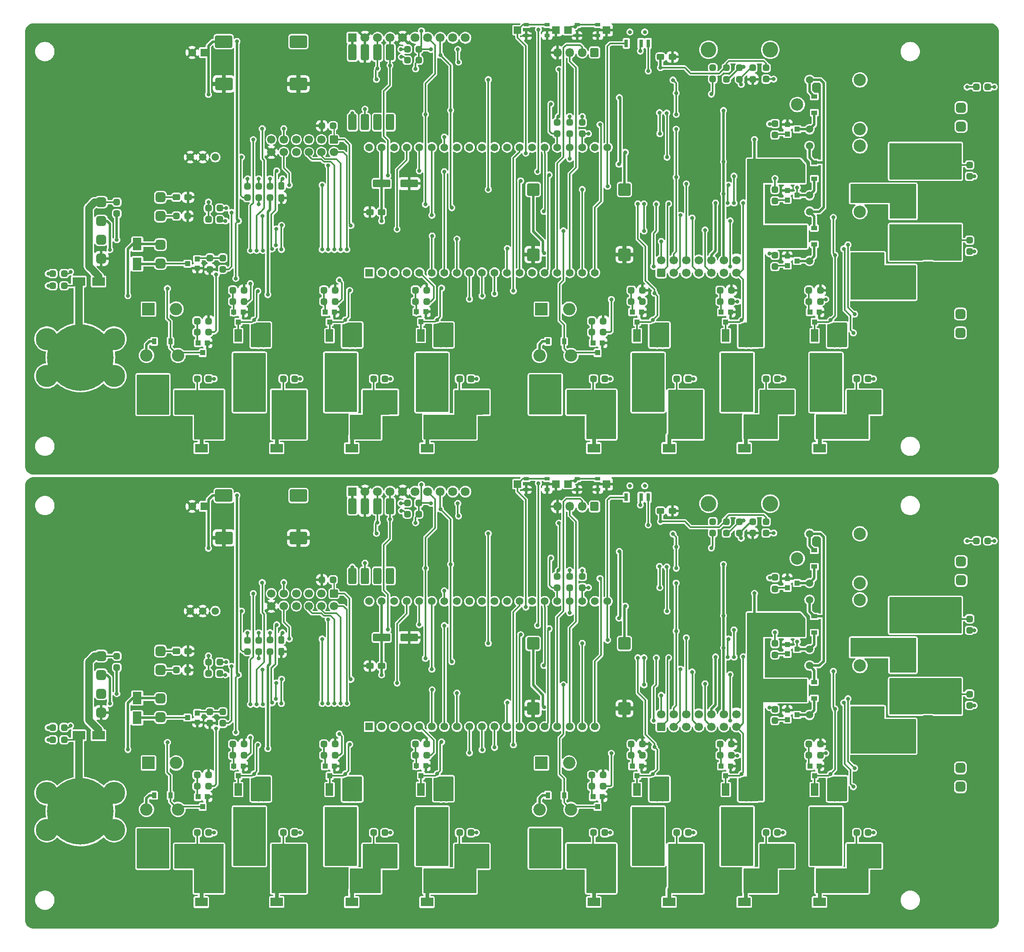
<source format=gbr>
%TF.GenerationSoftware,KiCad,Pcbnew,8.0.7*%
%TF.CreationDate,2025-01-14T19:52:07+09:00*%
%TF.ProjectId,AutoHome-S-Main_V7.0,4175746f-486f-46d6-952d-532d4d61696e,rev?*%
%TF.SameCoordinates,Original*%
%TF.FileFunction,Copper,L2,Bot*%
%TF.FilePolarity,Positive*%
%FSLAX46Y46*%
G04 Gerber Fmt 4.6, Leading zero omitted, Abs format (unit mm)*
G04 Created by KiCad (PCBNEW 8.0.7) date 2025-01-14 19:52:07*
%MOMM*%
%LPD*%
G01*
G04 APERTURE LIST*
G04 Aperture macros list*
%AMRoundRect*
0 Rectangle with rounded corners*
0 $1 Rounding radius*
0 $2 $3 $4 $5 $6 $7 $8 $9 X,Y pos of 4 corners*
0 Add a 4 corners polygon primitive as box body*
4,1,4,$2,$3,$4,$5,$6,$7,$8,$9,$2,$3,0*
0 Add four circle primitives for the rounded corners*
1,1,$1+$1,$2,$3*
1,1,$1+$1,$4,$5*
1,1,$1+$1,$6,$7*
1,1,$1+$1,$8,$9*
0 Add four rect primitives between the rounded corners*
20,1,$1+$1,$2,$3,$4,$5,0*
20,1,$1+$1,$4,$5,$6,$7,0*
20,1,$1+$1,$6,$7,$8,$9,0*
20,1,$1+$1,$8,$9,$2,$3,0*%
G04 Aperture macros list end*
%TA.AperFunction,ComponentPad*%
%ADD10C,6.000000*%
%TD*%
%TA.AperFunction,SMDPad,CuDef*%
%ADD11RoundRect,0.325000X-0.325000X0.325000X-0.325000X-0.325000X0.325000X-0.325000X0.325000X0.325000X0*%
%TD*%
%TA.AperFunction,ComponentPad*%
%ADD12RoundRect,0.875000X0.875000X-0.875000X0.875000X0.875000X-0.875000X0.875000X-0.875000X-0.875000X0*%
%TD*%
%TA.AperFunction,ComponentPad*%
%ADD13RoundRect,0.500000X1.250000X0.500000X-1.250000X0.500000X-1.250000X-0.500000X1.250000X-0.500000X0*%
%TD*%
%TA.AperFunction,WasherPad*%
%ADD14C,3.170000*%
%TD*%
%TA.AperFunction,SMDPad,CuDef*%
%ADD15RoundRect,0.325000X0.325000X-0.325000X0.325000X0.325000X-0.325000X0.325000X-0.325000X-0.325000X0*%
%TD*%
%TA.AperFunction,ComponentPad*%
%ADD16RoundRect,0.500000X0.500000X-0.500000X0.500000X0.500000X-0.500000X0.500000X-0.500000X-0.500000X0*%
%TD*%
%TA.AperFunction,ComponentPad*%
%ADD17RoundRect,0.500000X0.500000X-1.250000X0.500000X1.250000X-0.500000X1.250000X-0.500000X-1.250000X0*%
%TD*%
%TA.AperFunction,ComponentPad*%
%ADD18RoundRect,0.500000X-0.500000X0.500000X-0.500000X-0.500000X0.500000X-0.500000X0.500000X0.500000X0*%
%TD*%
%TA.AperFunction,ComponentPad*%
%ADD19C,1.500000*%
%TD*%
%TA.AperFunction,SMDPad,CuDef*%
%ADD20R,1.200000X0.900000*%
%TD*%
%TA.AperFunction,SMDPad,CuDef*%
%ADD21RoundRect,0.325000X-0.325000X-0.325000X0.325000X-0.325000X0.325000X0.325000X-0.325000X0.325000X0*%
%TD*%
%TA.AperFunction,SMDPad,CuDef*%
%ADD22R,1.100000X1.000000*%
%TD*%
%TA.AperFunction,SMDPad,CuDef*%
%ADD23R,2.500000X1.800000*%
%TD*%
%TA.AperFunction,SMDPad,CuDef*%
%ADD24R,0.900000X1.200000*%
%TD*%
%TA.AperFunction,SMDPad,CuDef*%
%ADD25R,1.800000X2.500000*%
%TD*%
%TA.AperFunction,SMDPad,CuDef*%
%ADD26R,1.100000X0.700000*%
%TD*%
%TA.AperFunction,SMDPad,CuDef*%
%ADD27R,5.800000X6.400000*%
%TD*%
%TA.AperFunction,SMDPad,CuDef*%
%ADD28R,1.500000X2.500000*%
%TD*%
%TA.AperFunction,SMDPad,CuDef*%
%ADD29R,2.000000X3.000000*%
%TD*%
%TA.AperFunction,SMDPad,CuDef*%
%ADD30RoundRect,0.325000X0.325000X0.325000X-0.325000X0.325000X-0.325000X-0.325000X0.325000X-0.325000X0*%
%TD*%
%TA.AperFunction,SMDPad,CuDef*%
%ADD31R,1.000000X1.100000*%
%TD*%
%TA.AperFunction,SMDPad,CuDef*%
%ADD32RoundRect,0.312500X-0.437500X-0.312500X0.437500X-0.312500X0.437500X0.312500X-0.437500X0.312500X0*%
%TD*%
%TA.AperFunction,ComponentPad*%
%ADD33R,1.560000X1.560000*%
%TD*%
%TA.AperFunction,ComponentPad*%
%ADD34C,1.560000*%
%TD*%
%TA.AperFunction,SMDPad,CuDef*%
%ADD35RoundRect,0.225000X-0.585000X1.375000X-0.585000X-1.375000X0.585000X-1.375000X0.585000X1.375000X0*%
%TD*%
%TA.AperFunction,SMDPad,CuDef*%
%ADD36RoundRect,0.312500X-0.312500X0.437500X-0.312500X-0.437500X0.312500X-0.437500X0.312500X0.437500X0*%
%TD*%
%TA.AperFunction,ComponentPad*%
%ADD37C,4.500000*%
%TD*%
%TA.AperFunction,ComponentPad*%
%ADD38C,13.500000*%
%TD*%
%TA.AperFunction,ComponentPad*%
%ADD39C,2.500000*%
%TD*%
%TA.AperFunction,ComponentPad*%
%ADD40RoundRect,0.875000X-0.875000X-0.875000X0.875000X-0.875000X0.875000X0.875000X-0.875000X0.875000X0*%
%TD*%
%TA.AperFunction,ComponentPad*%
%ADD41R,1.600000X1.600000*%
%TD*%
%TA.AperFunction,ComponentPad*%
%ADD42C,1.600000*%
%TD*%
%TA.AperFunction,ComponentPad*%
%ADD43C,1.800000*%
%TD*%
%TA.AperFunction,ComponentPad*%
%ADD44R,1.800000X1.800000*%
%TD*%
%TA.AperFunction,ComponentPad*%
%ADD45RoundRect,0.249900X0.600100X0.675100X-0.600100X0.675100X-0.600100X-0.675100X0.600100X-0.675100X0*%
%TD*%
%TA.AperFunction,ComponentPad*%
%ADD46O,1.700000X1.850000*%
%TD*%
%TA.AperFunction,ComponentPad*%
%ADD47O,2.500000X2.500000*%
%TD*%
%TA.AperFunction,ComponentPad*%
%ADD48R,2.500000X2.500000*%
%TD*%
%TA.AperFunction,ComponentPad*%
%ADD49RoundRect,0.250000X-0.600000X0.600000X-0.600000X-0.600000X0.600000X-0.600000X0.600000X0.600000X0*%
%TD*%
%TA.AperFunction,ComponentPad*%
%ADD50C,1.700000*%
%TD*%
%TA.AperFunction,ComponentPad*%
%ADD51RoundRect,0.250000X0.600000X-0.600000X0.600000X0.600000X-0.600000X0.600000X-0.600000X-0.600000X0*%
%TD*%
%TA.AperFunction,SMDPad,CuDef*%
%ADD52RoundRect,0.300000X-0.950000X-0.950000X0.950000X-0.950000X0.950000X0.950000X-0.950000X0.950000X0*%
%TD*%
%TA.AperFunction,WasherPad*%
%ADD53C,0.800000*%
%TD*%
%TA.AperFunction,SMDPad,CuDef*%
%ADD54R,0.800000X1.600000*%
%TD*%
%TA.AperFunction,SMDPad,CuDef*%
%ADD55R,1.200000X1.000000*%
%TD*%
%TA.AperFunction,SMDPad,CuDef*%
%ADD56RoundRect,0.312500X0.437500X0.312500X-0.437500X0.312500X-0.437500X-0.312500X0.437500X-0.312500X0*%
%TD*%
%TA.AperFunction,SMDPad,CuDef*%
%ADD57RoundRect,0.250000X-1.500000X-0.550000X1.500000X-0.550000X1.500000X0.550000X-1.500000X0.550000X0*%
%TD*%
%TA.AperFunction,SMDPad,CuDef*%
%ADD58RoundRect,0.300000X-1.450000X-0.950000X1.450000X-0.950000X1.450000X0.950000X-1.450000X0.950000X0*%
%TD*%
%TA.AperFunction,SMDPad,CuDef*%
%ADD59R,1.500000X1.500000*%
%TD*%
%TA.AperFunction,ViaPad*%
%ADD60C,0.800000*%
%TD*%
%TA.AperFunction,Conductor*%
%ADD61C,0.300000*%
%TD*%
%TA.AperFunction,Conductor*%
%ADD62C,0.500000*%
%TD*%
%TA.AperFunction,Conductor*%
%ADD63C,0.800000*%
%TD*%
%TA.AperFunction,Conductor*%
%ADD64C,0.250000*%
%TD*%
%TA.AperFunction,Conductor*%
%ADD65C,1.500000*%
%TD*%
G04 APERTURE END LIST*
D10*
%TO.P,H2,1,1*%
%TO.N,GNDPWR*%
X223525000Y-142135000D03*
%TD*%
%TO.P,H1,1,1*%
%TO.N,GNDPWR*%
X78475000Y-142135000D03*
%TD*%
D11*
%TO.P,R24,1*%
%TO.N,+5V*%
X205070000Y-145415000D03*
%TO.P,R24,2*%
%TO.N,Net-(J13-Pad12)*%
X205070000Y-147715000D03*
%TD*%
D12*
%TO.P,J1,2,Pin_2*%
%TO.N,Net-(D25-K)*%
X242360000Y-164865000D03*
%TO.P,J1,1,Pin_1*%
%TO.N,GNDPWR*%
X242360000Y-172485000D03*
%TD*%
%TO.P,J14,2,Pin_2*%
%TO.N,Net-(D26-K)*%
X242360000Y-180105000D03*
%TO.P,J14,1,Pin_1*%
%TO.N,GNDPWR*%
X242360000Y-187725000D03*
%TD*%
D13*
%TO.P,F10,1*%
%TO.N,Net-(F10-Pad1)*%
X232960000Y-187005000D03*
X232960000Y-190705000D03*
%TO.P,F10,2*%
%TO.N,Net-(D26-K)*%
X232960000Y-182705000D03*
X232960000Y-179005000D03*
%TD*%
%TO.P,F9,1*%
%TO.N,Net-(F9-Pad1)*%
X232960000Y-170625000D03*
X232960000Y-174325000D03*
%TO.P,F9,2*%
%TO.N,Net-(D25-K)*%
X232960000Y-166325000D03*
X232960000Y-162625000D03*
%TD*%
D14*
%TO.P,J13,*%
%TO.N,*%
X205920000Y-141755000D03*
X193420000Y-141755000D03*
%TD*%
D15*
%TO.P,R40,1*%
%TO.N,Net-(J13-Pad10)*%
X194280000Y-147715000D03*
%TO.P,R40,2*%
%TO.N,+3V3*%
X194280000Y-145415000D03*
%TD*%
D16*
%TO.P,J4,1,Pin_1*%
%TO.N,Net-(J4-Pin_1)*%
X244567500Y-157305000D03*
%TO.P,J4,2,Pin_2*%
%TO.N,Net-(J4-Pin_2)*%
X244567500Y-153495000D03*
%TD*%
D17*
%TO.P,F7,1*%
%TO.N,Net-(Q18-Drain)*%
X197405000Y-213165000D03*
X201105000Y-213165000D03*
%TO.P,F7,2*%
%TO.N,Net-(D17-K)*%
X205405000Y-213165000D03*
X209105000Y-213165000D03*
%TD*%
D18*
%TO.P,J9,1,Pin_1*%
%TO.N,Net-(J9-Pin_1)*%
X82390000Y-171655000D03*
%TO.P,J9,2,Pin_2*%
%TO.N,Net-(J9-Pin_2)*%
X82390000Y-175465000D03*
%TD*%
D17*
%TO.P,F2,1*%
%TO.N,Net-(Q3-Drain)*%
X98645000Y-213165000D03*
X102345000Y-213165000D03*
%TO.P,F2,2*%
%TO.N,Net-(D8-K)*%
X106645000Y-213165000D03*
X110345000Y-213165000D03*
%TD*%
%TO.P,F1,1*%
%TO.N,Net-(F1-Pad1)*%
X79030000Y-213165000D03*
X82730000Y-213165000D03*
%TO.P,F1,2*%
%TO.N,Net-(D7-K)*%
X87030000Y-213165000D03*
X90730000Y-213165000D03*
%TD*%
D19*
%TO.P,AUX_BT1,1,1*%
%TO.N,GNDPWR*%
X88420000Y-163522500D03*
%TO.P,AUX_BT1,2,2*%
X90960000Y-163522500D03*
%TO.P,AUX_BT1,3,3*%
%TO.N,Net-(AUX_BT1-Pad3)*%
X93500000Y-163522500D03*
%TD*%
D20*
%TO.P,D2,1,A*%
%TO.N,FRIGE*%
X214850000Y-181215000D03*
%TO.P,D2,2,K*%
%TO.N,+VDC*%
X214850000Y-177915000D03*
%TD*%
D21*
%TO.P,R23,1*%
%TO.N,Net-(D9-K)*%
X125570000Y-208455000D03*
%TO.P,R23,2*%
%TO.N,Net-(D5-A)*%
X127870000Y-208455000D03*
%TD*%
%TO.P,R47,1*%
%TO.N,Net-(Q16-B)*%
X169770000Y-196755000D03*
%TO.P,R47,2*%
%TO.N,GNDPWR*%
X172070000Y-196755000D03*
%TD*%
%TO.P,R17,1*%
%TO.N,SDA*%
X132400000Y-143875000D03*
%TO.P,R17,2*%
%TO.N,+5V*%
X134700000Y-143875000D03*
%TD*%
D22*
%TO.P,Q15,1,B*%
%TO.N,Net-(Q15-B)*%
X209370000Y-172195000D03*
%TO.P,Q15,2,E*%
%TO.N,GNDPWR*%
X209370000Y-170295000D03*
%TO.P,Q15,3,C*%
%TO.N,TV*%
X211370000Y-171245000D03*
%TD*%
D23*
%TO.P,D9,1,A*%
%TO.N,GNDPWR*%
X117150000Y-222505000D03*
%TO.P,D9,2,K*%
%TO.N,Net-(D9-K)*%
X121150000Y-222505000D03*
%TD*%
D21*
%TO.P,R6,1*%
%TO.N,Net-(D17-K)*%
X205100000Y-208455000D03*
%TO.P,R6,2*%
%TO.N,Net-(D14-A)*%
X207400000Y-208455000D03*
%TD*%
D24*
%TO.P,D28,1,A*%
%TO.N,Net-(D28-A)*%
X164160000Y-200865000D03*
%TO.P,D28,2,K*%
%TO.N,+12P*%
X160860000Y-200865000D03*
%TD*%
D25*
%TO.P,D30,1,A*%
%TO.N,Net-(D30-A)*%
X77690000Y-185162500D03*
%TO.P,D30,2,K*%
%TO.N,+12P*%
X77690000Y-181162500D03*
%TD*%
D26*
%TO.P,SW6,1,1*%
%TO.N,IO_0*%
X170970000Y-136695000D03*
X166770000Y-136695000D03*
%TO.P,SW6,2,2*%
%TO.N,GNDPWR*%
X170970000Y-138895000D03*
X166770000Y-138895000D03*
%TD*%
D27*
%TO.P,Q30,D,Drain*%
%TO.N,Net-(Q29-Drain)*%
X181190000Y-206993000D03*
D28*
%TO.P,Q30,G,Gate*%
%TO.N,Net-(J11-Pin_7)*%
X178904000Y-199686000D03*
D29*
%TO.P,Q30,S,Source*%
%TO.N,+12P*%
X183470000Y-199686000D03*
%TD*%
D30*
%TO.P,R29,1*%
%TO.N,LED_OUT_02*%
X99350000Y-192775000D03*
%TO.P,R29,2*%
%TO.N,Net-(Q10-B)*%
X97050000Y-192775000D03*
%TD*%
D15*
%TO.P,R27,1*%
%TO.N,ENABLE*%
X165300000Y-158775000D03*
%TO.P,R27,2*%
%TO.N,+5V*%
X165300000Y-156475000D03*
%TD*%
D31*
%TO.P,Q35,1,B*%
%TO.N,Net-(Q35-B)*%
X213954000Y-194915000D03*
%TO.P,Q35,2,E*%
%TO.N,GNDPWR*%
X215854000Y-194915000D03*
%TO.P,Q35,3,C*%
%TO.N,Net-(J25-Pin_2)*%
X214904000Y-196915000D03*
%TD*%
D21*
%TO.P,R44,1*%
%TO.N,Net-(D23-K)*%
X170110000Y-208455000D03*
%TO.P,R44,2*%
%TO.N,Net-(D19-A)*%
X172410000Y-208455000D03*
%TD*%
D15*
%TO.P,R20,1*%
%TO.N,Net-(Q20-B)*%
X206875000Y-159015000D03*
%TO.P,R20,2*%
%TO.N,O_INV*%
X206875000Y-156715000D03*
%TD*%
D32*
%TO.P,C6,1*%
%TO.N,Net-(J9-Pin_1)*%
X85580000Y-171655000D03*
%TO.P,C6,2*%
%TO.N,GNDPWR*%
X87980000Y-171655000D03*
%TD*%
D33*
%TO.P,U4,1,IO_13*%
%TO.N,unconnected-(U4-IO_13-Pad1)*%
X124670000Y-186945000D03*
D34*
%TO.P,U4,2,IO_14*%
%TO.N,unconnected-(U4-IO_14-Pad2)*%
X127210000Y-186945000D03*
%TO.P,U4,3,IO_21*%
%TO.N,LED_OUT_02*%
X129750000Y-186945000D03*
%TO.P,U4,4,IO_47*%
%TO.N,LED_OUT_03*%
X132290000Y-186945000D03*
%TO.P,U4,5,IO_48*%
%TO.N,LED_OUT_04*%
X134830000Y-186945000D03*
%TO.P,U4,6,IO_45*%
%TO.N,PU DN*%
X137370000Y-186945000D03*
%TO.P,U4,7,IO_00*%
%TO.N,IO_0*%
X139910000Y-186945000D03*
%TO.P,U4,8,IO_35*%
%TO.N,PU UP*%
X142450000Y-186945000D03*
%TO.P,U4,9,IO_36*%
%TO.N,LED_OUT_05*%
X144990000Y-186945000D03*
%TO.P,U4,10,IO_37*%
%TO.N,LED_OUT_06*%
X147530000Y-186945000D03*
%TO.P,U4,11,IO_38*%
%TO.N,LED_OUT_07*%
X150070000Y-186945000D03*
%TO.P,U4,12,IO_39*%
%TO.N,O_FRIGE*%
X152610000Y-186945000D03*
%TO.P,U4,13,IO_40*%
%TO.N,O_TV*%
X155150000Y-186945000D03*
%TO.P,U4,14,IO_41*%
%TO.N,LED_OUT_01*%
X157690000Y-186945000D03*
%TO.P,U4,15,IO_42/SDA*%
%TO.N,SDA*%
X160230000Y-186945000D03*
%TO.P,U4,16,RxD0*%
%TO.N,Net-(J10-Pin_2)*%
X162770000Y-186945000D03*
%TO.P,U4,17,TxD0*%
%TO.N,Net-(J10-Pin_3)*%
X165310000Y-186945000D03*
%TO.P,U4,18,IO_2/SCL*%
%TO.N,SCL*%
X167850000Y-186945000D03*
%TO.P,U4,19,IO_01*%
%TO.N,O_INV*%
X170390000Y-186945000D03*
%TO.P,U4,20,GND*%
%TO.N,GNDPWR*%
X172930000Y-186945000D03*
%TO.P,U4,21,3.3V*%
%TO.N,+3.3V*%
X172930000Y-161545000D03*
%TO.P,U4,22,EN*%
%TO.N,EN*%
X170390000Y-161545000D03*
%TO.P,U4,23,IO_04*%
%TO.N,RO*%
X167850000Y-161545000D03*
%TO.P,U4,24,IO_05*%
%TO.N,ENABLE*%
X165310000Y-161545000D03*
%TO.P,U4,25,IO_06*%
%TO.N,DI*%
X162770000Y-161545000D03*
%TO.P,U4,26,IO_07*%
%TO.N,Net-(U4-IO_07)*%
X160230000Y-161545000D03*
%TO.P,U4,27,IO_15*%
%TO.N,unconnected-(U4-IO_15-Pad27)*%
X157690000Y-161545000D03*
%TO.P,U4,28,IO_16*%
%TO.N,LED_OUT_08*%
X155150000Y-161545000D03*
%TO.P,U4,29,IO_17*%
%TO.N,ST-7789V-SDA*%
X152610000Y-161545000D03*
%TO.P,U4,30,IO_18*%
%TO.N,ST-7789V-CS*%
X150070000Y-161545000D03*
%TO.P,U4,31,IO_08*%
%TO.N,ST-7789V-TP_SCL*%
X147530000Y-161545000D03*
%TO.P,U4,32,IO_19*%
%TO.N,ST-7789V-TP_TRST*%
X144990000Y-161545000D03*
%TO.P,U4,33,IO_20*%
%TO.N,ST-7789V-TP_TINT*%
X142450000Y-161545000D03*
%TO.P,U4,34,IO_03*%
%TO.N,ST-7789V-RESET*%
X139910000Y-161545000D03*
%TO.P,U4,35,IO_46*%
%TO.N,ST-7789V-SCL*%
X137370000Y-161545000D03*
%TO.P,U4,36,IO_09*%
%TO.N,ST-7789V-D{slash}C*%
X134830000Y-161545000D03*
%TO.P,U4,37,IO_10*%
%TO.N,ST-7789V-TP_SDA*%
X132290000Y-161545000D03*
%TO.P,U4,38,IO_11*%
%TO.N,unconnected-(U4-IO_11-Pad38)*%
X129750000Y-161545000D03*
%TO.P,U4,39,VIN*%
%TO.N,+5V*%
X127210000Y-161545000D03*
%TO.P,U4,40,IO_12*%
%TO.N,unconnected-(U4-IO_12-Pad40)*%
X124670000Y-161545000D03*
%TD*%
D21*
%TO.P,R48,1*%
%TO.N,Net-(Q9-B)*%
X89820000Y-196745000D03*
%TO.P,R48,2*%
%TO.N,GNDPWR*%
X92120000Y-196745000D03*
%TD*%
%TO.P,R10,1*%
%TO.N,Net-(D21-K)*%
X223430000Y-208455000D03*
%TO.P,R10,2*%
%TO.N,Net-(D18-A)*%
X225730000Y-208455000D03*
%TD*%
D35*
%TO.P,MO2,A0*%
%TO.N,AUX-V*%
X121295000Y-156415000D03*
%TO.P,MO2,A1*%
%TO.N,CLEAN*%
X123835000Y-156415000D03*
%TO.P,MO2,A2*%
%TO.N,N/C*%
X126375000Y-156415000D03*
%TO.P,MO2,A3*%
X128915000Y-156415000D03*
%TO.P,MO2,GND*%
%TO.N,GNDPWR*%
X123835000Y-142295000D03*
%TO.P,MO2,SCL*%
%TO.N,SCL*%
X126375000Y-142295000D03*
%TO.P,MO2,SDA*%
%TO.N,SDA*%
X128915000Y-142295000D03*
%TO.P,MO2,VCC*%
%TO.N,+5V*%
X121295000Y-142295000D03*
%TD*%
D11*
%TO.P,R56,1*%
%TO.N,Net-(D25-K)*%
X246300000Y-165115000D03*
%TO.P,R56,2*%
%TO.N,Net-(D16-A)*%
X246300000Y-167415000D03*
%TD*%
D21*
%TO.P,R50,1*%
%TO.N,Net-(Q11-B)*%
X115500000Y-190495000D03*
%TO.P,R50,2*%
%TO.N,GNDPWR*%
X117800000Y-190495000D03*
%TD*%
D36*
%TO.P,C20,1*%
%TO.N,Net-(C20-Pad1)*%
X106850000Y-169375000D03*
%TO.P,C20,2*%
%TO.N,GNDPWR*%
X106850000Y-171775000D03*
%TD*%
D15*
%TO.P,R13,1*%
%TO.N,Net-(U4-IO_07)*%
X95020000Y-186265000D03*
%TO.P,R13,2*%
%TO.N,Net-(Q1-B)*%
X95020000Y-183965000D03*
%TD*%
D22*
%TO.P,Q20,1,B*%
%TO.N,Net-(Q20-B)*%
X209370000Y-158815000D03*
%TO.P,Q20,2,E*%
%TO.N,GNDPWR*%
X209370000Y-156915000D03*
%TO.P,Q20,3,C*%
%TO.N,INVERTER*%
X211370000Y-157865000D03*
%TD*%
D11*
%TO.P,R57,1*%
%TO.N,Net-(D26-K)*%
X246300000Y-180355000D03*
%TO.P,R57,2*%
%TO.N,Net-(D22-A)*%
X246300000Y-182655000D03*
%TD*%
D37*
%TO.P,J6,1,Pin_1*%
%TO.N,+12P*%
X59375000Y-200385000D03*
X59375000Y-207885000D03*
D38*
X66175000Y-204135000D03*
D37*
X72975000Y-200385000D03*
X72975000Y-207885000D03*
%TD*%
%TO.P,J7,1,Pin_1*%
%TO.N,GNDPWR*%
X59400000Y-153625000D03*
X59400000Y-161125000D03*
D38*
X66200000Y-157375000D03*
D37*
X73000000Y-153625000D03*
X73000000Y-161125000D03*
%TD*%
D18*
%TO.P,J17,1,Pin_1*%
%TO.N,Net-(D13-K)*%
X70390000Y-172655000D03*
%TO.P,J17,2,Pin_2*%
%TO.N,MA-AUTO-OUT*%
X70390000Y-176465000D03*
%TO.P,J17,3,Pin_3*%
%TO.N,Net-(J17-Pin_3)*%
X70390000Y-180275000D03*
%TO.P,J17,4,Pin_4*%
%TO.N,GNDPWR*%
X70390000Y-184085000D03*
%TD*%
D17*
%TO.P,F3,1*%
%TO.N,Net-(Q5-Drain)*%
X117145000Y-213165000D03*
X120845000Y-213165000D03*
%TO.P,F3,2*%
%TO.N,Net-(D9-K)*%
X125145000Y-213165000D03*
X128845000Y-213165000D03*
%TD*%
D39*
%TO.P,K4,1*%
%TO.N,unconnected-(K4-Pad1)*%
X224080000Y-161245000D03*
D19*
%TO.P,K4,2*%
%TO.N,TV*%
X213880000Y-171245000D03*
%TO.P,K4,6*%
%TO.N,+VDC*%
X213880000Y-161245000D03*
D39*
%TO.P,K4,7*%
%TO.N,+12P*%
X211380000Y-166245000D03*
%TO.P,K4,14*%
%TO.N,Net-(F9-Pad1)*%
X224080000Y-171245000D03*
%TD*%
D40*
%TO.P,J16,1,Pin_1*%
%TO.N,GNDPWR*%
X84860000Y-218215000D03*
%TO.P,J16,2,Pin_2*%
%TO.N,Net-(D7-K)*%
X92480000Y-218215000D03*
%TO.P,J16,3,Pin_3*%
%TO.N,GNDPWR*%
X100100000Y-218215000D03*
%TO.P,J16,4,Pin_4*%
%TO.N,Net-(D8-K)*%
X107720000Y-218215000D03*
%TO.P,J16,5,Pin_5*%
%TO.N,GNDPWR*%
X115340000Y-218215000D03*
%TO.P,J16,6,Pin_6*%
%TO.N,Net-(D9-K)*%
X122960000Y-218215000D03*
%TO.P,J16,7,Pin_7*%
%TO.N,GNDPWR*%
X130580000Y-218215000D03*
%TO.P,J16,8,Pin_8*%
%TO.N,Net-(D10-K)*%
X138200000Y-218215000D03*
%TD*%
%TO.P,J12,1,Pin_1*%
%TO.N,GNDPWR*%
X164365000Y-218085000D03*
%TO.P,J12,2,Pin_2*%
%TO.N,Net-(D23-K)*%
X171985000Y-218085000D03*
%TO.P,J12,3,Pin_3*%
%TO.N,GNDPWR*%
X179605000Y-218085000D03*
%TO.P,J12,4,Pin_4*%
%TO.N,Net-(D24-K)*%
X187225000Y-218085000D03*
%TO.P,J12,5,Pin_5*%
%TO.N,GNDPWR*%
X194845000Y-218085000D03*
%TO.P,J12,6,Pin_6*%
%TO.N,Net-(D17-K)*%
X202465000Y-218085000D03*
%TO.P,J12,7,Pin_7*%
%TO.N,GNDPWR*%
X210085000Y-218085000D03*
%TO.P,J12,8,Pin_8*%
%TO.N,Net-(D21-K)*%
X217705000Y-218085000D03*
%TD*%
D41*
%TO.P,C5,1*%
%TO.N,MA-AUTO-IN*%
X91300000Y-142305000D03*
D42*
%TO.P,C5,2*%
%TO.N,GNDPWR*%
X88800000Y-142305000D03*
%TD*%
D17*
%TO.P,F8,1*%
%TO.N,Net-(Q33-Drain)*%
X215405000Y-213165000D03*
X219105000Y-213165000D03*
%TO.P,F8,2*%
%TO.N,Net-(D21-K)*%
X223405000Y-213165000D03*
X227105000Y-213165000D03*
%TD*%
D43*
%TO.P,MO2,A0,A0*%
%TO.N,AUX-V*%
X136535000Y-139323000D03*
%TO.P,MO2,A1,A1*%
%TO.N,CLEAN*%
X139075000Y-139323000D03*
%TO.P,MO2,A2,A2*%
%TO.N,unconnected-(MO2-PadA2)*%
X141615000Y-139323000D03*
%TO.P,MO2,A3,A3*%
%TO.N,unconnected-(MO2-PadA3)*%
X144155000Y-139323000D03*
%TO.P,MO2,ADDR,ADDR*%
%TO.N,GNDPWR*%
X131455000Y-139323000D03*
%TO.P,MO2,ALRT,ALRT*%
%TO.N,unconnected-(MO2-PadALRT)*%
X133995000Y-139323000D03*
%TO.P,MO2,GND,GND*%
%TO.N,GNDPWR*%
X123835000Y-139323000D03*
%TO.P,MO2,SCL,SCL*%
%TO.N,SCL*%
X126375000Y-139323000D03*
%TO.P,MO2,SDA,SDA*%
%TO.N,SDA*%
X128915000Y-139323000D03*
D44*
%TO.P,MO2,VDD,VDD*%
%TO.N,+5V*%
X121295000Y-139323000D03*
%TD*%
D45*
%TO.P,J10,1,Pin_1*%
%TO.N,Net-(J10-Pin_1)*%
X170315000Y-142330000D03*
D46*
%TO.P,J10,2,Pin_2*%
%TO.N,Net-(J10-Pin_2)*%
X167815000Y-142330000D03*
%TO.P,J10,3,Pin_3*%
%TO.N,Net-(J10-Pin_3)*%
X165315000Y-142330000D03*
%TO.P,J10,4,Pin_4*%
%TO.N,GNDPWR*%
X162815000Y-142330000D03*
%TD*%
D16*
%TO.P,J24,2,Pin_2*%
%TO.N,PU DN*%
X244447500Y-195325000D03*
%TO.P,J24,1,Pin_1*%
%TO.N,PU UP*%
X244447500Y-199135000D03*
%TD*%
D47*
%TO.P,K3,1*%
%TO.N,+12P*%
X159170000Y-203718000D03*
%TO.P,K3,3*%
X165170000Y-194318000D03*
D48*
X159570000Y-194318000D03*
D47*
%TO.P,K3,5*%
%TO.N,Net-(F5-Pad1)*%
X159370000Y-209218000D03*
%TO.P,K3,6*%
%TO.N,Net-(D28-A)*%
X165570000Y-203718000D03*
%TD*%
D17*
%TO.P,F4,1*%
%TO.N,Net-(Q7-Drain)*%
X135645000Y-213165000D03*
X139345000Y-213165000D03*
%TO.P,F4,2*%
%TO.N,Net-(D10-K)*%
X143645000Y-213165000D03*
X147345000Y-213165000D03*
%TD*%
D18*
%TO.P,J15,1,Pin_1*%
%TO.N,+12P*%
X82390000Y-181275000D03*
%TO.P,J15,2,Pin_2*%
%TO.N,Net-(D30-A)*%
X82390000Y-185085000D03*
%TD*%
D39*
%TO.P,K2,1*%
%TO.N,unconnected-(K2-Pad1)*%
X224080000Y-147865000D03*
D19*
%TO.P,K2,2*%
%TO.N,INVERTER*%
X213880000Y-157865000D03*
%TO.P,K2,6*%
%TO.N,+VDC*%
X213880000Y-147865000D03*
D39*
%TO.P,K2,7*%
%TO.N,Net-(J4-Pin_2)*%
X211380000Y-152865000D03*
%TO.P,K2,14*%
%TO.N,Net-(J4-Pin_1)*%
X224080000Y-157865000D03*
%TD*%
D17*
%TO.P,F5,1*%
%TO.N,Net-(F5-Pad1)*%
X158800000Y-213165000D03*
X162500000Y-213165000D03*
%TO.P,F5,2*%
%TO.N,Net-(D23-K)*%
X166800000Y-213165000D03*
X170500000Y-213165000D03*
%TD*%
D49*
%TO.P,J22,A1,Pin_1*%
%TO.N,Net-(J22-Pin_1)*%
X117540000Y-159972500D03*
D50*
%TO.P,J22,A2,Pin_2*%
%TO.N,ST-7789V-TP_SDA*%
X115000000Y-159972500D03*
%TO.P,J22,A3,Pin_3*%
%TO.N,ST-7789V-D{slash}C*%
X112460000Y-159972500D03*
%TO.P,J22,A4,Pin_4*%
%TO.N,ST-7789V-SCL*%
X109920000Y-159972500D03*
%TO.P,J22,A5,Pin_5*%
%TO.N,ST-7789V-RESET*%
X107380000Y-159972500D03*
%TO.P,J22,A6,Pin_6*%
%TO.N,ST-7789V-TP_TINT*%
X104840000Y-159972500D03*
%TO.P,J22,B1,Pin_7*%
%TO.N,ST-7789V-TP_TRST*%
X117540000Y-162512500D03*
%TO.P,J22,B2,Pin_8*%
%TO.N,ST-7789V-TP_SCL*%
X115000000Y-162512500D03*
%TO.P,J22,B3,Pin_9*%
%TO.N,ST-7789V-CS*%
X112460000Y-162512500D03*
%TO.P,J22,B4,Pin_10*%
%TO.N,ST-7789V-SDA*%
X109920000Y-162512500D03*
%TO.P,J22,B5,Pin_11*%
%TO.N,+3.3V*%
X107380000Y-162512500D03*
%TO.P,J22,B6,Pin_12*%
%TO.N,GNDPWR*%
X104840000Y-162512500D03*
%TD*%
D39*
%TO.P,K5,1*%
%TO.N,unconnected-(K5-Pad1)*%
X224080000Y-174565000D03*
D19*
%TO.P,K5,2*%
%TO.N,FRIGE*%
X213880000Y-184565000D03*
%TO.P,K5,6*%
%TO.N,+VDC*%
X213880000Y-174565000D03*
D39*
%TO.P,K5,7*%
%TO.N,+12P*%
X211380000Y-179565000D03*
%TO.P,K5,14*%
%TO.N,Net-(F10-Pad1)*%
X224080000Y-184565000D03*
%TD*%
D17*
%TO.P,F6,1*%
%TO.N,Net-(Q29-Drain)*%
X179405000Y-213165000D03*
X183105000Y-213165000D03*
%TO.P,F6,2*%
%TO.N,Net-(D24-K)*%
X187405000Y-213165000D03*
X191105000Y-213165000D03*
%TD*%
D10*
%TO.P,H7,1,1*%
%TO.N,GNDPWR*%
X151830000Y-204135000D03*
%TD*%
D51*
%TO.P,J5,A1,Pin_1*%
%TO.N,Net-(D29-A)*%
X183820000Y-186957500D03*
D50*
%TO.P,J5,A2,Pin_3*%
%TO.N,Net-(J11-Pin_3)*%
X186360000Y-186957500D03*
%TO.P,J5,A3,Pin_5*%
%TO.N,Net-(J11-Pin_4)*%
X188900000Y-186957500D03*
%TO.P,J5,A4,Pin_7*%
%TO.N,Net-(J11-Pin_5)*%
X191440000Y-186957500D03*
%TO.P,J5,A5,Pin_9*%
%TO.N,Net-(D28-A)*%
X193980000Y-186957500D03*
%TO.P,J5,A6,Pin_11*%
%TO.N,Net-(J11-Pin_7)*%
X196520000Y-186957500D03*
%TO.P,J5,A7,Pin_13*%
%TO.N,Net-(J25-Pin_1)*%
X199060000Y-186957500D03*
%TO.P,J5,B1,Pin_2*%
%TO.N,Net-(J25-Pin_2)*%
X183820000Y-184417500D03*
%TO.P,J5,B2,Pin_4*%
%TO.N,INVERTER*%
X186360000Y-184417500D03*
%TO.P,J5,B3,Pin_6*%
%TO.N,TV*%
X188900000Y-184417500D03*
%TO.P,J5,B4,Pin_8*%
%TO.N,FRIGE*%
X191440000Y-184417500D03*
%TO.P,J5,B5,Pin_10*%
%TO.N,MA-AUTO-OUT*%
X193980000Y-184417500D03*
%TO.P,J5,B6,Pin_12*%
%TO.N,MA-AUTO-IN*%
X196520000Y-184417500D03*
%TO.P,J5,B7,Pin_14*%
%TO.N,GNDPWR*%
X199060000Y-184417500D03*
%TD*%
D47*
%TO.P,K1,1*%
%TO.N,+12P*%
X79560000Y-203717000D03*
%TO.P,K1,3*%
X85560000Y-194317000D03*
D48*
X79960000Y-194317000D03*
D47*
%TO.P,K1,5*%
%TO.N,Net-(F1-Pad1)*%
X79760000Y-209217000D03*
%TO.P,K1,6*%
%TO.N,Net-(D29-A)*%
X85960000Y-203717000D03*
%TD*%
D31*
%TO.P,Q9,1,B*%
%TO.N,Net-(Q9-B)*%
X89997000Y-201175000D03*
%TO.P,Q9,2,E*%
%TO.N,GNDPWR*%
X91897000Y-201175000D03*
%TO.P,Q9,3,C*%
%TO.N,Net-(D29-A)*%
X90947000Y-203175000D03*
%TD*%
%TO.P,Q10,1,B*%
%TO.N,Net-(Q10-B)*%
X97225000Y-194925000D03*
%TO.P,Q10,2,E*%
%TO.N,GNDPWR*%
X99125000Y-194925000D03*
%TO.P,Q10,3,C*%
%TO.N,Net-(J11-Pin_3)*%
X98175000Y-196925000D03*
%TD*%
D30*
%TO.P,R32,1*%
%TO.N,CLEAN*%
X94410000Y-173865000D03*
%TO.P,R32,2*%
%TO.N,Net-(J9-Pin_1)*%
X92110000Y-173865000D03*
%TD*%
D15*
%TO.P,R7,1*%
%TO.N,Net-(Q15-B)*%
X206875000Y-172395000D03*
%TO.P,R7,2*%
%TO.N,O_TV*%
X206875000Y-170095000D03*
%TD*%
D52*
%TO.P,MO3,1,GND*%
%TO.N,GNDPWR*%
X157880000Y-183285000D03*
%TO.P,MO3,2,+12V*%
%TO.N,MA-AUTO-OUT*%
X157880000Y-170085000D03*
%TO.P,MO3,3,GND*%
%TO.N,GNDPWR*%
X176380000Y-183285000D03*
%TO.P,MO3,4,+5V*%
%TO.N,Net-(JP1-A)*%
X176380000Y-170085000D03*
%TD*%
D21*
%TO.P,R11,1*%
%TO.N,Net-(Q35-B)*%
X213754000Y-192765000D03*
%TO.P,R11,2*%
%TO.N,LED_OUT_08*%
X216054000Y-192765000D03*
%TD*%
D23*
%TO.P,D7,1,A*%
%TO.N,GNDPWR*%
X86660000Y-222505000D03*
%TO.P,D7,2,K*%
%TO.N,Net-(D7-K)*%
X90660000Y-222505000D03*
%TD*%
%TO.P,D10,1,A*%
%TO.N,GNDPWR*%
X132380000Y-222505000D03*
%TO.P,D10,2,K*%
%TO.N,Net-(D10-K)*%
X136380000Y-222505000D03*
%TD*%
%TO.P,D13,1,A*%
%TO.N,+12P*%
X65850000Y-188715000D03*
%TO.P,D13,2,K*%
%TO.N,Net-(D13-K)*%
X69850000Y-188715000D03*
%TD*%
D25*
%TO.P,D26,2,K*%
%TO.N,Net-(D26-K)*%
X237900000Y-181905000D03*
%TO.P,D26,1,A*%
%TO.N,GNDPWR*%
X237900000Y-185905000D03*
%TD*%
D15*
%TO.P,R26,1*%
%TO.N,Net-(Q13-B)*%
X206875000Y-185715000D03*
%TO.P,R26,2*%
%TO.N,O_FRIGE*%
X206875000Y-183415000D03*
%TD*%
D30*
%TO.P,R39,1*%
%TO.N,+5V*%
X94400000Y-176145000D03*
%TO.P,R39,2*%
%TO.N,Net-(J9-Pin_1)*%
X92100000Y-176145000D03*
%TD*%
D27*
%TO.P,Q34,D,Drain*%
%TO.N,Net-(Q33-Drain)*%
X217190000Y-206992000D03*
D28*
%TO.P,Q34,G,Gate*%
%TO.N,Net-(J25-Pin_2)*%
X214904000Y-199685000D03*
D29*
%TO.P,Q34,S,Source*%
%TO.N,+12P*%
X219470000Y-199685000D03*
%TD*%
D32*
%TO.P,C4,1*%
%TO.N,+5V*%
X183690000Y-143225000D03*
%TO.P,C4,2*%
%TO.N,GNDPWR*%
X186090000Y-143225000D03*
%TD*%
D53*
%TO.P,SW3,*%
%TO.N,*%
X180490000Y-138155000D03*
X177490000Y-138155000D03*
D54*
%TO.P,SW3,1,A*%
%TO.N,+3.3V*%
X176740000Y-140455000D03*
%TO.P,SW3,2,B*%
%TO.N,Net-(J10-Pin_1)*%
X179740000Y-140455000D03*
%TO.P,SW3,3,C*%
%TO.N,+5V*%
X181190000Y-140455000D03*
D55*
%TO.P,SW3,4,C*%
%TO.N,GNDPWR*%
X182890000Y-139255000D03*
X182890000Y-137055000D03*
X175090000Y-139255000D03*
X175090000Y-137055000D03*
%TD*%
D15*
%TO.P,R77,1*%
%TO.N,Net-(AUX_BT1-Pad3)*%
X100050000Y-171730000D03*
%TO.P,R77,2*%
%TO.N,Net-(C20-Pad1)*%
X100050000Y-169430000D03*
%TD*%
D21*
%TO.P,R43,1*%
%TO.N,Net-(Q26-B)*%
X195754000Y-190496000D03*
%TO.P,R43,2*%
%TO.N,GNDPWR*%
X198054000Y-190496000D03*
%TD*%
D56*
%TO.P,C3,1*%
%TO.N,+5V*%
X127190000Y-174645000D03*
%TO.P,C3,2*%
%TO.N,GNDPWR*%
X124790000Y-174645000D03*
%TD*%
D21*
%TO.P,R38,1*%
%TO.N,Net-(Q35-B)*%
X213754000Y-190495000D03*
%TO.P,R38,2*%
%TO.N,GNDPWR*%
X216054000Y-190495000D03*
%TD*%
D27*
%TO.P,Q4,D,Drain*%
%TO.N,Net-(Q3-Drain)*%
X100430000Y-206992000D03*
D28*
%TO.P,Q4,G,Gate*%
%TO.N,Net-(J11-Pin_3)*%
X98144000Y-199685000D03*
D29*
%TO.P,Q4,S,Source*%
%TO.N,+12P*%
X102710000Y-199685000D03*
%TD*%
D31*
%TO.P,Q17,1,B*%
%TO.N,Net-(Q17-B)*%
X177975000Y-194916000D03*
%TO.P,Q17,2,E*%
%TO.N,GNDPWR*%
X179875000Y-194916000D03*
%TO.P,Q17,3,C*%
%TO.N,Net-(J11-Pin_7)*%
X178925000Y-196916000D03*
%TD*%
D21*
%TO.P,R51,1*%
%TO.N,Net-(Q16-B)*%
X169770000Y-199025000D03*
%TO.P,R51,2*%
%TO.N,LED_OUT_05*%
X172070000Y-199025000D03*
%TD*%
D30*
%TO.P,R35,1*%
%TO.N,+5V*%
X62890000Y-187135000D03*
%TO.P,R35,2*%
%TO.N,Net-(D11-A)*%
X60590000Y-187135000D03*
%TD*%
D21*
%TO.P,R53,1*%
%TO.N,Net-(Q12-B)*%
X134050000Y-190482500D03*
%TO.P,R53,2*%
%TO.N,GNDPWR*%
X136350000Y-190482500D03*
%TD*%
D26*
%TO.P,SW5,1,1*%
%TO.N,EN*%
X160720000Y-136695000D03*
X156520000Y-136695000D03*
%TO.P,SW5,2,2*%
%TO.N,GNDPWR*%
X160720000Y-138895000D03*
X156520000Y-138895000D03*
%TD*%
D27*
%TO.P,Q19,D,Drain*%
%TO.N,Net-(Q18-Drain)*%
X199190000Y-206993000D03*
D28*
%TO.P,Q19,G,Gate*%
%TO.N,Net-(J25-Pin_1)*%
X196904000Y-199686000D03*
D29*
%TO.P,Q19,S,Source*%
%TO.N,+12P*%
X201470000Y-199686000D03*
%TD*%
D25*
%TO.P,D25,1,A*%
%TO.N,GNDPWR*%
X237900000Y-170665000D03*
%TO.P,D25,2,K*%
%TO.N,Net-(D25-K)*%
X237900000Y-166665000D03*
%TD*%
D27*
%TO.P,Q6,D,Drain*%
%TO.N,Net-(Q5-Drain)*%
X118930000Y-206992000D03*
D28*
%TO.P,Q6,G,Gate*%
%TO.N,Net-(J11-Pin_4)*%
X116644000Y-199685000D03*
D29*
%TO.P,Q6,S,Source*%
%TO.N,+12P*%
X121210000Y-199685000D03*
%TD*%
D24*
%TO.P,D29,1,A*%
%TO.N,Net-(D29-A)*%
X84400000Y-200865000D03*
%TO.P,D29,2,K*%
%TO.N,+12P*%
X81100000Y-200865000D03*
%TD*%
D21*
%TO.P,R12,1*%
%TO.N,SCL*%
X132400000Y-141625000D03*
%TO.P,R12,2*%
%TO.N,+5V*%
X134700000Y-141625000D03*
%TD*%
D30*
%TO.P,R22,1*%
%TO.N,GNDPWR*%
X87930000Y-175465000D03*
%TO.P,R22,2*%
%TO.N,Net-(J9-Pin_2)*%
X85630000Y-175465000D03*
%TD*%
D15*
%TO.P,R18,1*%
%TO.N,DI*%
X162760000Y-158775000D03*
%TO.P,R18,2*%
%TO.N,+5V*%
X162760000Y-156475000D03*
%TD*%
D11*
%TO.P,R3,1*%
%TO.N,Net-(Q1-B)*%
X92420000Y-183965000D03*
%TO.P,R3,2*%
%TO.N,GNDPWR*%
X92420000Y-186265000D03*
%TD*%
D21*
%TO.P,R52,1*%
%TO.N,Net-(Q17-B)*%
X177750000Y-192766000D03*
%TO.P,R52,2*%
%TO.N,LED_OUT_06*%
X180050000Y-192766000D03*
%TD*%
D57*
%TO.P,C2,1*%
%TO.N,+5V*%
X127210000Y-168875000D03*
%TO.P,C2,2*%
%TO.N,GNDPWR*%
X132810000Y-168875000D03*
%TD*%
D23*
%TO.P,D21,1,A*%
%TO.N,GNDPWR*%
X211890000Y-222485000D03*
%TO.P,D21,2,K*%
%TO.N,Net-(D21-K)*%
X215890000Y-222485000D03*
%TD*%
D30*
%TO.P,R28,1*%
%TO.N,LED_OUT_01*%
X92120000Y-199025000D03*
%TO.P,R28,2*%
%TO.N,Net-(Q9-B)*%
X89820000Y-199025000D03*
%TD*%
%TO.P,R31,1*%
%TO.N,LED_OUT_04*%
X136350000Y-192762500D03*
%TO.P,R31,2*%
%TO.N,Net-(Q12-B)*%
X134050000Y-192762500D03*
%TD*%
D11*
%TO.P,R37,1*%
%TO.N,+5V*%
X197040000Y-145425000D03*
%TO.P,R37,2*%
%TO.N,/485-A*%
X197040000Y-147725000D03*
%TD*%
D23*
%TO.P,D8,1,A*%
%TO.N,GNDPWR*%
X101930000Y-222495000D03*
%TO.P,D8,2,K*%
%TO.N,Net-(D8-K)*%
X105930000Y-222495000D03*
%TD*%
D58*
%TO.P,MO4,1,GND*%
%TO.N,GNDPWR*%
X95230000Y-148685000D03*
%TO.P,MO4,2,+12V*%
%TO.N,MA-AUTO-IN*%
X95200000Y-140115000D03*
%TO.P,MO4,3,GND*%
%TO.N,GNDPWR*%
X110330000Y-148705000D03*
%TO.P,MO4,4,+5V*%
%TO.N,+5V*%
X110330000Y-140115000D03*
%TD*%
D30*
%TO.P,R30,1*%
%TO.N,LED_OUT_03*%
X117800000Y-192775000D03*
%TO.P,R30,2*%
%TO.N,Net-(Q11-B)*%
X115500000Y-192775000D03*
%TD*%
D21*
%TO.P,R8,1*%
%TO.N,Net-(Q26-B)*%
X195754000Y-192776000D03*
%TO.P,R8,2*%
%TO.N,LED_OUT_07*%
X198054000Y-192776000D03*
%TD*%
D59*
%TO.P,SW2,1,1*%
%TO.N,IO_0*%
X164970000Y-137795000D03*
%TO.P,SW2,2,2*%
%TO.N,GNDPWR*%
X172770000Y-137795000D03*
%TD*%
D21*
%TO.P,R49,1*%
%TO.N,Net-(Q10-B)*%
X97050000Y-190495000D03*
%TO.P,R49,2*%
%TO.N,GNDPWR*%
X99350000Y-190495000D03*
%TD*%
D31*
%TO.P,Q26,1,B*%
%TO.N,Net-(Q26-B)*%
X195954000Y-194926000D03*
%TO.P,Q26,2,E*%
%TO.N,GNDPWR*%
X197854000Y-194926000D03*
%TO.P,Q26,3,C*%
%TO.N,Net-(J25-Pin_1)*%
X196904000Y-196926000D03*
%TD*%
D23*
%TO.P,D23,1,A*%
%TO.N,GNDPWR*%
X166170000Y-222485000D03*
%TO.P,D23,2,K*%
%TO.N,Net-(D23-K)*%
X170170000Y-222485000D03*
%TD*%
D59*
%TO.P,SW1,1,1*%
%TO.N,EN*%
X154720000Y-137795000D03*
%TO.P,SW1,2,2*%
%TO.N,GNDPWR*%
X162520000Y-137795000D03*
%TD*%
D30*
%TO.P,R2,1*%
%TO.N,Net-(J22-Pin_1)*%
X117370000Y-157185000D03*
%TO.P,R2,2*%
%TO.N,GNDPWR*%
X115070000Y-157185000D03*
%TD*%
D22*
%TO.P,Q13,1,B*%
%TO.N,Net-(Q13-B)*%
X209370000Y-185515000D03*
%TO.P,Q13,2,E*%
%TO.N,GNDPWR*%
X209370000Y-183615000D03*
%TO.P,Q13,3,C*%
%TO.N,FRIGE*%
X211370000Y-184565000D03*
%TD*%
D23*
%TO.P,D24,1,A*%
%TO.N,GNDPWR*%
X181410000Y-222485000D03*
%TO.P,D24,2,K*%
%TO.N,Net-(D24-K)*%
X185410000Y-222485000D03*
%TD*%
D31*
%TO.P,Q12,1,B*%
%TO.N,Net-(Q12-B)*%
X134225000Y-194872500D03*
%TO.P,Q12,2,E*%
%TO.N,GNDPWR*%
X136125000Y-194872500D03*
%TO.P,Q12,3,C*%
%TO.N,Net-(J11-Pin_5)*%
X135175000Y-196872500D03*
%TD*%
D11*
%TO.P,R36,1*%
%TO.N,/485-A*%
X199700000Y-145425000D03*
%TO.P,R36,2*%
%TO.N,/485-B*%
X199700000Y-147725000D03*
%TD*%
D21*
%TO.P,R55,1*%
%TO.N,+VDC*%
X247690000Y-149295000D03*
%TO.P,R55,2*%
%TO.N,Net-(D1-A)*%
X249990000Y-149295000D03*
%TD*%
D31*
%TO.P,Q11,1,B*%
%TO.N,Net-(Q11-B)*%
X115725000Y-194925000D03*
%TO.P,Q11,2,E*%
%TO.N,GNDPWR*%
X117625000Y-194925000D03*
%TO.P,Q11,3,C*%
%TO.N,Net-(J11-Pin_4)*%
X116675000Y-196925000D03*
%TD*%
%TO.P,Q16,1,B*%
%TO.N,Net-(Q16-B)*%
X169995000Y-201175000D03*
%TO.P,Q16,2,E*%
%TO.N,GNDPWR*%
X171895000Y-201175000D03*
%TO.P,Q16,3,C*%
%TO.N,Net-(D28-A)*%
X170945000Y-203175000D03*
%TD*%
D21*
%TO.P,R25,1*%
%TO.N,Net-(D10-K)*%
X142990000Y-208455000D03*
%TO.P,R25,2*%
%TO.N,Net-(D6-A)*%
X145290000Y-208455000D03*
%TD*%
D30*
%TO.P,R1,1*%
%TO.N,+12P*%
X62890000Y-189605000D03*
%TO.P,R1,2*%
%TO.N,Net-(D27-A)*%
X60590000Y-189605000D03*
%TD*%
D21*
%TO.P,R45,1*%
%TO.N,Net-(Q17-B)*%
X177750000Y-190496000D03*
%TO.P,R45,2*%
%TO.N,GNDPWR*%
X180050000Y-190496000D03*
%TD*%
%TO.P,R46,1*%
%TO.N,Net-(D24-K)*%
X186990000Y-208455000D03*
%TO.P,R46,2*%
%TO.N,Net-(D20-A)*%
X189290000Y-208455000D03*
%TD*%
D15*
%TO.P,R33,1*%
%TO.N,RO*%
X167840000Y-158775000D03*
%TO.P,R33,2*%
%TO.N,+5V*%
X167840000Y-156475000D03*
%TD*%
D21*
%TO.P,R21,1*%
%TO.N,Net-(D8-K)*%
X107260000Y-208455000D03*
%TO.P,R21,2*%
%TO.N,Net-(D4-A)*%
X109560000Y-208455000D03*
%TD*%
D11*
%TO.P,R34,1*%
%TO.N,/485-B*%
X202390000Y-145425000D03*
%TO.P,R34,2*%
%TO.N,GNDPWR*%
X202390000Y-147725000D03*
%TD*%
D15*
%TO.P,R4,1*%
%TO.N,Net-(J17-Pin_3)*%
X73550000Y-174955000D03*
%TO.P,R4,2*%
%TO.N,Net-(D13-K)*%
X73550000Y-172655000D03*
%TD*%
D11*
%TO.P,R74,1*%
%TO.N,Net-(C20-Pad1)*%
X104550000Y-169425000D03*
%TO.P,R74,2*%
%TO.N,+12P*%
X104550000Y-171725000D03*
%TD*%
D23*
%TO.P,D17,1,A*%
%TO.N,GNDPWR*%
X196640000Y-222485000D03*
%TO.P,D17,2,K*%
%TO.N,Net-(D17-K)*%
X200640000Y-222485000D03*
%TD*%
D21*
%TO.P,R19,1*%
%TO.N,Net-(D7-K)*%
X89870000Y-208455000D03*
%TO.P,R19,2*%
%TO.N,Net-(D3-A)*%
X92170000Y-208455000D03*
%TD*%
D20*
%TO.P,D15,1,A*%
%TO.N,INVERTER*%
X214850000Y-154515000D03*
%TO.P,D15,2,K*%
%TO.N,+VDC*%
X214850000Y-151215000D03*
%TD*%
D27*
%TO.P,Q8,D,Drain*%
%TO.N,Net-(Q7-Drain)*%
X137430000Y-206979500D03*
D28*
%TO.P,Q8,G,Gate*%
%TO.N,Net-(J11-Pin_5)*%
X135144000Y-199672500D03*
D29*
%TO.P,Q8,S,Source*%
%TO.N,+12P*%
X139710000Y-199672500D03*
%TD*%
D20*
%TO.P,D12,1,A*%
%TO.N,TV*%
X214850000Y-167895000D03*
%TO.P,D12,2,K*%
%TO.N,+VDC*%
X214850000Y-164595000D03*
%TD*%
D15*
%TO.P,R79,1*%
%TO.N,AUX-V*%
X102290000Y-171730000D03*
%TO.P,R79,2*%
%TO.N,Net-(C20-Pad1)*%
X102290000Y-169430000D03*
%TD*%
D22*
%TO.P,Q1,1,B*%
%TO.N,Net-(Q1-B)*%
X89890000Y-184165000D03*
%TO.P,Q1,2,E*%
%TO.N,GNDPWR*%
X89890000Y-186065000D03*
%TO.P,Q1,3,C*%
%TO.N,Net-(D30-A)*%
X87890000Y-185115000D03*
%TD*%
D10*
%TO.P,H2,1,1*%
%TO.N,GNDPWR*%
X223525000Y-50135000D03*
%TD*%
%TO.P,H1,1,1*%
%TO.N,GNDPWR*%
X78475000Y-50135000D03*
%TD*%
D13*
%TO.P,F10,1*%
%TO.N,Net-(F10-Pad1)*%
X232960000Y-95005000D03*
X232960000Y-98705000D03*
%TO.P,F10,2*%
%TO.N,Net-(D26-K)*%
X232960000Y-90705000D03*
X232960000Y-87005000D03*
%TD*%
%TO.P,F9,1*%
%TO.N,Net-(F9-Pad1)*%
X232960000Y-78625000D03*
X232960000Y-82325000D03*
%TO.P,F9,2*%
%TO.N,Net-(D25-K)*%
X232960000Y-74325000D03*
X232960000Y-70625000D03*
%TD*%
D12*
%TO.P,J14,2,Pin_2*%
%TO.N,Net-(D26-K)*%
X242360000Y-88105000D03*
%TO.P,J14,1,Pin_1*%
%TO.N,GNDPWR*%
X242360000Y-95725000D03*
%TD*%
%TO.P,J1,2,Pin_2*%
%TO.N,Net-(D25-K)*%
X242360000Y-72865000D03*
%TO.P,J1,1,Pin_1*%
%TO.N,GNDPWR*%
X242360000Y-80485000D03*
%TD*%
D11*
%TO.P,R24,1*%
%TO.N,+5V*%
X205070000Y-53415000D03*
%TO.P,R24,2*%
%TO.N,Net-(J13-Pad12)*%
X205070000Y-55715000D03*
%TD*%
D15*
%TO.P,R40,1*%
%TO.N,Net-(J13-Pad10)*%
X194280000Y-55715000D03*
%TO.P,R40,2*%
%TO.N,+3V3*%
X194280000Y-53415000D03*
%TD*%
D14*
%TO.P,J13,*%
%TO.N,*%
X205920000Y-49755000D03*
X193420000Y-49755000D03*
%TD*%
D17*
%TO.P,F1,1*%
%TO.N,Net-(F1-Pad1)*%
X79030000Y-121165000D03*
X82730000Y-121165000D03*
%TO.P,F1,2*%
%TO.N,Net-(D7-K)*%
X87030000Y-121165000D03*
X90730000Y-121165000D03*
%TD*%
D18*
%TO.P,J9,1,Pin_1*%
%TO.N,Net-(J9-Pin_1)*%
X82390000Y-79655000D03*
%TO.P,J9,2,Pin_2*%
%TO.N,Net-(J9-Pin_2)*%
X82390000Y-83465000D03*
%TD*%
D17*
%TO.P,F7,1*%
%TO.N,Net-(Q18-Drain)*%
X197405000Y-121165000D03*
X201105000Y-121165000D03*
%TO.P,F7,2*%
%TO.N,Net-(D17-K)*%
X205405000Y-121165000D03*
X209105000Y-121165000D03*
%TD*%
D19*
%TO.P,AUX_BT1,1,1*%
%TO.N,GNDPWR*%
X88420000Y-71522500D03*
%TO.P,AUX_BT1,2,2*%
X90960000Y-71522500D03*
%TO.P,AUX_BT1,3,3*%
%TO.N,Net-(AUX_BT1-Pad3)*%
X93500000Y-71522500D03*
%TD*%
D17*
%TO.P,F2,1*%
%TO.N,Net-(Q3-Drain)*%
X98645000Y-121165000D03*
X102345000Y-121165000D03*
%TO.P,F2,2*%
%TO.N,Net-(D8-K)*%
X106645000Y-121165000D03*
X110345000Y-121165000D03*
%TD*%
D16*
%TO.P,J4,1,Pin_1*%
%TO.N,Net-(J4-Pin_1)*%
X244567500Y-65305000D03*
%TO.P,J4,2,Pin_2*%
%TO.N,Net-(J4-Pin_2)*%
X244567500Y-61495000D03*
%TD*%
D39*
%TO.P,K2,1*%
%TO.N,unconnected-(K2-Pad1)*%
X224080000Y-55865000D03*
D19*
%TO.P,K2,2*%
%TO.N,INVERTER*%
X213880000Y-65865000D03*
%TO.P,K2,6*%
%TO.N,+VDC*%
X213880000Y-55865000D03*
D39*
%TO.P,K2,7*%
%TO.N,Net-(J4-Pin_2)*%
X211380000Y-60865000D03*
%TO.P,K2,14*%
%TO.N,Net-(J4-Pin_1)*%
X224080000Y-65865000D03*
%TD*%
D18*
%TO.P,J15,1,Pin_1*%
%TO.N,+12P*%
X82390000Y-89275000D03*
%TO.P,J15,2,Pin_2*%
%TO.N,Net-(D30-A)*%
X82390000Y-93085000D03*
%TD*%
D49*
%TO.P,J22,A1,Pin_1*%
%TO.N,Net-(J22-Pin_1)*%
X117540000Y-67972500D03*
D50*
%TO.P,J22,A2,Pin_2*%
%TO.N,ST-7789V-TP_SDA*%
X115000000Y-67972500D03*
%TO.P,J22,A3,Pin_3*%
%TO.N,ST-7789V-D{slash}C*%
X112460000Y-67972500D03*
%TO.P,J22,A4,Pin_4*%
%TO.N,ST-7789V-SCL*%
X109920000Y-67972500D03*
%TO.P,J22,A5,Pin_5*%
%TO.N,ST-7789V-RESET*%
X107380000Y-67972500D03*
%TO.P,J22,A6,Pin_6*%
%TO.N,ST-7789V-TP_TINT*%
X104840000Y-67972500D03*
%TO.P,J22,B1,Pin_7*%
%TO.N,ST-7789V-TP_TRST*%
X117540000Y-70512500D03*
%TO.P,J22,B2,Pin_8*%
%TO.N,ST-7789V-TP_SCL*%
X115000000Y-70512500D03*
%TO.P,J22,B3,Pin_9*%
%TO.N,ST-7789V-CS*%
X112460000Y-70512500D03*
%TO.P,J22,B4,Pin_10*%
%TO.N,ST-7789V-SDA*%
X109920000Y-70512500D03*
%TO.P,J22,B5,Pin_11*%
%TO.N,+3.3V*%
X107380000Y-70512500D03*
%TO.P,J22,B6,Pin_12*%
%TO.N,GNDPWR*%
X104840000Y-70512500D03*
%TD*%
D39*
%TO.P,K5,1*%
%TO.N,unconnected-(K5-Pad1)*%
X224080000Y-82565000D03*
D19*
%TO.P,K5,2*%
%TO.N,FRIGE*%
X213880000Y-92565000D03*
%TO.P,K5,6*%
%TO.N,+VDC*%
X213880000Y-82565000D03*
D39*
%TO.P,K5,7*%
%TO.N,+12P*%
X211380000Y-87565000D03*
%TO.P,K5,14*%
%TO.N,Net-(F10-Pad1)*%
X224080000Y-92565000D03*
%TD*%
D17*
%TO.P,F4,1*%
%TO.N,Net-(Q7-Drain)*%
X135645000Y-121165000D03*
X139345000Y-121165000D03*
%TO.P,F4,2*%
%TO.N,Net-(D10-K)*%
X143645000Y-121165000D03*
X147345000Y-121165000D03*
%TD*%
%TO.P,F5,1*%
%TO.N,Net-(F5-Pad1)*%
X158800000Y-121165000D03*
X162500000Y-121165000D03*
%TO.P,F5,2*%
%TO.N,Net-(D23-K)*%
X166800000Y-121165000D03*
X170500000Y-121165000D03*
%TD*%
D47*
%TO.P,K3,1*%
%TO.N,+12P*%
X159170000Y-111718000D03*
%TO.P,K3,3*%
X165170000Y-102318000D03*
D48*
X159570000Y-102318000D03*
D47*
%TO.P,K3,5*%
%TO.N,Net-(F5-Pad1)*%
X159370000Y-117218000D03*
%TO.P,K3,6*%
%TO.N,Net-(D28-A)*%
X165570000Y-111718000D03*
%TD*%
D51*
%TO.P,J5,A1,Pin_1*%
%TO.N,Net-(D29-A)*%
X183820000Y-94957500D03*
D50*
%TO.P,J5,A2,Pin_3*%
%TO.N,Net-(J11-Pin_3)*%
X186360000Y-94957500D03*
%TO.P,J5,A3,Pin_5*%
%TO.N,Net-(J11-Pin_4)*%
X188900000Y-94957500D03*
%TO.P,J5,A4,Pin_7*%
%TO.N,Net-(J11-Pin_5)*%
X191440000Y-94957500D03*
%TO.P,J5,A5,Pin_9*%
%TO.N,Net-(D28-A)*%
X193980000Y-94957500D03*
%TO.P,J5,A6,Pin_11*%
%TO.N,Net-(J11-Pin_7)*%
X196520000Y-94957500D03*
%TO.P,J5,A7,Pin_13*%
%TO.N,Net-(J25-Pin_1)*%
X199060000Y-94957500D03*
%TO.P,J5,B1,Pin_2*%
%TO.N,Net-(J25-Pin_2)*%
X183820000Y-92417500D03*
%TO.P,J5,B2,Pin_4*%
%TO.N,INVERTER*%
X186360000Y-92417500D03*
%TO.P,J5,B3,Pin_6*%
%TO.N,TV*%
X188900000Y-92417500D03*
%TO.P,J5,B4,Pin_8*%
%TO.N,FRIGE*%
X191440000Y-92417500D03*
%TO.P,J5,B5,Pin_10*%
%TO.N,MA-AUTO-OUT*%
X193980000Y-92417500D03*
%TO.P,J5,B6,Pin_12*%
%TO.N,MA-AUTO-IN*%
X196520000Y-92417500D03*
%TO.P,J5,B7,Pin_14*%
%TO.N,GNDPWR*%
X199060000Y-92417500D03*
%TD*%
D47*
%TO.P,K1,1*%
%TO.N,+12P*%
X79560000Y-111717000D03*
%TO.P,K1,3*%
X85560000Y-102317000D03*
D48*
X79960000Y-102317000D03*
D47*
%TO.P,K1,5*%
%TO.N,Net-(F1-Pad1)*%
X79760000Y-117217000D03*
%TO.P,K1,6*%
%TO.N,Net-(D29-A)*%
X85960000Y-111717000D03*
%TD*%
D10*
%TO.P,H7,1,1*%
%TO.N,GNDPWR*%
X151830000Y-112135000D03*
%TD*%
D17*
%TO.P,F6,1*%
%TO.N,Net-(Q29-Drain)*%
X179405000Y-121165000D03*
X183105000Y-121165000D03*
%TO.P,F6,2*%
%TO.N,Net-(D24-K)*%
X187405000Y-121165000D03*
X191105000Y-121165000D03*
%TD*%
D16*
%TO.P,J24,2,Pin_2*%
%TO.N,PU DN*%
X244447500Y-103325000D03*
%TO.P,J24,1,Pin_1*%
%TO.N,PU UP*%
X244447500Y-107135000D03*
%TD*%
D45*
%TO.P,J10,1,Pin_1*%
%TO.N,Net-(J10-Pin_1)*%
X170315000Y-50330000D03*
D46*
%TO.P,J10,2,Pin_2*%
%TO.N,Net-(J10-Pin_2)*%
X167815000Y-50330000D03*
%TO.P,J10,3,Pin_3*%
%TO.N,Net-(J10-Pin_3)*%
X165315000Y-50330000D03*
%TO.P,J10,4,Pin_4*%
%TO.N,GNDPWR*%
X162815000Y-50330000D03*
%TD*%
D17*
%TO.P,F8,1*%
%TO.N,Net-(Q33-Drain)*%
X215405000Y-121165000D03*
X219105000Y-121165000D03*
%TO.P,F8,2*%
%TO.N,Net-(D21-K)*%
X223405000Y-121165000D03*
X227105000Y-121165000D03*
%TD*%
D43*
%TO.P,MO2,A0,A0*%
%TO.N,AUX-V*%
X136535000Y-47323000D03*
%TO.P,MO2,A1,A1*%
%TO.N,CLEAN*%
X139075000Y-47323000D03*
%TO.P,MO2,A2,A2*%
%TO.N,unconnected-(MO2-PadA2)*%
X141615000Y-47323000D03*
%TO.P,MO2,A3,A3*%
%TO.N,unconnected-(MO2-PadA3)*%
X144155000Y-47323000D03*
%TO.P,MO2,ADDR,ADDR*%
%TO.N,GNDPWR*%
X131455000Y-47323000D03*
%TO.P,MO2,ALRT,ALRT*%
%TO.N,unconnected-(MO2-PadALRT)*%
X133995000Y-47323000D03*
%TO.P,MO2,GND,GND*%
%TO.N,GNDPWR*%
X123835000Y-47323000D03*
%TO.P,MO2,SCL,SCL*%
%TO.N,SCL*%
X126375000Y-47323000D03*
%TO.P,MO2,SDA,SDA*%
%TO.N,SDA*%
X128915000Y-47323000D03*
D44*
%TO.P,MO2,VDD,VDD*%
%TO.N,+5V*%
X121295000Y-47323000D03*
%TD*%
D41*
%TO.P,C5,1*%
%TO.N,MA-AUTO-IN*%
X91300000Y-50305000D03*
D42*
%TO.P,C5,2*%
%TO.N,GNDPWR*%
X88800000Y-50305000D03*
%TD*%
D18*
%TO.P,J17,1,Pin_1*%
%TO.N,Net-(D13-K)*%
X70390000Y-80655000D03*
%TO.P,J17,2,Pin_2*%
%TO.N,MA-AUTO-OUT*%
X70390000Y-84465000D03*
%TO.P,J17,3,Pin_3*%
%TO.N,Net-(J17-Pin_3)*%
X70390000Y-88275000D03*
%TO.P,J17,4,Pin_4*%
%TO.N,GNDPWR*%
X70390000Y-92085000D03*
%TD*%
D17*
%TO.P,F3,1*%
%TO.N,Net-(Q5-Drain)*%
X117145000Y-121165000D03*
X120845000Y-121165000D03*
%TO.P,F3,2*%
%TO.N,Net-(D9-K)*%
X125145000Y-121165000D03*
X128845000Y-121165000D03*
%TD*%
D39*
%TO.P,K4,1*%
%TO.N,unconnected-(K4-Pad1)*%
X224080000Y-69245000D03*
D19*
%TO.P,K4,2*%
%TO.N,TV*%
X213880000Y-79245000D03*
%TO.P,K4,6*%
%TO.N,+VDC*%
X213880000Y-69245000D03*
D39*
%TO.P,K4,7*%
%TO.N,+12P*%
X211380000Y-74245000D03*
%TO.P,K4,14*%
%TO.N,Net-(F9-Pad1)*%
X224080000Y-79245000D03*
%TD*%
D40*
%TO.P,J16,1,Pin_1*%
%TO.N,GNDPWR*%
X84860000Y-126215000D03*
%TO.P,J16,2,Pin_2*%
%TO.N,Net-(D7-K)*%
X92480000Y-126215000D03*
%TO.P,J16,3,Pin_3*%
%TO.N,GNDPWR*%
X100100000Y-126215000D03*
%TO.P,J16,4,Pin_4*%
%TO.N,Net-(D8-K)*%
X107720000Y-126215000D03*
%TO.P,J16,5,Pin_5*%
%TO.N,GNDPWR*%
X115340000Y-126215000D03*
%TO.P,J16,6,Pin_6*%
%TO.N,Net-(D9-K)*%
X122960000Y-126215000D03*
%TO.P,J16,7,Pin_7*%
%TO.N,GNDPWR*%
X130580000Y-126215000D03*
%TO.P,J16,8,Pin_8*%
%TO.N,Net-(D10-K)*%
X138200000Y-126215000D03*
%TD*%
D37*
%TO.P,J7,1,Pin_1*%
%TO.N,GNDPWR*%
X59400000Y-61625000D03*
X59400000Y-69125000D03*
D38*
X66200000Y-65375000D03*
D37*
X73000000Y-61625000D03*
X73000000Y-69125000D03*
%TD*%
%TO.P,J6,1,Pin_1*%
%TO.N,+12P*%
X59375000Y-108385000D03*
X59375000Y-115885000D03*
D38*
X66175000Y-112135000D03*
D37*
X72975000Y-108385000D03*
X72975000Y-115885000D03*
%TD*%
D40*
%TO.P,J12,1,Pin_1*%
%TO.N,GNDPWR*%
X164365000Y-126085000D03*
%TO.P,J12,2,Pin_2*%
%TO.N,Net-(D23-K)*%
X171985000Y-126085000D03*
%TO.P,J12,3,Pin_3*%
%TO.N,GNDPWR*%
X179605000Y-126085000D03*
%TO.P,J12,4,Pin_4*%
%TO.N,Net-(D24-K)*%
X187225000Y-126085000D03*
%TO.P,J12,5,Pin_5*%
%TO.N,GNDPWR*%
X194845000Y-126085000D03*
%TO.P,J12,6,Pin_6*%
%TO.N,Net-(D17-K)*%
X202465000Y-126085000D03*
%TO.P,J12,7,Pin_7*%
%TO.N,GNDPWR*%
X210085000Y-126085000D03*
%TO.P,J12,8,Pin_8*%
%TO.N,Net-(D21-K)*%
X217705000Y-126085000D03*
%TD*%
D33*
%TO.P,U4,1,IO_13*%
%TO.N,unconnected-(U4-IO_13-Pad1)*%
X124670000Y-94945000D03*
D34*
%TO.P,U4,2,IO_14*%
%TO.N,unconnected-(U4-IO_14-Pad2)*%
X127210000Y-94945000D03*
%TO.P,U4,3,IO_21*%
%TO.N,LED_OUT_02*%
X129750000Y-94945000D03*
%TO.P,U4,4,IO_47*%
%TO.N,LED_OUT_03*%
X132290000Y-94945000D03*
%TO.P,U4,5,IO_48*%
%TO.N,LED_OUT_04*%
X134830000Y-94945000D03*
%TO.P,U4,6,IO_45*%
%TO.N,PU DN*%
X137370000Y-94945000D03*
%TO.P,U4,7,IO_00*%
%TO.N,IO_0*%
X139910000Y-94945000D03*
%TO.P,U4,8,IO_35*%
%TO.N,PU UP*%
X142450000Y-94945000D03*
%TO.P,U4,9,IO_36*%
%TO.N,LED_OUT_05*%
X144990000Y-94945000D03*
%TO.P,U4,10,IO_37*%
%TO.N,LED_OUT_06*%
X147530000Y-94945000D03*
%TO.P,U4,11,IO_38*%
%TO.N,LED_OUT_07*%
X150070000Y-94945000D03*
%TO.P,U4,12,IO_39*%
%TO.N,O_FRIGE*%
X152610000Y-94945000D03*
%TO.P,U4,13,IO_40*%
%TO.N,O_TV*%
X155150000Y-94945000D03*
%TO.P,U4,14,IO_41*%
%TO.N,LED_OUT_01*%
X157690000Y-94945000D03*
%TO.P,U4,15,IO_42/SDA*%
%TO.N,SDA*%
X160230000Y-94945000D03*
%TO.P,U4,16,RxD0*%
%TO.N,Net-(J10-Pin_2)*%
X162770000Y-94945000D03*
%TO.P,U4,17,TxD0*%
%TO.N,Net-(J10-Pin_3)*%
X165310000Y-94945000D03*
%TO.P,U4,18,IO_2/SCL*%
%TO.N,SCL*%
X167850000Y-94945000D03*
%TO.P,U4,19,IO_01*%
%TO.N,O_INV*%
X170390000Y-94945000D03*
%TO.P,U4,20,GND*%
%TO.N,GNDPWR*%
X172930000Y-94945000D03*
%TO.P,U4,21,3.3V*%
%TO.N,+3.3V*%
X172930000Y-69545000D03*
%TO.P,U4,22,EN*%
%TO.N,EN*%
X170390000Y-69545000D03*
%TO.P,U4,23,IO_04*%
%TO.N,RO*%
X167850000Y-69545000D03*
%TO.P,U4,24,IO_05*%
%TO.N,ENABLE*%
X165310000Y-69545000D03*
%TO.P,U4,25,IO_06*%
%TO.N,DI*%
X162770000Y-69545000D03*
%TO.P,U4,26,IO_07*%
%TO.N,Net-(U4-IO_07)*%
X160230000Y-69545000D03*
%TO.P,U4,27,IO_15*%
%TO.N,unconnected-(U4-IO_15-Pad27)*%
X157690000Y-69545000D03*
%TO.P,U4,28,IO_16*%
%TO.N,LED_OUT_08*%
X155150000Y-69545000D03*
%TO.P,U4,29,IO_17*%
%TO.N,ST-7789V-SDA*%
X152610000Y-69545000D03*
%TO.P,U4,30,IO_18*%
%TO.N,ST-7789V-CS*%
X150070000Y-69545000D03*
%TO.P,U4,31,IO_08*%
%TO.N,ST-7789V-TP_SCL*%
X147530000Y-69545000D03*
%TO.P,U4,32,IO_19*%
%TO.N,ST-7789V-TP_TRST*%
X144990000Y-69545000D03*
%TO.P,U4,33,IO_20*%
%TO.N,ST-7789V-TP_TINT*%
X142450000Y-69545000D03*
%TO.P,U4,34,IO_03*%
%TO.N,ST-7789V-RESET*%
X139910000Y-69545000D03*
%TO.P,U4,35,IO_46*%
%TO.N,ST-7789V-SCL*%
X137370000Y-69545000D03*
%TO.P,U4,36,IO_09*%
%TO.N,ST-7789V-D{slash}C*%
X134830000Y-69545000D03*
%TO.P,U4,37,IO_10*%
%TO.N,ST-7789V-TP_SDA*%
X132290000Y-69545000D03*
%TO.P,U4,38,IO_11*%
%TO.N,unconnected-(U4-IO_11-Pad38)*%
X129750000Y-69545000D03*
%TO.P,U4,39,VIN*%
%TO.N,+5V*%
X127210000Y-69545000D03*
%TO.P,U4,40,IO_12*%
%TO.N,unconnected-(U4-IO_12-Pad40)*%
X124670000Y-69545000D03*
%TD*%
D15*
%TO.P,R13,1*%
%TO.N,Net-(U4-IO_07)*%
X95020000Y-94265000D03*
%TO.P,R13,2*%
%TO.N,Net-(Q1-B)*%
X95020000Y-91965000D03*
%TD*%
D32*
%TO.P,C6,1*%
%TO.N,Net-(J9-Pin_1)*%
X85580000Y-79655000D03*
%TO.P,C6,2*%
%TO.N,GNDPWR*%
X87980000Y-79655000D03*
%TD*%
D15*
%TO.P,R20,1*%
%TO.N,Net-(Q20-B)*%
X206875000Y-67015000D03*
%TO.P,R20,2*%
%TO.N,O_INV*%
X206875000Y-64715000D03*
%TD*%
D21*
%TO.P,R48,1*%
%TO.N,Net-(Q9-B)*%
X89820000Y-104745000D03*
%TO.P,R48,2*%
%TO.N,GNDPWR*%
X92120000Y-104745000D03*
%TD*%
%TO.P,R44,1*%
%TO.N,Net-(D23-K)*%
X170110000Y-116455000D03*
%TO.P,R44,2*%
%TO.N,Net-(D19-A)*%
X172410000Y-116455000D03*
%TD*%
D11*
%TO.P,R57,1*%
%TO.N,Net-(D26-K)*%
X246300000Y-88355000D03*
%TO.P,R57,2*%
%TO.N,Net-(D22-A)*%
X246300000Y-90655000D03*
%TD*%
D22*
%TO.P,Q20,1,B*%
%TO.N,Net-(Q20-B)*%
X209370000Y-66815000D03*
%TO.P,Q20,2,E*%
%TO.N,GNDPWR*%
X209370000Y-64915000D03*
%TO.P,Q20,3,C*%
%TO.N,INVERTER*%
X211370000Y-65865000D03*
%TD*%
D30*
%TO.P,R29,1*%
%TO.N,LED_OUT_02*%
X99350000Y-100775000D03*
%TO.P,R29,2*%
%TO.N,Net-(Q10-B)*%
X97050000Y-100775000D03*
%TD*%
D11*
%TO.P,R56,1*%
%TO.N,Net-(D25-K)*%
X246300000Y-73115000D03*
%TO.P,R56,2*%
%TO.N,Net-(D16-A)*%
X246300000Y-75415000D03*
%TD*%
D31*
%TO.P,Q35,1,B*%
%TO.N,Net-(Q35-B)*%
X213954000Y-102915000D03*
%TO.P,Q35,2,E*%
%TO.N,GNDPWR*%
X215854000Y-102915000D03*
%TO.P,Q35,3,C*%
%TO.N,Net-(J25-Pin_2)*%
X214904000Y-104915000D03*
%TD*%
D36*
%TO.P,C20,1*%
%TO.N,Net-(C20-Pad1)*%
X106850000Y-77375000D03*
%TO.P,C20,2*%
%TO.N,GNDPWR*%
X106850000Y-79775000D03*
%TD*%
D27*
%TO.P,Q30,D,Drain*%
%TO.N,Net-(Q29-Drain)*%
X181190000Y-114993000D03*
D28*
%TO.P,Q30,G,Gate*%
%TO.N,Net-(J11-Pin_7)*%
X178904000Y-107686000D03*
D29*
%TO.P,Q30,S,Source*%
%TO.N,+12P*%
X183470000Y-107686000D03*
%TD*%
D15*
%TO.P,R27,1*%
%TO.N,ENABLE*%
X165300000Y-66775000D03*
%TO.P,R27,2*%
%TO.N,+5V*%
X165300000Y-64475000D03*
%TD*%
D21*
%TO.P,R50,1*%
%TO.N,Net-(Q11-B)*%
X115500000Y-98495000D03*
%TO.P,R50,2*%
%TO.N,GNDPWR*%
X117800000Y-98495000D03*
%TD*%
D26*
%TO.P,SW6,1,1*%
%TO.N,IO_0*%
X170970000Y-44695000D03*
X166770000Y-44695000D03*
%TO.P,SW6,2,2*%
%TO.N,GNDPWR*%
X170970000Y-46895000D03*
X166770000Y-46895000D03*
%TD*%
D35*
%TO.P,MO2,A0*%
%TO.N,AUX-V*%
X121295000Y-64415000D03*
%TO.P,MO2,A1*%
%TO.N,CLEAN*%
X123835000Y-64415000D03*
%TO.P,MO2,A2*%
%TO.N,N/C*%
X126375000Y-64415000D03*
%TO.P,MO2,A3*%
X128915000Y-64415000D03*
%TO.P,MO2,GND*%
%TO.N,GNDPWR*%
X123835000Y-50295000D03*
%TO.P,MO2,SCL*%
%TO.N,SCL*%
X126375000Y-50295000D03*
%TO.P,MO2,SDA*%
%TO.N,SDA*%
X128915000Y-50295000D03*
%TO.P,MO2,VCC*%
%TO.N,+5V*%
X121295000Y-50295000D03*
%TD*%
D25*
%TO.P,D30,1,A*%
%TO.N,Net-(D30-A)*%
X77690000Y-93162500D03*
%TO.P,D30,2,K*%
%TO.N,+12P*%
X77690000Y-89162500D03*
%TD*%
D21*
%TO.P,R10,1*%
%TO.N,Net-(D21-K)*%
X223430000Y-116455000D03*
%TO.P,R10,2*%
%TO.N,Net-(D18-A)*%
X225730000Y-116455000D03*
%TD*%
D24*
%TO.P,D28,1,A*%
%TO.N,Net-(D28-A)*%
X164160000Y-108865000D03*
%TO.P,D28,2,K*%
%TO.N,+12P*%
X160860000Y-108865000D03*
%TD*%
D20*
%TO.P,D2,1,A*%
%TO.N,FRIGE*%
X214850000Y-89215000D03*
%TO.P,D2,2,K*%
%TO.N,+VDC*%
X214850000Y-85915000D03*
%TD*%
D21*
%TO.P,R6,1*%
%TO.N,Net-(D17-K)*%
X205100000Y-116455000D03*
%TO.P,R6,2*%
%TO.N,Net-(D14-A)*%
X207400000Y-116455000D03*
%TD*%
D23*
%TO.P,D9,1,A*%
%TO.N,GNDPWR*%
X117150000Y-130505000D03*
%TO.P,D9,2,K*%
%TO.N,Net-(D9-K)*%
X121150000Y-130505000D03*
%TD*%
D22*
%TO.P,Q15,1,B*%
%TO.N,Net-(Q15-B)*%
X209370000Y-80195000D03*
%TO.P,Q15,2,E*%
%TO.N,GNDPWR*%
X209370000Y-78295000D03*
%TO.P,Q15,3,C*%
%TO.N,TV*%
X211370000Y-79245000D03*
%TD*%
D21*
%TO.P,R17,1*%
%TO.N,SDA*%
X132400000Y-51875000D03*
%TO.P,R17,2*%
%TO.N,+5V*%
X134700000Y-51875000D03*
%TD*%
%TO.P,R47,1*%
%TO.N,Net-(Q16-B)*%
X169770000Y-104755000D03*
%TO.P,R47,2*%
%TO.N,GNDPWR*%
X172070000Y-104755000D03*
%TD*%
%TO.P,R23,1*%
%TO.N,Net-(D9-K)*%
X125570000Y-116455000D03*
%TO.P,R23,2*%
%TO.N,Net-(D5-A)*%
X127870000Y-116455000D03*
%TD*%
D27*
%TO.P,Q8,D,Drain*%
%TO.N,Net-(Q7-Drain)*%
X137430000Y-114979500D03*
D28*
%TO.P,Q8,G,Gate*%
%TO.N,Net-(J11-Pin_5)*%
X135144000Y-107672500D03*
D29*
%TO.P,Q8,S,Source*%
%TO.N,+12P*%
X139710000Y-107672500D03*
%TD*%
D23*
%TO.P,D17,1,A*%
%TO.N,GNDPWR*%
X196640000Y-130485000D03*
%TO.P,D17,2,K*%
%TO.N,Net-(D17-K)*%
X200640000Y-130485000D03*
%TD*%
D20*
%TO.P,D15,1,A*%
%TO.N,INVERTER*%
X214850000Y-62515000D03*
%TO.P,D15,2,K*%
%TO.N,+VDC*%
X214850000Y-59215000D03*
%TD*%
D15*
%TO.P,R4,1*%
%TO.N,Net-(J17-Pin_3)*%
X73550000Y-82955000D03*
%TO.P,R4,2*%
%TO.N,Net-(D13-K)*%
X73550000Y-80655000D03*
%TD*%
D21*
%TO.P,R46,1*%
%TO.N,Net-(D24-K)*%
X186990000Y-116455000D03*
%TO.P,R46,2*%
%TO.N,Net-(D20-A)*%
X189290000Y-116455000D03*
%TD*%
D15*
%TO.P,R33,1*%
%TO.N,RO*%
X167840000Y-66775000D03*
%TO.P,R33,2*%
%TO.N,+5V*%
X167840000Y-64475000D03*
%TD*%
D21*
%TO.P,R45,1*%
%TO.N,Net-(Q17-B)*%
X177750000Y-98496000D03*
%TO.P,R45,2*%
%TO.N,GNDPWR*%
X180050000Y-98496000D03*
%TD*%
D20*
%TO.P,D12,1,A*%
%TO.N,TV*%
X214850000Y-75895000D03*
%TO.P,D12,2,K*%
%TO.N,+VDC*%
X214850000Y-72595000D03*
%TD*%
D21*
%TO.P,R21,1*%
%TO.N,Net-(D8-K)*%
X107260000Y-116455000D03*
%TO.P,R21,2*%
%TO.N,Net-(D4-A)*%
X109560000Y-116455000D03*
%TD*%
%TO.P,R19,1*%
%TO.N,Net-(D7-K)*%
X89870000Y-116455000D03*
%TO.P,R19,2*%
%TO.N,Net-(D3-A)*%
X92170000Y-116455000D03*
%TD*%
D11*
%TO.P,R74,1*%
%TO.N,Net-(C20-Pad1)*%
X104550000Y-77425000D03*
%TO.P,R74,2*%
%TO.N,+12P*%
X104550000Y-79725000D03*
%TD*%
D22*
%TO.P,Q1,1,B*%
%TO.N,Net-(Q1-B)*%
X89890000Y-92165000D03*
%TO.P,Q1,2,E*%
%TO.N,GNDPWR*%
X89890000Y-94065000D03*
%TO.P,Q1,3,C*%
%TO.N,Net-(D30-A)*%
X87890000Y-93115000D03*
%TD*%
D11*
%TO.P,R34,1*%
%TO.N,/485-B*%
X202390000Y-53425000D03*
%TO.P,R34,2*%
%TO.N,GNDPWR*%
X202390000Y-55725000D03*
%TD*%
D21*
%TO.P,R25,1*%
%TO.N,Net-(D10-K)*%
X142990000Y-116455000D03*
%TO.P,R25,2*%
%TO.N,Net-(D6-A)*%
X145290000Y-116455000D03*
%TD*%
D30*
%TO.P,R1,1*%
%TO.N,+12P*%
X62890000Y-97605000D03*
%TO.P,R1,2*%
%TO.N,Net-(D27-A)*%
X60590000Y-97605000D03*
%TD*%
D15*
%TO.P,R79,1*%
%TO.N,AUX-V*%
X102290000Y-79730000D03*
%TO.P,R79,2*%
%TO.N,Net-(C20-Pad1)*%
X102290000Y-77430000D03*
%TD*%
D23*
%TO.P,D24,1,A*%
%TO.N,GNDPWR*%
X181410000Y-130485000D03*
%TO.P,D24,2,K*%
%TO.N,Net-(D24-K)*%
X185410000Y-130485000D03*
%TD*%
D31*
%TO.P,Q12,1,B*%
%TO.N,Net-(Q12-B)*%
X134225000Y-102872500D03*
%TO.P,Q12,2,E*%
%TO.N,GNDPWR*%
X136125000Y-102872500D03*
%TO.P,Q12,3,C*%
%TO.N,Net-(J11-Pin_5)*%
X135175000Y-104872500D03*
%TD*%
D11*
%TO.P,R36,1*%
%TO.N,/485-A*%
X199700000Y-53425000D03*
%TO.P,R36,2*%
%TO.N,/485-B*%
X199700000Y-55725000D03*
%TD*%
D31*
%TO.P,Q16,1,B*%
%TO.N,Net-(Q16-B)*%
X169995000Y-109175000D03*
%TO.P,Q16,2,E*%
%TO.N,GNDPWR*%
X171895000Y-109175000D03*
%TO.P,Q16,3,C*%
%TO.N,Net-(D28-A)*%
X170945000Y-111175000D03*
%TD*%
%TO.P,Q11,1,B*%
%TO.N,Net-(Q11-B)*%
X115725000Y-102925000D03*
%TO.P,Q11,2,E*%
%TO.N,GNDPWR*%
X117625000Y-102925000D03*
%TO.P,Q11,3,C*%
%TO.N,Net-(J11-Pin_4)*%
X116675000Y-104925000D03*
%TD*%
D22*
%TO.P,Q13,1,B*%
%TO.N,Net-(Q13-B)*%
X209370000Y-93515000D03*
%TO.P,Q13,2,E*%
%TO.N,GNDPWR*%
X209370000Y-91615000D03*
%TO.P,Q13,3,C*%
%TO.N,FRIGE*%
X211370000Y-92565000D03*
%TD*%
D21*
%TO.P,R55,1*%
%TO.N,+VDC*%
X247690000Y-57295000D03*
%TO.P,R55,2*%
%TO.N,Net-(D1-A)*%
X249990000Y-57295000D03*
%TD*%
D30*
%TO.P,R2,1*%
%TO.N,Net-(J22-Pin_1)*%
X117370000Y-65185000D03*
%TO.P,R2,2*%
%TO.N,GNDPWR*%
X115070000Y-65185000D03*
%TD*%
D59*
%TO.P,SW1,1,1*%
%TO.N,EN*%
X154720000Y-45795000D03*
%TO.P,SW1,2,2*%
%TO.N,GNDPWR*%
X162520000Y-45795000D03*
%TD*%
%TO.P,SW2,1,1*%
%TO.N,IO_0*%
X164970000Y-45795000D03*
%TO.P,SW2,2,2*%
%TO.N,GNDPWR*%
X172770000Y-45795000D03*
%TD*%
D23*
%TO.P,D23,1,A*%
%TO.N,GNDPWR*%
X166170000Y-130485000D03*
%TO.P,D23,2,K*%
%TO.N,Net-(D23-K)*%
X170170000Y-130485000D03*
%TD*%
D31*
%TO.P,Q26,1,B*%
%TO.N,Net-(Q26-B)*%
X195954000Y-102926000D03*
%TO.P,Q26,2,E*%
%TO.N,GNDPWR*%
X197854000Y-102926000D03*
%TO.P,Q26,3,C*%
%TO.N,Net-(J25-Pin_1)*%
X196904000Y-104926000D03*
%TD*%
D21*
%TO.P,R49,1*%
%TO.N,Net-(Q10-B)*%
X97050000Y-98495000D03*
%TO.P,R49,2*%
%TO.N,GNDPWR*%
X99350000Y-98495000D03*
%TD*%
%TO.P,R8,1*%
%TO.N,Net-(Q26-B)*%
X195754000Y-100776000D03*
%TO.P,R8,2*%
%TO.N,LED_OUT_07*%
X198054000Y-100776000D03*
%TD*%
D30*
%TO.P,R30,1*%
%TO.N,LED_OUT_03*%
X117800000Y-100775000D03*
%TO.P,R30,2*%
%TO.N,Net-(Q11-B)*%
X115500000Y-100775000D03*
%TD*%
%TO.P,R35,1*%
%TO.N,+5V*%
X62890000Y-95135000D03*
%TO.P,R35,2*%
%TO.N,Net-(D11-A)*%
X60590000Y-95135000D03*
%TD*%
D21*
%TO.P,R38,1*%
%TO.N,Net-(Q35-B)*%
X213754000Y-98495000D03*
%TO.P,R38,2*%
%TO.N,GNDPWR*%
X216054000Y-98495000D03*
%TD*%
D27*
%TO.P,Q19,D,Drain*%
%TO.N,Net-(Q18-Drain)*%
X199190000Y-114993000D03*
D28*
%TO.P,Q19,G,Gate*%
%TO.N,Net-(J25-Pin_1)*%
X196904000Y-107686000D03*
D29*
%TO.P,Q19,S,Source*%
%TO.N,+12P*%
X201470000Y-107686000D03*
%TD*%
D26*
%TO.P,SW5,1,1*%
%TO.N,EN*%
X160720000Y-44695000D03*
X156520000Y-44695000D03*
%TO.P,SW5,2,2*%
%TO.N,GNDPWR*%
X160720000Y-46895000D03*
X156520000Y-46895000D03*
%TD*%
D21*
%TO.P,R53,1*%
%TO.N,Net-(Q12-B)*%
X134050000Y-98482500D03*
%TO.P,R53,2*%
%TO.N,GNDPWR*%
X136350000Y-98482500D03*
%TD*%
%TO.P,R51,1*%
%TO.N,Net-(Q16-B)*%
X169770000Y-107025000D03*
%TO.P,R51,2*%
%TO.N,LED_OUT_05*%
X172070000Y-107025000D03*
%TD*%
D56*
%TO.P,C3,1*%
%TO.N,+5V*%
X127190000Y-82645000D03*
%TO.P,C3,2*%
%TO.N,GNDPWR*%
X124790000Y-82645000D03*
%TD*%
D21*
%TO.P,R43,1*%
%TO.N,Net-(Q26-B)*%
X195754000Y-98496000D03*
%TO.P,R43,2*%
%TO.N,GNDPWR*%
X198054000Y-98496000D03*
%TD*%
D31*
%TO.P,Q17,1,B*%
%TO.N,Net-(Q17-B)*%
X177975000Y-102916000D03*
%TO.P,Q17,2,E*%
%TO.N,GNDPWR*%
X179875000Y-102916000D03*
%TO.P,Q17,3,C*%
%TO.N,Net-(J11-Pin_7)*%
X178925000Y-104916000D03*
%TD*%
D32*
%TO.P,C4,1*%
%TO.N,+5V*%
X183690000Y-51225000D03*
%TO.P,C4,2*%
%TO.N,GNDPWR*%
X186090000Y-51225000D03*
%TD*%
D27*
%TO.P,Q4,D,Drain*%
%TO.N,Net-(Q3-Drain)*%
X100430000Y-114992000D03*
D28*
%TO.P,Q4,G,Gate*%
%TO.N,Net-(J11-Pin_3)*%
X98144000Y-107685000D03*
D29*
%TO.P,Q4,S,Source*%
%TO.N,+12P*%
X102710000Y-107685000D03*
%TD*%
D15*
%TO.P,R77,1*%
%TO.N,Net-(AUX_BT1-Pad3)*%
X100050000Y-79730000D03*
%TO.P,R77,2*%
%TO.N,Net-(C20-Pad1)*%
X100050000Y-77430000D03*
%TD*%
D53*
%TO.P,SW3,*%
%TO.N,*%
X180490000Y-46155000D03*
X177490000Y-46155000D03*
D54*
%TO.P,SW3,1,A*%
%TO.N,+3.3V*%
X176740000Y-48455000D03*
%TO.P,SW3,2,B*%
%TO.N,Net-(J10-Pin_1)*%
X179740000Y-48455000D03*
%TO.P,SW3,3,C*%
%TO.N,+5V*%
X181190000Y-48455000D03*
D55*
%TO.P,SW3,4,C*%
%TO.N,GNDPWR*%
X182890000Y-47255000D03*
X182890000Y-45055000D03*
X175090000Y-47255000D03*
X175090000Y-45055000D03*
%TD*%
D24*
%TO.P,D29,1,A*%
%TO.N,Net-(D29-A)*%
X84400000Y-108865000D03*
%TO.P,D29,2,K*%
%TO.N,+12P*%
X81100000Y-108865000D03*
%TD*%
D27*
%TO.P,Q6,D,Drain*%
%TO.N,Net-(Q5-Drain)*%
X118930000Y-114992000D03*
D28*
%TO.P,Q6,G,Gate*%
%TO.N,Net-(J11-Pin_4)*%
X116644000Y-107685000D03*
D29*
%TO.P,Q6,S,Source*%
%TO.N,+12P*%
X121210000Y-107685000D03*
%TD*%
D27*
%TO.P,Q34,D,Drain*%
%TO.N,Net-(Q33-Drain)*%
X217190000Y-114992000D03*
D28*
%TO.P,Q34,G,Gate*%
%TO.N,Net-(J25-Pin_2)*%
X214904000Y-107685000D03*
D29*
%TO.P,Q34,S,Source*%
%TO.N,+12P*%
X219470000Y-107685000D03*
%TD*%
D25*
%TO.P,D25,1,A*%
%TO.N,GNDPWR*%
X237900000Y-78665000D03*
%TO.P,D25,2,K*%
%TO.N,Net-(D25-K)*%
X237900000Y-74665000D03*
%TD*%
D30*
%TO.P,R39,1*%
%TO.N,+5V*%
X94400000Y-84145000D03*
%TO.P,R39,2*%
%TO.N,Net-(J9-Pin_1)*%
X92100000Y-84145000D03*
%TD*%
D15*
%TO.P,R26,1*%
%TO.N,Net-(Q13-B)*%
X206875000Y-93715000D03*
%TO.P,R26,2*%
%TO.N,O_FRIGE*%
X206875000Y-91415000D03*
%TD*%
D30*
%TO.P,R32,1*%
%TO.N,CLEAN*%
X94410000Y-81865000D03*
%TO.P,R32,2*%
%TO.N,Net-(J9-Pin_1)*%
X92110000Y-81865000D03*
%TD*%
D52*
%TO.P,MO3,1,GND*%
%TO.N,GNDPWR*%
X157880000Y-91285000D03*
%TO.P,MO3,2,+12V*%
%TO.N,MA-AUTO-OUT*%
X157880000Y-78085000D03*
%TO.P,MO3,3,GND*%
%TO.N,GNDPWR*%
X176380000Y-91285000D03*
%TO.P,MO3,4,+5V*%
%TO.N,Net-(JP1-A)*%
X176380000Y-78085000D03*
%TD*%
D23*
%TO.P,D10,1,A*%
%TO.N,GNDPWR*%
X132380000Y-130505000D03*
%TO.P,D10,2,K*%
%TO.N,Net-(D10-K)*%
X136380000Y-130505000D03*
%TD*%
D25*
%TO.P,D26,2,K*%
%TO.N,Net-(D26-K)*%
X237900000Y-89905000D03*
%TO.P,D26,1,A*%
%TO.N,GNDPWR*%
X237900000Y-93905000D03*
%TD*%
D23*
%TO.P,D13,1,A*%
%TO.N,+12P*%
X65850000Y-96715000D03*
%TO.P,D13,2,K*%
%TO.N,Net-(D13-K)*%
X69850000Y-96715000D03*
%TD*%
D21*
%TO.P,R11,1*%
%TO.N,Net-(Q35-B)*%
X213754000Y-100765000D03*
%TO.P,R11,2*%
%TO.N,LED_OUT_08*%
X216054000Y-100765000D03*
%TD*%
D15*
%TO.P,R7,1*%
%TO.N,Net-(Q15-B)*%
X206875000Y-80395000D03*
%TO.P,R7,2*%
%TO.N,O_TV*%
X206875000Y-78095000D03*
%TD*%
D23*
%TO.P,D7,1,A*%
%TO.N,GNDPWR*%
X86660000Y-130505000D03*
%TO.P,D7,2,K*%
%TO.N,Net-(D7-K)*%
X90660000Y-130505000D03*
%TD*%
D31*
%TO.P,Q9,1,B*%
%TO.N,Net-(Q9-B)*%
X89997000Y-109175000D03*
%TO.P,Q9,2,E*%
%TO.N,GNDPWR*%
X91897000Y-109175000D03*
%TO.P,Q9,3,C*%
%TO.N,Net-(D29-A)*%
X90947000Y-111175000D03*
%TD*%
%TO.P,Q10,1,B*%
%TO.N,Net-(Q10-B)*%
X97225000Y-102925000D03*
%TO.P,Q10,2,E*%
%TO.N,GNDPWR*%
X99125000Y-102925000D03*
%TO.P,Q10,3,C*%
%TO.N,Net-(J11-Pin_3)*%
X98175000Y-104925000D03*
%TD*%
D15*
%TO.P,R18,1*%
%TO.N,DI*%
X162760000Y-66775000D03*
%TO.P,R18,2*%
%TO.N,+5V*%
X162760000Y-64475000D03*
%TD*%
D30*
%TO.P,R31,1*%
%TO.N,LED_OUT_04*%
X136350000Y-100762500D03*
%TO.P,R31,2*%
%TO.N,Net-(Q12-B)*%
X134050000Y-100762500D03*
%TD*%
D11*
%TO.P,R3,1*%
%TO.N,Net-(Q1-B)*%
X92420000Y-91965000D03*
%TO.P,R3,2*%
%TO.N,GNDPWR*%
X92420000Y-94265000D03*
%TD*%
D30*
%TO.P,R22,1*%
%TO.N,GNDPWR*%
X87930000Y-83465000D03*
%TO.P,R22,2*%
%TO.N,Net-(J9-Pin_2)*%
X85630000Y-83465000D03*
%TD*%
D23*
%TO.P,D8,1,A*%
%TO.N,GNDPWR*%
X101930000Y-130495000D03*
%TO.P,D8,2,K*%
%TO.N,Net-(D8-K)*%
X105930000Y-130495000D03*
%TD*%
D11*
%TO.P,R37,1*%
%TO.N,+5V*%
X197040000Y-53425000D03*
%TO.P,R37,2*%
%TO.N,/485-A*%
X197040000Y-55725000D03*
%TD*%
D21*
%TO.P,R12,1*%
%TO.N,SCL*%
X132400000Y-49625000D03*
%TO.P,R12,2*%
%TO.N,+5V*%
X134700000Y-49625000D03*
%TD*%
D57*
%TO.P,C2,1*%
%TO.N,+5V*%
X127210000Y-76875000D03*
%TO.P,C2,2*%
%TO.N,GNDPWR*%
X132810000Y-76875000D03*
%TD*%
D58*
%TO.P,MO4,1,GND*%
%TO.N,GNDPWR*%
X95230000Y-56685000D03*
%TO.P,MO4,2,+12V*%
%TO.N,MA-AUTO-IN*%
X95200000Y-48115000D03*
%TO.P,MO4,3,GND*%
%TO.N,GNDPWR*%
X110330000Y-56705000D03*
%TO.P,MO4,4,+5V*%
%TO.N,+5V*%
X110330000Y-48115000D03*
%TD*%
D21*
%TO.P,R52,1*%
%TO.N,Net-(Q17-B)*%
X177750000Y-100766000D03*
%TO.P,R52,2*%
%TO.N,LED_OUT_06*%
X180050000Y-100766000D03*
%TD*%
D30*
%TO.P,R28,1*%
%TO.N,LED_OUT_01*%
X92120000Y-107025000D03*
%TO.P,R28,2*%
%TO.N,Net-(Q9-B)*%
X89820000Y-107025000D03*
%TD*%
D23*
%TO.P,D21,1,A*%
%TO.N,GNDPWR*%
X211890000Y-130485000D03*
%TO.P,D21,2,K*%
%TO.N,Net-(D21-K)*%
X215890000Y-130485000D03*
%TD*%
D60*
%TO.N,GNDPWR*%
X199160000Y-154065000D03*
X198140000Y-154065000D03*
%TO.N,Net-(D22-A)*%
X247240000Y-182655000D03*
%TO.N,Net-(D16-A)*%
X247230000Y-167415000D03*
%TO.N,AUX-V*%
X121260000Y-154625000D03*
%TO.N,Net-(D3-A)*%
X93260000Y-208455000D03*
%TO.N,AUX-V*%
X102280000Y-173075000D03*
%TO.N,LED_OUT_06*%
X179420000Y-192115000D03*
%TO.N,Net-(D19-A)*%
X173510000Y-208455000D03*
%TO.N,Net-(D6-A)*%
X146390000Y-208455000D03*
%TO.N,Net-(D5-A)*%
X128970000Y-208455000D03*
%TO.N,AUX-V*%
X136050000Y-173105500D03*
%TO.N,LED_OUT_06*%
X147550000Y-191645000D03*
%TO.N,Net-(D18-A)*%
X226830000Y-208455000D03*
%TO.N,Net-(D4-A)*%
X110660000Y-208455000D03*
%TO.N,Net-(D20-A)*%
X190390000Y-208455000D03*
%TO.N,Net-(D11-A)*%
X59670000Y-187135000D03*
%TO.N,Net-(J9-Pin_1)*%
X92110000Y-172625000D03*
%TO.N,AUX-V*%
X136090000Y-154855000D03*
%TO.N,GNDPWR*%
X137350000Y-157215000D03*
X234370000Y-214255000D03*
X221890000Y-208445000D03*
%TO.N,+5V*%
X127200000Y-176465000D03*
X135270000Y-137925000D03*
X167860000Y-155305000D03*
X109300000Y-140055000D03*
%TO.N,GNDPWR*%
X199570000Y-193825000D03*
%TO.N,+12P*%
X202730000Y-159935000D03*
X122725000Y-199366732D03*
X184975000Y-200366000D03*
X101225000Y-199364823D03*
X199967559Y-198374090D03*
X220980000Y-200365000D03*
X181975000Y-200364090D03*
X141225000Y-199354231D03*
X217980000Y-201363090D03*
X119725000Y-200364822D03*
X104225000Y-201366733D03*
X218980000Y-201715000D03*
X119725000Y-199364822D03*
X202974000Y-199366000D03*
X122020000Y-197576732D03*
X101218559Y-198374823D03*
X181975000Y-201364090D03*
X102225000Y-201716733D03*
X122718559Y-198376732D03*
X104218559Y-198376733D03*
X138225000Y-200352321D03*
X104225000Y-200366733D03*
X103520000Y-197576733D03*
X120725000Y-201716732D03*
X122725000Y-201366732D03*
X104130000Y-191395000D03*
X199974000Y-201364090D03*
X202967559Y-198376000D03*
X122725000Y-200366732D03*
X181975000Y-199364090D03*
X220275000Y-197575000D03*
X121825000Y-201716732D03*
X101225000Y-200364823D03*
X217980000Y-200363090D03*
X199974000Y-200364090D03*
%TO.N,Net-(J11-Pin_7)*%
X182100000Y-196536000D03*
%TO.N,Net-(J25-Pin_1)*%
X200450000Y-172785000D03*
X200124000Y-196536000D03*
%TO.N,Net-(J11-Pin_7)*%
X179090000Y-172985000D03*
%TO.N,Net-(D28-A)*%
X192700000Y-178285000D03*
%TO.N,CLEAN*%
X123830000Y-153815000D03*
X95660000Y-173855000D03*
%TO.N,O_FRIGE*%
X205740000Y-183095000D03*
%TO.N,O_INV*%
X205800000Y-156795000D03*
%TO.N,ST-7789V-RESET*%
X139890000Y-159435000D03*
%TO.N,Net-(U4-IO_07)*%
X160070000Y-174535000D03*
%TO.N,O_TV*%
X206880000Y-167855000D03*
%TO.N,TV*%
X197500000Y-169175000D03*
%TO.N,+3.3V*%
X115140000Y-182245000D03*
%TO.N,Net-(D28-A)*%
X164030000Y-178475000D03*
%TO.N,Net-(J11-Pin_7)*%
X182460000Y-191095000D03*
%TO.N,Net-(J11-Pin_3)*%
X102130000Y-190674500D03*
X187760000Y-175305000D03*
X101338000Y-196528075D03*
%TO.N,Net-(J11-Pin_4)*%
X182840000Y-173035000D03*
%TO.N,CLEAN*%
X139090000Y-142845000D03*
%TO.N,O_TV*%
X155350000Y-168325000D03*
%TO.N,Net-(J11-Pin_5)*%
X190100000Y-175865000D03*
%TO.N,Net-(D29-A)*%
X185340000Y-172975000D03*
%TO.N,INVERTER*%
X198580000Y-167365000D03*
%TO.N,ST-7789V-RESET*%
X107380000Y-157755000D03*
%TO.N,Net-(U4-IO_07)*%
X96820000Y-174735000D03*
%TO.N,Net-(J11-Pin_4)*%
X119838000Y-196523360D03*
X182280000Y-185685000D03*
%TO.N,INVERTER*%
X186850000Y-157865000D03*
%TO.N,Net-(J11-Pin_4)*%
X120710000Y-190544500D03*
%TO.N,Net-(J25-Pin_2)*%
X218160000Y-196535000D03*
X218690000Y-175735000D03*
%TO.N,TV*%
X211380000Y-169715000D03*
%TO.N,O_INV*%
X171425000Y-156940000D03*
%TO.N,Net-(D28-A)*%
X180370000Y-178475000D03*
%TO.N,Net-(J25-Pin_2)*%
X219050000Y-183365000D03*
%TO.N,INVERTER*%
X198590000Y-172835000D03*
%TO.N,Net-(J22-Pin_1)*%
X120960000Y-177365000D03*
X106920000Y-177345000D03*
%TO.N,ST-7789V-RESET*%
X103010000Y-157755000D03*
%TO.N,CLEAN*%
X141410000Y-173785000D03*
%TO.N,Net-(D27-A)*%
X59670000Y-189605000D03*
%TO.N,INVERTER*%
X186850000Y-167595000D03*
%TO.N,Net-(D29-A)*%
X83800000Y-190155000D03*
%TO.N,Net-(JP1-A)*%
X176580000Y-162545000D03*
%TO.N,TV*%
X188900000Y-168955000D03*
X197330000Y-172845000D03*
%TO.N,O_FRIGE*%
X152650000Y-182045000D03*
%TO.N,Net-(D28-A)*%
X180330000Y-172995000D03*
%TO.N,FRIGE*%
X197790000Y-185695000D03*
%TO.N,Net-(J10-Pin_1)*%
X179600000Y-142025000D03*
%TO.N,CLEAN*%
X141180000Y-154055000D03*
%TO.N,FRIGE*%
X197790000Y-176435000D03*
%TO.N,Net-(J11-Pin_5)*%
X138438000Y-196507500D03*
X139330000Y-190064500D03*
%TO.N,Net-(J25-Pin_2)*%
X183820000Y-180625000D03*
%TO.N,ST-7789V-RESET*%
X101890000Y-182445000D03*
%TO.N,Net-(J22-Pin_1)*%
X106900000Y-182245000D03*
%TO.N,Net-(Q5-Drain)*%
X118930000Y-205105000D03*
X116930000Y-208105000D03*
X116930000Y-205105000D03*
X120930000Y-206605000D03*
X120930000Y-205105000D03*
X120930000Y-208105000D03*
X118930000Y-206605000D03*
X116930000Y-206605000D03*
X118930000Y-208105000D03*
%TO.N,Net-(Q33-Drain)*%
X215160000Y-206105000D03*
X219160000Y-206105000D03*
X219160000Y-204605000D03*
X217160000Y-207605000D03*
X215160000Y-207605000D03*
X219160000Y-207605000D03*
X217160000Y-204605000D03*
X215160000Y-204605000D03*
X217160000Y-206105000D03*
%TO.N,Net-(Q18-Drain)*%
X199174000Y-204606000D03*
X201174000Y-207606000D03*
X201174000Y-204606000D03*
X197174000Y-206106000D03*
X201174000Y-206106000D03*
X197174000Y-204606000D03*
X199174000Y-206106000D03*
X199174000Y-207606000D03*
X197174000Y-207606000D03*
%TO.N,Net-(Q7-Drain)*%
X139430000Y-204592500D03*
X135430000Y-206092500D03*
X139430000Y-206092500D03*
X137430000Y-206092500D03*
X135430000Y-207592500D03*
X135430000Y-204592500D03*
X137430000Y-204592500D03*
X139430000Y-207592500D03*
X137430000Y-207592500D03*
%TO.N,Net-(Q3-Drain)*%
X100430000Y-208095000D03*
X102430000Y-208095000D03*
X102430000Y-205095000D03*
X98430000Y-205095000D03*
X102430000Y-206595000D03*
X98430000Y-208095000D03*
X100430000Y-205095000D03*
X100430000Y-206595000D03*
X98430000Y-206595000D03*
%TO.N,Net-(Q29-Drain)*%
X183180000Y-208105000D03*
X183180000Y-206605000D03*
X183180000Y-205105000D03*
X179180000Y-208105000D03*
X181180000Y-208105000D03*
X181180000Y-205105000D03*
X179180000Y-205105000D03*
X181180000Y-206605000D03*
X179180000Y-206605000D03*
%TO.N,LED_OUT_05*%
X144990000Y-192285000D03*
X173730000Y-192365000D03*
%TO.N,+5V*%
X142630000Y-141705000D03*
%TO.N,LED_OUT_01*%
X93680000Y-187335000D03*
%TO.N,LED_OUT_02*%
X100595000Y-189175500D03*
%TO.N,+5V*%
X142770000Y-144265000D03*
X97660000Y-188115000D03*
X137160000Y-141695000D03*
X162980000Y-155285000D03*
X163110000Y-145715000D03*
X183670000Y-145375000D03*
X98180000Y-176465000D03*
X97880000Y-140075000D03*
X95560000Y-176465000D03*
X165280000Y-155285000D03*
X64180000Y-186775000D03*
X181200000Y-146065000D03*
X134085000Y-145635500D03*
%TO.N,LED_OUT_03*%
X118620000Y-188455000D03*
%TO.N,Net-(C20-Pad1)*%
X100050000Y-167935000D03*
%TO.N,ENABLE*%
X184960000Y-154585000D03*
X185000000Y-163535000D03*
%TO.N,/485-A*%
X186860000Y-150545000D03*
%TO.N,Net-(C20-Pad1)*%
X104570000Y-167925000D03*
%TO.N,RO*%
X183470000Y-154505000D03*
%TO.N,/485-A*%
X186215000Y-147905000D03*
%TO.N,SDA*%
X131200000Y-143225000D03*
X128885000Y-144930000D03*
%TO.N,PU DN*%
X137430000Y-179495000D03*
%TO.N,PU UP*%
X142450000Y-180145000D03*
%TO.N,SCL*%
X126375000Y-141665000D03*
%TO.N,RO*%
X169100000Y-158775000D03*
%TO.N,SDA*%
X128470000Y-167255000D03*
%TO.N,SCL*%
X167840000Y-170075000D03*
%TO.N,PU UP*%
X220800000Y-182115000D03*
%TO.N,DI*%
X161480000Y-152785000D03*
%TO.N,Net-(J17-Pin_3)*%
X73550000Y-180275000D03*
%TO.N,RO*%
X183550000Y-158765000D03*
%TO.N,ENABLE*%
X165320000Y-163875000D03*
%TO.N,SDA*%
X128900000Y-143105000D03*
%TO.N,PU DN*%
X221660000Y-181285000D03*
%TO.N,SDA*%
X161130000Y-167115000D03*
%TO.N,Net-(C20-Pad1)*%
X107110000Y-167925000D03*
%TO.N,SCL*%
X126335000Y-145580000D03*
%TO.N,Net-(C20-Pad1)*%
X102280000Y-167935000D03*
%TO.N,SCL*%
X126140000Y-147765000D03*
X148800000Y-147825000D03*
%TO.N,/485-A*%
X186870000Y-154845000D03*
%TO.N,SCL*%
X131100000Y-141675000D03*
X148800000Y-170075000D03*
%TO.N,MA-AUTO-IN*%
X175260000Y-164955000D03*
%TO.N,+12P*%
X119718559Y-198374822D03*
X182975000Y-201716000D03*
X184968559Y-198376000D03*
X199974000Y-199364090D03*
X181968559Y-198374090D03*
%TO.N,MA-AUTO-IN*%
X175340250Y-151454750D03*
X196470000Y-170965000D03*
X92100000Y-150795000D03*
X196450000Y-164475000D03*
%TO.N,+12P*%
X220080000Y-201715000D03*
X139225000Y-201704231D03*
X75790000Y-191595000D03*
X202074000Y-201716000D03*
X202974000Y-201366000D03*
X217980000Y-199363090D03*
X184075000Y-201716000D03*
X141225000Y-201354231D03*
X200974000Y-201716000D03*
X141218559Y-198364231D03*
X202974000Y-200366000D03*
X141225000Y-200354231D03*
X220980000Y-201365000D03*
X184270000Y-197576000D03*
X202269000Y-197576000D03*
X103325000Y-201716733D03*
X119725000Y-201364822D03*
X138218559Y-198362321D03*
X140325000Y-201704231D03*
X138225000Y-201352321D03*
X220973559Y-198375000D03*
X140520000Y-197564231D03*
X220980000Y-199365000D03*
X138225000Y-199352321D03*
X104225000Y-199366733D03*
X184975000Y-201366000D03*
X101225000Y-201364823D03*
X184975000Y-199366000D03*
X217973559Y-198373090D03*
%TO.N,ST-7789V-TP_TINT*%
X101180000Y-159985000D03*
X100640000Y-182445000D03*
%TO.N,ST-7789V-SCL*%
X103140000Y-182435000D03*
%TO.N,ST-7789V-TP_SDA*%
X130310000Y-178125000D03*
%TO.N,IO_0*%
X139890000Y-166485000D03*
X158960000Y-137645000D03*
%TO.N,ST-7789V-TP_TRST*%
X120140000Y-182225000D03*
%TO.N,ST-7789V-SDA*%
X116390000Y-182245000D03*
%TO.N,LED_OUT_07*%
X199270000Y-192795000D03*
%TO.N,ST-7789V-TP_SCL*%
X118890000Y-182245000D03*
%TO.N,ST-7789V-SDA*%
X116390000Y-165245000D03*
%TO.N,LED_OUT_08*%
X217160000Y-192345000D03*
X153890000Y-190625000D03*
%TO.N,LED_OUT_07*%
X150070000Y-191175000D03*
%TO.N,+3.3V*%
X115140000Y-169185000D03*
%TO.N,EN*%
X156410000Y-162715000D03*
%TO.N,ST-7789V-TP_SDA*%
X105750000Y-181335000D03*
%TO.N,+3.3V*%
X172950000Y-169415000D03*
X108490000Y-169165000D03*
%TO.N,Net-(AUX_BT1-Pad3)*%
X98790000Y-163535000D03*
%TO.N,ST-7789V-TP_SDA*%
X105810000Y-178095000D03*
%TO.N,IO_0*%
X158780000Y-166435000D03*
X166380000Y-137085000D03*
%TO.N,GNDPWR*%
X232570000Y-214255000D03*
X104820000Y-166525000D03*
%TO.N,ST-7789V-D{slash}C*%
X105030000Y-182105000D03*
%TO.N,MA-AUTO-OUT*%
X160100000Y-182975000D03*
%TO.N,Net-(D14-A)*%
X208500000Y-208455000D03*
%TO.N,MA-AUTO-OUT*%
X72150000Y-182275000D03*
%TO.N,ST-7789V-D{slash}C*%
X134810000Y-166285000D03*
%TO.N,ST-7789V-SCL*%
X103050000Y-175415000D03*
X137370000Y-175315000D03*
%TO.N,ST-7789V-D{slash}C*%
X105950000Y-166295000D03*
%TO.N,MA-AUTO-OUT*%
X194830000Y-172835000D03*
%TO.N,ST-7789V-CS*%
X117640000Y-182245000D03*
%TO.N,GNDPWR*%
X236170000Y-212455000D03*
X135735000Y-145325000D03*
X133500000Y-142695000D03*
X148770000Y-172295000D03*
X88320000Y-208445000D03*
X141450000Y-208445000D03*
X230770000Y-214255000D03*
X164910000Y-144855000D03*
X185450000Y-208445000D03*
X124030000Y-208445000D03*
X148760000Y-181815000D03*
X110500000Y-187525000D03*
X234370000Y-212455000D03*
X157290000Y-137825000D03*
X203560000Y-208445000D03*
X176950000Y-187025000D03*
X230770000Y-212455000D03*
X132810000Y-146495000D03*
X164020000Y-171605000D03*
X192630000Y-189375000D03*
X236170000Y-214255000D03*
X232570000Y-212455000D03*
X168570000Y-208445000D03*
X105720000Y-208445000D03*
%TO.N,/485-A*%
X200480000Y-145195000D03*
%TO.N,Net-(J13-Pad12)*%
X206620000Y-147715000D03*
%TO.N,/485-B*%
X200040000Y-148765000D03*
%TO.N,PU UP*%
X222750000Y-199135000D03*
%TO.N,MA-AUTO-IN*%
X196430000Y-154085000D03*
%TO.N,PU DN*%
X223020000Y-195355000D03*
%TO.N,Net-(J13-Pad10)*%
X193980000Y-150755000D03*
%TO.N,Net-(D1-A)*%
X251290000Y-149295000D03*
%TO.N,+VDC*%
X245790000Y-149325000D03*
%TO.N,Net-(D22-A)*%
X247240000Y-90655000D03*
%TO.N,Net-(D16-A)*%
X247230000Y-75415000D03*
%TO.N,GNDPWR*%
X199160000Y-62065000D03*
X198140000Y-62065000D03*
%TO.N,Net-(D1-A)*%
X251290000Y-57295000D03*
%TO.N,+VDC*%
X245790000Y-57325000D03*
%TO.N,PU DN*%
X223020000Y-103355000D03*
%TO.N,PU UP*%
X222750000Y-107135000D03*
%TO.N,Net-(J13-Pad10)*%
X193980000Y-58755000D03*
%TO.N,/485-A*%
X200480000Y-53195000D03*
%TO.N,/485-B*%
X200040000Y-56765000D03*
%TO.N,Net-(J13-Pad12)*%
X206620000Y-55715000D03*
%TO.N,MA-AUTO-IN*%
X196430000Y-62085000D03*
%TO.N,GNDPWR*%
X104820000Y-74525000D03*
X232570000Y-122255000D03*
X133500000Y-50695000D03*
X88320000Y-116445000D03*
X141450000Y-116445000D03*
X135735000Y-53325000D03*
X236170000Y-120455000D03*
X148770000Y-80295000D03*
X168570000Y-116445000D03*
X192630000Y-97375000D03*
X105720000Y-116445000D03*
X232570000Y-120455000D03*
X236170000Y-122255000D03*
X230770000Y-120455000D03*
X164020000Y-79605000D03*
X132810000Y-54495000D03*
X176950000Y-95025000D03*
X203560000Y-116445000D03*
X157290000Y-45825000D03*
X230770000Y-122255000D03*
X164910000Y-52855000D03*
X234370000Y-120455000D03*
X124030000Y-116445000D03*
X185450000Y-116445000D03*
X110500000Y-95525000D03*
X148760000Y-89815000D03*
X234370000Y-122255000D03*
X221890000Y-116445000D03*
X199570000Y-101825000D03*
X137350000Y-65215000D03*
%TO.N,+5V*%
X109300000Y-48055000D03*
X167860000Y-63305000D03*
X135270000Y-45925000D03*
X127200000Y-84465000D03*
X165280000Y-63285000D03*
X64180000Y-94775000D03*
X181200000Y-54065000D03*
X142630000Y-49705000D03*
X163110000Y-53715000D03*
X98180000Y-84465000D03*
X134085000Y-53635500D03*
X95560000Y-84465000D03*
X162980000Y-63285000D03*
X97880000Y-48075000D03*
X137160000Y-49695000D03*
X183670000Y-53375000D03*
X97660000Y-96115000D03*
X142770000Y-52265000D03*
%TO.N,LED_OUT_01*%
X93680000Y-95335000D03*
%TO.N,LED_OUT_02*%
X100595000Y-97175500D03*
%TO.N,LED_OUT_05*%
X173730000Y-100365000D03*
X144990000Y-100285000D03*
%TO.N,LED_OUT_03*%
X118620000Y-96455000D03*
%TO.N,LED_OUT_06*%
X147550000Y-99645000D03*
X179420000Y-100115000D03*
%TO.N,Net-(D3-A)*%
X93260000Y-116455000D03*
%TO.N,AUX-V*%
X102280000Y-81075000D03*
X136050000Y-81105500D03*
X136090000Y-62855000D03*
X121260000Y-62625000D03*
%TO.N,Net-(J9-Pin_1)*%
X92110000Y-80625000D03*
%TO.N,Net-(D4-A)*%
X110660000Y-116455000D03*
%TO.N,Net-(D5-A)*%
X128970000Y-116455000D03*
%TO.N,Net-(D6-A)*%
X146390000Y-116455000D03*
%TO.N,Net-(D11-A)*%
X59670000Y-95135000D03*
%TO.N,Net-(D18-A)*%
X226830000Y-116455000D03*
%TO.N,Net-(D19-A)*%
X173510000Y-116455000D03*
%TO.N,Net-(D20-A)*%
X190390000Y-116455000D03*
%TO.N,Net-(Q3-Drain)*%
X98430000Y-114595000D03*
X100430000Y-114595000D03*
X100430000Y-113095000D03*
X98430000Y-116095000D03*
X102430000Y-114595000D03*
X98430000Y-113095000D03*
X102430000Y-113095000D03*
X102430000Y-116095000D03*
X100430000Y-116095000D03*
%TO.N,Net-(Q5-Drain)*%
X118930000Y-116105000D03*
X120930000Y-116105000D03*
X120930000Y-114605000D03*
X116930000Y-116105000D03*
X120930000Y-113105000D03*
X118930000Y-114605000D03*
X116930000Y-113105000D03*
X116930000Y-114605000D03*
X118930000Y-113105000D03*
%TO.N,Net-(Q7-Drain)*%
X139430000Y-115592500D03*
X135430000Y-112592500D03*
X135430000Y-115592500D03*
X137430000Y-114092500D03*
X137430000Y-115592500D03*
X137430000Y-112592500D03*
X139430000Y-114092500D03*
X135430000Y-114092500D03*
X139430000Y-112592500D03*
%TO.N,+12P*%
X101225000Y-108364823D03*
X217980000Y-108363090D03*
X102225000Y-109716733D03*
X199974000Y-108364090D03*
X181975000Y-109364090D03*
X120725000Y-109716732D03*
X199974000Y-109364090D03*
X101225000Y-107364823D03*
X181975000Y-107364090D03*
X122725000Y-109366732D03*
X104130000Y-99395000D03*
X121825000Y-109716732D03*
X122020000Y-105576732D03*
X202974000Y-107366000D03*
X119725000Y-107364822D03*
X220980000Y-108365000D03*
X220275000Y-105575000D03*
X122725000Y-108366732D03*
X103520000Y-105576733D03*
X218980000Y-109715000D03*
X202967559Y-106376000D03*
X122725000Y-107366732D03*
X101218559Y-106374823D03*
X202730000Y-67935000D03*
X104225000Y-108366733D03*
X138225000Y-108352321D03*
X181975000Y-108364090D03*
X104225000Y-109366733D03*
X119725000Y-108364822D03*
X199967559Y-106374090D03*
X104218559Y-106376733D03*
X217980000Y-109363090D03*
X122718559Y-106376732D03*
X141225000Y-107354231D03*
X184975000Y-108366000D03*
X103325000Y-109716733D03*
X202269000Y-105576000D03*
X220973559Y-106375000D03*
X184968559Y-106376000D03*
X182975000Y-109716000D03*
X184975000Y-109366000D03*
X217973559Y-106373090D03*
X220980000Y-107365000D03*
X104225000Y-107366733D03*
X75790000Y-99595000D03*
X184075000Y-109716000D03*
X184975000Y-107366000D03*
X141225000Y-109354231D03*
X220980000Y-109365000D03*
X199974000Y-107364090D03*
X184270000Y-105576000D03*
X141225000Y-108354231D03*
X101225000Y-109364823D03*
X138225000Y-109352321D03*
X181968559Y-106374090D03*
X138218559Y-106362321D03*
X140325000Y-109704231D03*
X202074000Y-109716000D03*
X138225000Y-107352321D03*
X119718559Y-106374822D03*
X140520000Y-105564231D03*
X119725000Y-109364822D03*
X217980000Y-107363090D03*
X202974000Y-108366000D03*
X200974000Y-109716000D03*
X141218559Y-106364231D03*
X202974000Y-109366000D03*
X139225000Y-109704231D03*
X220080000Y-109715000D03*
%TO.N,MA-AUTO-IN*%
X196450000Y-72475000D03*
X175260000Y-72955000D03*
X92100000Y-58795000D03*
X196470000Y-78965000D03*
X175340250Y-59454750D03*
%TO.N,Net-(C20-Pad1)*%
X104570000Y-75925000D03*
X107110000Y-75925000D03*
X102280000Y-75935000D03*
X100050000Y-75935000D03*
%TO.N,Net-(J17-Pin_3)*%
X73550000Y-88275000D03*
%TO.N,SCL*%
X148800000Y-55825000D03*
X148800000Y-78075000D03*
X126335000Y-53580000D03*
X126140000Y-55765000D03*
X126375000Y-49665000D03*
X167840000Y-78075000D03*
X131100000Y-49675000D03*
%TO.N,SDA*%
X128900000Y-51105000D03*
X131200000Y-51225000D03*
X128885000Y-52930000D03*
X128470000Y-75255000D03*
X161130000Y-75115000D03*
%TO.N,/485-A*%
X186870000Y-62845000D03*
X186215000Y-55905000D03*
X186860000Y-58545000D03*
%TO.N,RO*%
X169100000Y-66775000D03*
X183550000Y-66765000D03*
X183470000Y-62505000D03*
%TO.N,ENABLE*%
X185000000Y-71535000D03*
X184960000Y-62585000D03*
X165320000Y-71875000D03*
%TO.N,DI*%
X161480000Y-60785000D03*
%TO.N,PU UP*%
X220800000Y-90115000D03*
X142450000Y-88145000D03*
%TO.N,PU DN*%
X137430000Y-87495000D03*
X221660000Y-89285000D03*
%TO.N,Net-(Q29-Drain)*%
X179180000Y-114605000D03*
X181180000Y-114605000D03*
X179180000Y-113105000D03*
X181180000Y-116105000D03*
X183180000Y-113105000D03*
X183180000Y-114605000D03*
X181180000Y-113105000D03*
X179180000Y-116105000D03*
X183180000Y-116105000D03*
%TO.N,Net-(D14-A)*%
X208500000Y-116455000D03*
%TO.N,Net-(Q18-Drain)*%
X199174000Y-115606000D03*
X197174000Y-112606000D03*
X199174000Y-114106000D03*
X197174000Y-114106000D03*
X197174000Y-115606000D03*
X201174000Y-112606000D03*
X201174000Y-114106000D03*
X201174000Y-115606000D03*
X199174000Y-112606000D03*
%TO.N,Net-(Q33-Drain)*%
X215160000Y-112605000D03*
X217160000Y-112605000D03*
X219160000Y-115605000D03*
X215160000Y-115605000D03*
X219160000Y-114105000D03*
X219160000Y-112605000D03*
X217160000Y-115605000D03*
X217160000Y-114105000D03*
X215160000Y-114105000D03*
%TO.N,MA-AUTO-OUT*%
X72150000Y-90275000D03*
X160100000Y-90975000D03*
X194830000Y-80835000D03*
%TO.N,ST-7789V-D{slash}C*%
X105950000Y-74295000D03*
X105030000Y-90105000D03*
X134810000Y-74285000D03*
%TO.N,ST-7789V-CS*%
X117640000Y-90245000D03*
%TO.N,ST-7789V-SCL*%
X137370000Y-83315000D03*
X103050000Y-83415000D03*
X103140000Y-90435000D03*
%TO.N,ST-7789V-SDA*%
X116390000Y-73245000D03*
X116390000Y-90245000D03*
%TO.N,ST-7789V-TP_SCL*%
X118890000Y-90245000D03*
%TO.N,ST-7789V-TP_SDA*%
X105750000Y-89335000D03*
X105810000Y-86095000D03*
X130310000Y-86125000D03*
%TO.N,ST-7789V-TP_TRST*%
X120140000Y-90225000D03*
%TO.N,ST-7789V-TP_TINT*%
X100640000Y-90445000D03*
X101180000Y-67985000D03*
%TO.N,LED_OUT_07*%
X199270000Y-100795000D03*
X150070000Y-99175000D03*
%TO.N,LED_OUT_08*%
X153890000Y-98625000D03*
X217160000Y-100345000D03*
%TO.N,EN*%
X156410000Y-70715000D03*
%TO.N,IO_0*%
X158960000Y-45645000D03*
X139890000Y-74485000D03*
X166380000Y-45085000D03*
X158780000Y-74435000D03*
%TO.N,Net-(AUX_BT1-Pad3)*%
X98790000Y-71535000D03*
%TO.N,+3.3V*%
X108490000Y-77165000D03*
X172950000Y-77415000D03*
X115140000Y-77185000D03*
X115140000Y-90245000D03*
%TO.N,INVERTER*%
X186850000Y-75595000D03*
X186850000Y-65865000D03*
X198590000Y-80835000D03*
X198580000Y-75365000D03*
%TO.N,TV*%
X197330000Y-80845000D03*
X211380000Y-77715000D03*
X197500000Y-77175000D03*
X188900000Y-76955000D03*
%TO.N,FRIGE*%
X197790000Y-84435000D03*
X197790000Y-93695000D03*
%TO.N,O_TV*%
X155350000Y-76325000D03*
X206880000Y-75855000D03*
%TO.N,O_INV*%
X171425000Y-64940000D03*
X205800000Y-64795000D03*
%TO.N,O_FRIGE*%
X152650000Y-90045000D03*
X205740000Y-91095000D03*
%TO.N,Net-(J10-Pin_1)*%
X179600000Y-50025000D03*
%TO.N,Net-(JP1-A)*%
X176580000Y-70545000D03*
%TO.N,CLEAN*%
X139090000Y-50845000D03*
X95660000Y-81855000D03*
X141410000Y-81785000D03*
X123830000Y-61815000D03*
X141180000Y-62055000D03*
%TO.N,Net-(D28-A)*%
X164030000Y-86475000D03*
X192700000Y-86285000D03*
X180370000Y-86475000D03*
X180330000Y-80995000D03*
%TO.N,Net-(D29-A)*%
X83800000Y-98155000D03*
X185340000Y-80975000D03*
%TO.N,Net-(U4-IO_07)*%
X160070000Y-82535000D03*
X96820000Y-82735000D03*
%TO.N,Net-(D27-A)*%
X59670000Y-97605000D03*
%TO.N,ST-7789V-RESET*%
X139890000Y-67435000D03*
X101890000Y-90445000D03*
X107380000Y-65755000D03*
X103010000Y-65755000D03*
%TO.N,Net-(J22-Pin_1)*%
X106900000Y-90245000D03*
X106920000Y-85345000D03*
X120960000Y-85365000D03*
%TO.N,Net-(J25-Pin_2)*%
X219050000Y-91365000D03*
X218690000Y-83735000D03*
X218160000Y-104535000D03*
X183820000Y-88625000D03*
%TO.N,Net-(J11-Pin_4)*%
X120710000Y-98544500D03*
X182280000Y-93685000D03*
X119838000Y-104523360D03*
X182840000Y-81035000D03*
%TO.N,Net-(J11-Pin_5)*%
X139330000Y-98064500D03*
X138438000Y-104507500D03*
X190100000Y-83865000D03*
%TO.N,Net-(J11-Pin_3)*%
X101338000Y-104528075D03*
X187760000Y-83305000D03*
X102130000Y-98674500D03*
%TO.N,Net-(J11-Pin_7)*%
X182460000Y-99095000D03*
X182100000Y-104536000D03*
X179090000Y-80985000D03*
%TO.N,Net-(J25-Pin_1)*%
X200124000Y-104536000D03*
X200450000Y-80785000D03*
%TD*%
D61*
%TO.N,PU DN*%
X221660000Y-194025000D02*
X222990000Y-195355000D01*
X221660000Y-181285000D02*
X221660000Y-194025000D01*
X222990000Y-195355000D02*
X223020000Y-195355000D01*
%TO.N,/485-B*%
X199700000Y-148425000D02*
X200040000Y-148765000D01*
%TO.N,/485-A*%
X200480000Y-145195000D02*
X199930000Y-145195000D01*
%TO.N,Net-(J13-Pad10)*%
X194280000Y-150455000D02*
X193980000Y-150755000D01*
X194280000Y-147715000D02*
X194280000Y-150455000D01*
%TO.N,/485-B*%
X199700000Y-147725000D02*
X199700000Y-148425000D01*
%TO.N,/485-A*%
X199930000Y-145195000D02*
X199700000Y-145425000D01*
%TO.N,+5V*%
X195590000Y-146535000D02*
X189790000Y-146535000D01*
X189790000Y-146535000D02*
X188630000Y-145375000D01*
X188630000Y-145375000D02*
X183670000Y-145375000D01*
%TO.N,Net-(D26-K)*%
X246300000Y-180355000D02*
X242610000Y-180355000D01*
%TO.N,Net-(D25-K)*%
X242610000Y-165115000D02*
X242360000Y-164865000D01*
X246300000Y-165115000D02*
X242610000Y-165115000D01*
%TO.N,Net-(D26-K)*%
X242610000Y-180355000D02*
X242360000Y-180105000D01*
D62*
%TO.N,MA-AUTO-IN*%
X196430000Y-155875000D02*
X196430000Y-154085000D01*
D61*
%TO.N,+5V*%
X197040000Y-144555000D02*
X197540000Y-144055000D01*
X204570000Y-144055000D02*
X205070000Y-144555000D01*
X197540000Y-144055000D02*
X204570000Y-144055000D01*
X197040000Y-145425000D02*
X197040000Y-144555000D01*
X196700000Y-145425000D02*
X195590000Y-146535000D01*
X197040000Y-145425000D02*
X196700000Y-145425000D01*
%TO.N,Net-(D22-A)*%
X246300000Y-182655000D02*
X247240000Y-182655000D01*
%TO.N,Net-(D16-A)*%
X246300000Y-167415000D02*
X247230000Y-167415000D01*
%TO.N,Net-(D29-A)*%
X83790000Y-190165000D02*
X83790000Y-196195000D01*
X83800000Y-190155000D02*
X83790000Y-190165000D01*
X84400000Y-196805000D02*
X84400000Y-200195000D01*
X83790000Y-196195000D02*
X84400000Y-196805000D01*
%TO.N,/485-A*%
X186860000Y-154835000D02*
X186870000Y-154845000D01*
X186860000Y-150545000D02*
X186860000Y-148550000D01*
X186860000Y-150545000D02*
X186860000Y-154835000D01*
X186860000Y-148550000D02*
X186215000Y-147905000D01*
%TO.N,PU UP*%
X220990000Y-194495000D02*
X222180000Y-195685000D01*
X220800000Y-182115000D02*
X220990000Y-182305000D01*
X222180000Y-195685000D02*
X222180000Y-198565000D01*
X222180000Y-198565000D02*
X222750000Y-199135000D01*
X220990000Y-182305000D02*
X220990000Y-194495000D01*
D62*
%TO.N,GNDPWR*%
X123835000Y-142295000D02*
X123835000Y-139323000D01*
%TO.N,MA-AUTO-OUT*%
X193980000Y-183365000D02*
X193980000Y-184417500D01*
X160100000Y-182975000D02*
X159850000Y-182725000D01*
X72150000Y-177075000D02*
X71540000Y-176465000D01*
X72150000Y-182275000D02*
X72150000Y-177075000D01*
X159850000Y-182725000D02*
X159850000Y-180535000D01*
X157880000Y-178565000D02*
X157880000Y-170085000D01*
X159850000Y-180535000D02*
X157880000Y-178565000D01*
X194830000Y-182515000D02*
X193980000Y-183365000D01*
X71540000Y-176465000D02*
X70390000Y-176465000D01*
X194830000Y-172835000D02*
X194830000Y-182515000D01*
D61*
%TO.N,Net-(D21-K)*%
X223410000Y-208465000D02*
X223410000Y-211285000D01*
%TO.N,Net-(D17-K)*%
X205080000Y-208465000D02*
X205080000Y-211285000D01*
D63*
%TO.N,Net-(D21-K)*%
X215890000Y-222485000D02*
X215890000Y-219875000D01*
D61*
%TO.N,RO*%
X183550000Y-158765000D02*
X183550000Y-154585000D01*
%TO.N,DI*%
X162760000Y-161535000D02*
X162770000Y-161545000D01*
%TO.N,Net-(Q26-B)*%
X195800000Y-190995000D02*
X195800000Y-193275000D01*
%TO.N,DI*%
X161480000Y-152785000D02*
X161240000Y-153025000D01*
%TO.N,PU DN*%
X137370000Y-186945000D02*
X137370000Y-179555000D01*
%TO.N,DI*%
X161240000Y-153025000D02*
X161240000Y-158315000D01*
%TO.N,PU DN*%
X137370000Y-179555000D02*
X137430000Y-179495000D01*
%TO.N,PU UP*%
X142450000Y-186945000D02*
X142450000Y-180145000D01*
%TO.N,DI*%
X161700000Y-158775000D02*
X162760000Y-158775000D01*
%TO.N,ENABLE*%
X185000000Y-154625000D02*
X184960000Y-154585000D01*
%TO.N,RO*%
X183550000Y-154585000D02*
X183470000Y-154505000D01*
%TO.N,ENABLE*%
X165310000Y-163865000D02*
X165320000Y-163875000D01*
%TO.N,RO*%
X167840000Y-158775000D02*
X167840000Y-161535000D01*
X167840000Y-158775000D02*
X169100000Y-158775000D01*
%TO.N,DI*%
X162760000Y-158775000D02*
X162760000Y-161535000D01*
%TO.N,ENABLE*%
X165300000Y-158775000D02*
X165300000Y-161535000D01*
%TO.N,DI*%
X161240000Y-158315000D02*
X161700000Y-158775000D01*
%TO.N,ENABLE*%
X185000000Y-163535000D02*
X185000000Y-154625000D01*
%TO.N,Net-(Q26-B)*%
X195960000Y-193475000D02*
X195760000Y-193275000D01*
D63*
%TO.N,Net-(D17-K)*%
X200930000Y-222495000D02*
X200930000Y-219885000D01*
D61*
%TO.N,Net-(Q26-B)*%
X195954000Y-194926000D02*
X195954000Y-192976000D01*
%TO.N,ENABLE*%
X165300000Y-161535000D02*
X165310000Y-161545000D01*
X165310000Y-161545000D02*
X165310000Y-163865000D01*
%TO.N,RO*%
X167840000Y-161535000D02*
X167850000Y-161545000D01*
%TO.N,Net-(D14-A)*%
X208500000Y-208455000D02*
X207400000Y-208455000D01*
%TO.N,ST-7789V-CS*%
X116890000Y-164455000D02*
X115480000Y-164455000D01*
%TO.N,ST-7789V-D{slash}C*%
X105950000Y-166295000D02*
X105710000Y-166535000D01*
X104870000Y-175095000D02*
X104870000Y-181945000D01*
%TO.N,ST-7789V-CS*%
X115480000Y-164455000D02*
X114990000Y-163965000D01*
%TO.N,ST-7789V-D{slash}C*%
X134830000Y-166265000D02*
X134830000Y-161545000D01*
%TO.N,ST-7789V-CS*%
X113110000Y-163965000D02*
X112460000Y-163315000D01*
%TO.N,ST-7789V-D{slash}C*%
X104870000Y-181945000D02*
X105030000Y-182105000D01*
X134810000Y-166285000D02*
X134830000Y-166265000D01*
%TO.N,ST-7789V-CS*%
X117640000Y-182245000D02*
X117640000Y-165205000D01*
%TO.N,ST-7789V-D{slash}C*%
X105710000Y-166535000D02*
X105710000Y-174255000D01*
%TO.N,ST-7789V-CS*%
X112460000Y-163315000D02*
X112460000Y-162512500D01*
X114990000Y-163965000D02*
X113110000Y-163965000D01*
%TO.N,ST-7789V-D{slash}C*%
X105710000Y-174255000D02*
X104870000Y-175095000D01*
%TO.N,ST-7789V-CS*%
X117640000Y-165205000D02*
X116890000Y-164455000D01*
%TO.N,INVERTER*%
X198590000Y-172835000D02*
X198590000Y-167375000D01*
%TO.N,Net-(J9-Pin_2)*%
X85630000Y-175465000D02*
X82390000Y-175465000D01*
%TO.N,+3.3V*%
X115140000Y-182245000D02*
X115140000Y-169185000D01*
X176720000Y-140475000D02*
X176740000Y-140455000D01*
X108490000Y-166825000D02*
X107380000Y-165715000D01*
%TO.N,INVERTER*%
X186360000Y-184417500D02*
X186360000Y-183165000D01*
X186360000Y-183165000D02*
X186850000Y-182675000D01*
%TO.N,+3.3V*%
X172930000Y-161545000D02*
X172930000Y-141045000D01*
X172930000Y-141045000D02*
X173500000Y-140475000D01*
%TO.N,INVERTER*%
X198590000Y-167375000D02*
X198580000Y-167365000D01*
%TO.N,+3.3V*%
X172930000Y-161545000D02*
X172930000Y-169395000D01*
X108490000Y-169165000D02*
X108490000Y-166825000D01*
%TO.N,INVERTER*%
X186850000Y-165585000D02*
X186850000Y-157865000D01*
X186850000Y-167595000D02*
X186850000Y-165585000D01*
D62*
X211370000Y-157865000D02*
X213880000Y-157865000D01*
X214850000Y-154515000D02*
X214850000Y-156895000D01*
D61*
%TO.N,+3.3V*%
X173500000Y-140475000D02*
X176720000Y-140475000D01*
%TO.N,INVERTER*%
X186850000Y-182675000D02*
X186850000Y-167595000D01*
D62*
X214850000Y-156895000D02*
X213880000Y-157865000D01*
D61*
%TO.N,LED_OUT_08*%
X217160000Y-192345000D02*
X216474000Y-192345000D01*
%TO.N,+3.3V*%
X172930000Y-169395000D02*
X172950000Y-169415000D01*
%TO.N,IO_0*%
X158780000Y-166435000D02*
X158960000Y-166255000D01*
%TO.N,EN*%
X156520000Y-136695000D02*
X155820000Y-136695000D01*
%TO.N,Net-(AUX_BT1-Pad3)*%
X98790000Y-163535000D02*
X98660000Y-163665000D01*
X99055000Y-171730000D02*
X100050000Y-171730000D01*
%TO.N,EN*%
X156410000Y-140955000D02*
X156410000Y-162715000D01*
X154730000Y-139275000D02*
X156410000Y-140955000D01*
%TO.N,LED_OUT_08*%
X155150000Y-162455000D02*
X155150000Y-161545000D01*
%TO.N,EN*%
X155820000Y-136695000D02*
X154720000Y-137795000D01*
%TO.N,+3.3V*%
X107380000Y-165715000D02*
X107380000Y-162512500D01*
%TO.N,IO_0*%
X158960000Y-166255000D02*
X158960000Y-137645000D01*
%TO.N,Net-(AUX_BT1-Pad3)*%
X98660000Y-171335000D02*
X99055000Y-171730000D01*
%TO.N,IO_0*%
X166770000Y-136695000D02*
X166380000Y-137085000D01*
%TO.N,Net-(AUX_BT1-Pad3)*%
X98660000Y-163665000D02*
X98660000Y-171335000D01*
%TO.N,LED_OUT_08*%
X153890000Y-190625000D02*
X153890000Y-163715000D01*
%TO.N,IO_0*%
X139910000Y-166505000D02*
X139910000Y-186945000D01*
X165480000Y-137085000D02*
X164980000Y-137585000D01*
%TO.N,EN*%
X154730000Y-137585000D02*
X154730000Y-139275000D01*
%TO.N,IO_0*%
X166380000Y-137085000D02*
X165480000Y-137085000D01*
%TO.N,EN*%
X160720000Y-136695000D02*
X156520000Y-136695000D01*
%TO.N,LED_OUT_07*%
X198580000Y-192795000D02*
X198110000Y-193265000D01*
X150070000Y-191175000D02*
X150070000Y-186945000D01*
%TO.N,LED_OUT_08*%
X216474000Y-192345000D02*
X216054000Y-192765000D01*
%TO.N,LED_OUT_07*%
X199270000Y-192795000D02*
X198580000Y-192795000D01*
%TO.N,IO_0*%
X170970000Y-136695000D02*
X166770000Y-136695000D01*
X139890000Y-166485000D02*
X139910000Y-166505000D01*
%TO.N,LED_OUT_08*%
X153890000Y-163715000D02*
X155150000Y-162455000D01*
%TO.N,O_TV*%
X206880000Y-170090000D02*
X206875000Y-170095000D01*
%TO.N,TV*%
X188900000Y-168955000D02*
X188900000Y-184417500D01*
D62*
%TO.N,Net-(JP1-A)*%
X176580000Y-162545000D02*
X176380000Y-162745000D01*
D61*
%TO.N,Net-(J10-Pin_1)*%
X179600000Y-142025000D02*
X179600000Y-140595000D01*
D62*
%TO.N,FRIGE*%
X214850000Y-181215000D02*
X214850000Y-183595000D01*
D61*
%TO.N,O_TV*%
X206880000Y-167855000D02*
X206880000Y-170090000D01*
%TO.N,Net-(Q20-B)*%
X209370000Y-158815000D02*
X207075000Y-158815000D01*
%TO.N,Net-(J10-Pin_1)*%
X179600000Y-140595000D02*
X179740000Y-140455000D01*
%TO.N,O_FRIGE*%
X152610000Y-186945000D02*
X152610000Y-182085000D01*
X206555000Y-183095000D02*
X206875000Y-183415000D01*
%TO.N,Net-(Q20-B)*%
X207075000Y-158815000D02*
X206875000Y-159015000D01*
%TO.N,O_FRIGE*%
X205740000Y-183095000D02*
X206555000Y-183095000D01*
%TO.N,TV*%
X211380000Y-169715000D02*
X211380000Y-171235000D01*
D62*
X214850000Y-170275000D02*
X213880000Y-171245000D01*
D61*
%TO.N,O_INV*%
X171660000Y-172445000D02*
X170390000Y-173715000D01*
%TO.N,TV*%
X197330000Y-172845000D02*
X197330000Y-169345000D01*
%TO.N,O_TV*%
X155350000Y-168325000D02*
X155150000Y-168525000D01*
%TO.N,O_INV*%
X170390000Y-173715000D02*
X170390000Y-186945000D01*
D62*
%TO.N,TV*%
X214850000Y-167895000D02*
X214850000Y-170275000D01*
D61*
X211380000Y-171235000D02*
X211370000Y-171245000D01*
%TO.N,O_FRIGE*%
X152610000Y-182085000D02*
X152650000Y-182045000D01*
%TO.N,O_INV*%
X206795000Y-156795000D02*
X206875000Y-156715000D01*
X171425000Y-156940000D02*
X171660000Y-157175000D01*
D62*
%TO.N,Net-(JP1-A)*%
X176380000Y-162745000D02*
X176380000Y-170085000D01*
%TO.N,FRIGE*%
X214850000Y-183595000D02*
X213880000Y-184565000D01*
D61*
%TO.N,Net-(Q15-B)*%
X209370000Y-172195000D02*
X207075000Y-172195000D01*
D62*
%TO.N,TV*%
X211370000Y-171245000D02*
X213880000Y-171245000D01*
D61*
%TO.N,O_TV*%
X206865000Y-170105000D02*
X206875000Y-170095000D01*
%TO.N,O_INV*%
X171660000Y-157175000D02*
X171660000Y-172445000D01*
%TO.N,O_TV*%
X155150000Y-168525000D02*
X155150000Y-186945000D01*
%TO.N,Net-(Q15-B)*%
X207075000Y-172195000D02*
X206875000Y-172395000D01*
%TO.N,O_INV*%
X205800000Y-156795000D02*
X206795000Y-156795000D01*
%TO.N,FRIGE*%
X197790000Y-185695000D02*
X197790000Y-176435000D01*
%TO.N,TV*%
X197330000Y-169345000D02*
X197500000Y-169175000D01*
D62*
%TO.N,FRIGE*%
X211370000Y-184565000D02*
X213880000Y-184565000D01*
D61*
%TO.N,Net-(J25-Pin_1)*%
X196914000Y-199336000D02*
X196904000Y-199346000D01*
X200420000Y-172815000D02*
X200420000Y-186255000D01*
%TO.N,Net-(J11-Pin_3)*%
X100941075Y-196925000D02*
X101338000Y-196528075D01*
%TO.N,Net-(J11-Pin_7)*%
X182460000Y-191095000D02*
X182460000Y-190385000D01*
X183030000Y-191665000D02*
X183030000Y-195606000D01*
%TO.N,Net-(J11-Pin_5)*%
X190160000Y-175925000D02*
X190160000Y-185677500D01*
%TO.N,Net-(J11-Pin_3)*%
X98175000Y-196925000D02*
X98175000Y-199654000D01*
X187630000Y-175435000D02*
X187630000Y-185687500D01*
%TO.N,Net-(J25-Pin_1)*%
X199734000Y-196926000D02*
X200124000Y-196536000D01*
X200450000Y-172785000D02*
X200420000Y-172815000D01*
X200420000Y-188317500D02*
X200420000Y-196240000D01*
X200420000Y-196240000D02*
X200124000Y-196536000D01*
X199717500Y-186957500D02*
X199060000Y-186957500D01*
%TO.N,Net-(J11-Pin_3)*%
X187630000Y-185687500D02*
X186360000Y-186957500D01*
%TO.N,Net-(J11-Pin_7)*%
X179090000Y-180075000D02*
X179090000Y-172985000D01*
X178925000Y-196886057D02*
X178925000Y-199316000D01*
X182460000Y-191095000D02*
X183030000Y-191665000D01*
%TO.N,Net-(J11-Pin_3)*%
X187760000Y-175305000D02*
X187630000Y-175435000D01*
X98175000Y-199654000D02*
X98144000Y-199685000D01*
X101910000Y-195956075D02*
X101338000Y-196528075D01*
%TO.N,Net-(J11-Pin_7)*%
X178945000Y-199336000D02*
X178925000Y-199316000D01*
X180630000Y-188555000D02*
X180630000Y-181615000D01*
X181720000Y-196916000D02*
X182100000Y-196536000D01*
X182460000Y-190385000D02*
X180630000Y-188555000D01*
%TO.N,Net-(J11-Pin_3)*%
X98175000Y-196925000D02*
X100941075Y-196925000D01*
X101910000Y-190894500D02*
X101910000Y-195956075D01*
%TO.N,Net-(J25-Pin_1)*%
X196904000Y-196926000D02*
X199734000Y-196926000D01*
%TO.N,Net-(J11-Pin_3)*%
X102130000Y-190674500D02*
X101910000Y-190894500D01*
%TO.N,Net-(J11-Pin_7)*%
X178925000Y-196916000D02*
X181720000Y-196916000D01*
X180630000Y-181615000D02*
X179090000Y-180075000D01*
%TO.N,Net-(J25-Pin_1)*%
X200420000Y-186255000D02*
X199717500Y-186957500D01*
X200420000Y-188317500D02*
X199060000Y-186957500D01*
X196904000Y-196926000D02*
X196904000Y-199346000D01*
%TO.N,Net-(J11-Pin_7)*%
X183030000Y-195606000D02*
X182100000Y-196536000D01*
%TO.N,Net-(J25-Pin_2)*%
X218690000Y-175735000D02*
X218690000Y-183005000D01*
%TO.N,Net-(J11-Pin_5)*%
X139080000Y-195865500D02*
X138438000Y-196507500D01*
%TO.N,Net-(J25-Pin_2)*%
X214904000Y-196915000D02*
X217780000Y-196915000D01*
X217780000Y-196915000D02*
X218160000Y-196535000D01*
%TO.N,Net-(J11-Pin_4)*%
X182280000Y-185685000D02*
X182280000Y-178985000D01*
X120470000Y-190784500D02*
X120470000Y-195891360D01*
X120710000Y-190544500D02*
X120470000Y-190784500D01*
X116675000Y-196925000D02*
X116675000Y-199654000D01*
X116675000Y-196925000D02*
X119436360Y-196925000D01*
%TO.N,Net-(J25-Pin_2)*%
X214904000Y-196915000D02*
X214904000Y-199345000D01*
X219050000Y-195645000D02*
X218160000Y-196535000D01*
%TO.N,Net-(J11-Pin_4)*%
X182280000Y-178985000D02*
X182840000Y-178425000D01*
X116675000Y-199654000D02*
X116644000Y-199685000D01*
X119436360Y-196925000D02*
X119838000Y-196523360D01*
%TO.N,Net-(J25-Pin_2)*%
X218690000Y-183005000D02*
X219050000Y-183365000D01*
X219050000Y-183365000D02*
X219050000Y-195645000D01*
%TO.N,Net-(J11-Pin_5)*%
X190100000Y-175865000D02*
X190160000Y-175925000D01*
X138073000Y-196872500D02*
X138438000Y-196507500D01*
X139330000Y-190064500D02*
X139080000Y-190314500D01*
X135175000Y-196872500D02*
X135175000Y-199641500D01*
%TO.N,Net-(J11-Pin_4)*%
X120470000Y-195891360D02*
X119838000Y-196523360D01*
%TO.N,Net-(J11-Pin_5)*%
X135175000Y-199641500D02*
X135144000Y-199672500D01*
%TO.N,Net-(J11-Pin_4)*%
X182840000Y-178425000D02*
X182840000Y-173035000D01*
%TO.N,Net-(J25-Pin_2)*%
X214914000Y-199335000D02*
X214904000Y-199345000D01*
%TO.N,Net-(J11-Pin_5)*%
X139080000Y-190314500D02*
X139080000Y-195865500D01*
X135175000Y-196872500D02*
X138073000Y-196872500D01*
%TO.N,Net-(J25-Pin_2)*%
X183820000Y-180625000D02*
X183820000Y-184417500D01*
%TO.N,Net-(J11-Pin_5)*%
X190160000Y-185677500D02*
X191440000Y-186957500D01*
%TO.N,Net-(U4-IO_07)*%
X96810000Y-174745000D02*
X96820000Y-174735000D01*
X160070000Y-174535000D02*
X160330000Y-174275000D01*
X96230000Y-186265000D02*
X96810000Y-185685000D01*
%TO.N,GNDPWR*%
X240500000Y-172325000D02*
X240430000Y-172395000D01*
%TO.N,Net-(U4-IO_07)*%
X160330000Y-162795000D02*
X160230000Y-162695000D01*
X160330000Y-174275000D02*
X160330000Y-162795000D01*
X95020000Y-186265000D02*
X96230000Y-186265000D01*
X96810000Y-185685000D02*
X96810000Y-174745000D01*
X160230000Y-162695000D02*
X160230000Y-161545000D01*
%TO.N,Net-(D27-A)*%
X60590000Y-189605000D02*
X59670000Y-189605000D01*
%TO.N,CLEAN*%
X141410000Y-173785000D02*
X141180000Y-173555000D01*
%TO.N,Net-(D28-A)*%
X192700000Y-178285000D02*
X192700000Y-185677500D01*
%TO.N,CLEAN*%
X123835000Y-153820000D02*
X123830000Y-153815000D01*
%TO.N,Net-(D28-A)*%
X164030000Y-188465000D02*
X163250000Y-189245000D01*
X180330000Y-178435000D02*
X180370000Y-178475000D01*
%TO.N,CLEAN*%
X139090000Y-142845000D02*
X139075000Y-142830000D01*
X123835000Y-156415000D02*
X123835000Y-153820000D01*
%TO.N,Net-(Q1-B)*%
X90090000Y-183965000D02*
X89890000Y-184165000D01*
%TO.N,Net-(D29-A)*%
X90947000Y-203175000D02*
X86502000Y-203175000D01*
%TO.N,Net-(D28-A)*%
X166113000Y-203175000D02*
X165570000Y-203718000D01*
X164160000Y-200865000D02*
X164160000Y-202308000D01*
%TO.N,CLEAN*%
X141180000Y-154055000D02*
X141180000Y-144935000D01*
X141180000Y-173555000D02*
X141180000Y-154055000D01*
%TO.N,Net-(D28-A)*%
X192700000Y-185677500D02*
X193980000Y-186957500D01*
%TO.N,Net-(D29-A)*%
X84400000Y-200865000D02*
X84400000Y-202157000D01*
X84400000Y-202157000D02*
X85960000Y-203717000D01*
X86502000Y-203175000D02*
X85960000Y-203717000D01*
%TO.N,Net-(D28-A)*%
X164030000Y-178475000D02*
X164030000Y-188465000D01*
%TO.N,Net-(Q1-B)*%
X92420000Y-183965000D02*
X90090000Y-183965000D01*
%TO.N,Net-(D28-A)*%
X163250000Y-196595000D02*
X164160000Y-197505000D01*
X164160000Y-202308000D02*
X165570000Y-203718000D01*
%TO.N,CLEAN*%
X95660000Y-173855000D02*
X94420000Y-173855000D01*
X141180000Y-144935000D02*
X139090000Y-142845000D01*
X94420000Y-173855000D02*
X94410000Y-173865000D01*
%TO.N,Net-(D28-A)*%
X180330000Y-172995000D02*
X180330000Y-178435000D01*
%TO.N,Net-(Q1-B)*%
X95020000Y-183965000D02*
X92420000Y-183965000D01*
%TO.N,Net-(D29-A)*%
X185090000Y-185687500D02*
X183820000Y-186957500D01*
X185090000Y-173225000D02*
X185090000Y-185687500D01*
%TO.N,Net-(D28-A)*%
X163250000Y-189245000D02*
X163250000Y-196595000D01*
%TO.N,CLEAN*%
X139075000Y-142830000D02*
X139075000Y-139323000D01*
%TO.N,Net-(D29-A)*%
X185340000Y-172975000D02*
X185090000Y-173225000D01*
%TO.N,Net-(D28-A)*%
X164160000Y-197505000D02*
X164160000Y-200865000D01*
X170945000Y-203175000D02*
X166113000Y-203175000D01*
D64*
%TO.N,Net-(J22-Pin_1)*%
X117540000Y-159972500D02*
X117540000Y-157355000D01*
D61*
%TO.N,unconnected-(U4-IO_15-Pad27)*%
X157730000Y-161545000D02*
X157690000Y-161545000D01*
%TO.N,ST-7789V-RESET*%
X103020000Y-163785000D02*
X103020000Y-157765000D01*
X103430000Y-164195000D02*
X103020000Y-163785000D01*
D65*
%TO.N,Net-(D13-K)*%
X67890000Y-185655000D02*
X67890000Y-173805000D01*
X68390000Y-173305000D02*
X69040000Y-172655000D01*
X67890000Y-173805000D02*
X68390000Y-173305000D01*
D61*
%TO.N,ST-7789V-RESET*%
X107380000Y-159972500D02*
X107380000Y-157755000D01*
X101890000Y-175395000D02*
X101890000Y-182445000D01*
X102970000Y-174315000D02*
X101890000Y-175395000D01*
D65*
%TO.N,Net-(D13-K)*%
X69850000Y-188715000D02*
X69850000Y-187615000D01*
X68390000Y-186155000D02*
X67890000Y-185655000D01*
X69040000Y-172655000D02*
X70390000Y-172655000D01*
D61*
X73550000Y-172655000D02*
X70390000Y-172655000D01*
D64*
%TO.N,Net-(J22-Pin_1)*%
X117550000Y-159962500D02*
X117540000Y-159972500D01*
D61*
%TO.N,ST-7789V-RESET*%
X103430000Y-173855000D02*
X103430000Y-164195000D01*
%TO.N,Net-(J22-Pin_1)*%
X106880000Y-182225000D02*
X106900000Y-182245000D01*
X106920000Y-177345000D02*
X106880000Y-177385000D01*
D65*
%TO.N,Net-(D13-K)*%
X68250000Y-173445000D02*
X68390000Y-173305000D01*
D61*
%TO.N,ST-7789V-RESET*%
X139890000Y-159435000D02*
X139890000Y-161525000D01*
D65*
%TO.N,Net-(D13-K)*%
X69850000Y-187615000D02*
X68390000Y-186155000D01*
D64*
%TO.N,Net-(J22-Pin_1)*%
X117540000Y-157355000D02*
X117370000Y-157185000D01*
D61*
X119627500Y-159972500D02*
X120690000Y-161035000D01*
X120690000Y-161035000D02*
X120690000Y-177095000D01*
X120690000Y-177095000D02*
X120960000Y-177365000D01*
%TO.N,ST-7789V-RESET*%
X139890000Y-161525000D02*
X139910000Y-161545000D01*
%TO.N,Net-(J22-Pin_1)*%
X106880000Y-177385000D02*
X106880000Y-182225000D01*
X117540000Y-159972500D02*
X119627500Y-159972500D01*
%TO.N,ST-7789V-RESET*%
X102970000Y-174315000D02*
X103430000Y-173855000D01*
X103020000Y-157765000D02*
X103010000Y-157755000D01*
%TO.N,SCL*%
X126375000Y-141665000D02*
X126375000Y-139323000D01*
%TO.N,Net-(Q12-B)*%
X134225000Y-193500000D02*
X134000000Y-193275000D01*
%TO.N,SCL*%
X126375000Y-145540000D02*
X126375000Y-141665000D01*
%TO.N,Net-(Q16-B)*%
X169770000Y-196755000D02*
X169770000Y-199025000D01*
%TO.N,SCL*%
X167840000Y-186935000D02*
X167850000Y-186945000D01*
X126040000Y-147665000D02*
X126040000Y-145875000D01*
%TO.N,Net-(Q16-B)*%
X169770000Y-199025000D02*
X169770000Y-200950000D01*
%TO.N,Net-(Q12-B)*%
X134050000Y-190995000D02*
X134050000Y-193275000D01*
X134225000Y-195385000D02*
X134225000Y-193500000D01*
%TO.N,Net-(Q13-B)*%
X207075000Y-185515000D02*
X206875000Y-185715000D01*
%TO.N,Net-(Q16-B)*%
X169770000Y-200950000D02*
X169995000Y-201175000D01*
%TO.N,Net-(Q13-B)*%
X209370000Y-185515000D02*
X207075000Y-185515000D01*
D62*
%TO.N,MA-AUTO-IN*%
X92100000Y-142295000D02*
X92100000Y-140975000D01*
%TO.N,Net-(J17-Pin_3)*%
X73550000Y-179745000D02*
X73550000Y-174955000D01*
D61*
%TO.N,Net-(Q11-B)*%
X115725000Y-193550000D02*
X115450000Y-193275000D01*
%TO.N,Net-(Q10-B)*%
X97225000Y-195425000D02*
X97225000Y-193500000D01*
D62*
%TO.N,MA-AUTO-IN*%
X91300000Y-142305000D02*
X92090000Y-142305000D01*
D61*
%TO.N,Net-(J10-Pin_3)*%
X165310000Y-166925000D02*
X166580000Y-165655000D01*
%TO.N,Net-(Q10-B)*%
X97050000Y-190995000D02*
X97050000Y-193275000D01*
%TO.N,Net-(J10-Pin_3)*%
X166580000Y-165655000D02*
X166580000Y-145385000D01*
%TO.N,Net-(Q9-B)*%
X89840000Y-198995000D02*
X89840000Y-201275000D01*
D62*
%TO.N,MA-AUTO-IN*%
X95190000Y-140105000D02*
X95200000Y-140115000D01*
D61*
%TO.N,Net-(C20-Pad1)*%
X104570000Y-169405000D02*
X104550000Y-169425000D01*
D62*
%TO.N,+12P*%
X79560000Y-203717000D02*
X79560000Y-201515000D01*
%TO.N,MA-AUTO-IN*%
X196470000Y-184367500D02*
X196520000Y-184417500D01*
D61*
%TO.N,Net-(J10-Pin_3)*%
X165310000Y-186945000D02*
X165310000Y-166925000D01*
%TO.N,Net-(C20-Pad1)*%
X100050000Y-169430000D02*
X100050000Y-167935000D01*
X106850000Y-169375000D02*
X106850000Y-168185000D01*
X102250000Y-169390000D02*
X102290000Y-169430000D01*
X102345000Y-169375000D02*
X102290000Y-169430000D01*
X102280000Y-167935000D02*
X102280000Y-169420000D01*
D62*
%TO.N,MA-AUTO-IN*%
X92090000Y-142305000D02*
X92100000Y-142295000D01*
D61*
%TO.N,+12P*%
X138438000Y-199307500D02*
X138440000Y-199305500D01*
D62*
%TO.N,MA-AUTO-IN*%
X92100000Y-150795000D02*
X92100000Y-142295000D01*
X92970000Y-140105000D02*
X95190000Y-140105000D01*
X175260000Y-164955000D02*
X175530500Y-164684500D01*
X196470000Y-164495000D02*
X196450000Y-164475000D01*
D61*
%TO.N,Net-(J10-Pin_3)*%
X165315000Y-144120000D02*
X165315000Y-142330000D01*
%TO.N,Net-(Q11-B)*%
X115725000Y-194925000D02*
X115725000Y-193050000D01*
X115500000Y-190995000D02*
X115500000Y-193275000D01*
%TO.N,Net-(Q9-B)*%
X89820000Y-196745000D02*
X89820000Y-199025000D01*
%TO.N,Net-(J10-Pin_3)*%
X166580000Y-145385000D02*
X165315000Y-144120000D01*
D62*
%TO.N,Net-(J17-Pin_3)*%
X73550000Y-179745000D02*
X73550000Y-180275000D01*
D61*
%TO.N,Net-(C20-Pad1)*%
X106850000Y-168185000D02*
X107110000Y-167925000D01*
X106745000Y-169375000D02*
X106800000Y-169430000D01*
X104570000Y-167925000D02*
X104570000Y-169405000D01*
D62*
%TO.N,MA-AUTO-IN*%
X175530500Y-151645000D02*
X175340250Y-151454750D01*
X196430000Y-155875000D02*
X196430000Y-164455000D01*
X196470000Y-170965000D02*
X196470000Y-164495000D01*
X175530500Y-164684500D02*
X175530500Y-151645000D01*
X196430000Y-164455000D02*
X196450000Y-164475000D01*
D61*
%TO.N,Net-(C20-Pad1)*%
X102280000Y-169420000D02*
X102290000Y-169430000D01*
D62*
%TO.N,MA-AUTO-IN*%
X196470000Y-170965000D02*
X196470000Y-184367500D01*
D65*
%TO.N,+12P*%
X65850000Y-188715000D02*
X65850000Y-203810000D01*
D62*
X75790000Y-191595000D02*
X75790000Y-182165000D01*
%TO.N,MA-AUTO-IN*%
X92100000Y-140975000D02*
X92970000Y-140105000D01*
%TO.N,+12P*%
X77690000Y-181162500D02*
X82277500Y-181162500D01*
X202730000Y-159935000D02*
X202730000Y-164515000D01*
X159820000Y-200865000D02*
X160860000Y-200865000D01*
X82277500Y-181162500D02*
X82390000Y-181275000D01*
X159170000Y-201515000D02*
X159820000Y-200865000D01*
X80210000Y-200865000D02*
X81100000Y-200865000D01*
D63*
%TO.N,Net-(D24-K)*%
X185410000Y-222495000D02*
X185410000Y-219885000D01*
D61*
%TO.N,+12P*%
X62890000Y-189605000D02*
X64960000Y-189605000D01*
D62*
X104140000Y-191385000D02*
X104140000Y-174605000D01*
X104550000Y-174195000D02*
X104550000Y-171725000D01*
X104140000Y-174605000D02*
X104550000Y-174195000D01*
X75790000Y-182165000D02*
X76792500Y-181162500D01*
X159170000Y-203718000D02*
X159170000Y-201515000D01*
X104130000Y-191395000D02*
X104140000Y-191385000D01*
X76792500Y-181162500D02*
X77690000Y-181162500D01*
X79560000Y-201515000D02*
X80210000Y-200865000D01*
D61*
X64960000Y-189605000D02*
X65850000Y-188715000D01*
%TO.N,AUX-V*%
X121295000Y-156415000D02*
X121295000Y-154660000D01*
%TO.N,Net-(D20-A)*%
X190390000Y-208455000D02*
X189290000Y-208455000D01*
%TO.N,AUX-V*%
X138030000Y-140818000D02*
X136535000Y-139323000D01*
%TO.N,Net-(D11-A)*%
X60590000Y-187135000D02*
X59670000Y-187135000D01*
D63*
%TO.N,Net-(D7-K)*%
X90660000Y-222505000D02*
X90660000Y-219895000D01*
D62*
%TO.N,Net-(D30-A)*%
X82312500Y-185162500D02*
X82390000Y-185085000D01*
D61*
%TO.N,AUX-V*%
X121295000Y-154660000D02*
X121260000Y-154625000D01*
%TO.N,Net-(D24-K)*%
X186970000Y-208465000D02*
X186970000Y-211285000D01*
%TO.N,Net-(J10-Pin_2)*%
X167400000Y-140785000D02*
X164620000Y-140785000D01*
%TO.N,Net-(D19-A)*%
X173510000Y-208455000D02*
X172410000Y-208455000D01*
%TO.N,Net-(D18-A)*%
X226830000Y-208455000D02*
X225730000Y-208455000D01*
%TO.N,AUX-V*%
X138030000Y-146665000D02*
X138030000Y-140818000D01*
%TO.N,Net-(J10-Pin_2)*%
X164620000Y-140785000D02*
X164050000Y-141355000D01*
%TO.N,Net-(D8-K)*%
X107250000Y-208455000D02*
X107250000Y-211275000D01*
%TO.N,Net-(J9-Pin_1)*%
X92110000Y-173865000D02*
X92110000Y-176135000D01*
X92110000Y-173865000D02*
X92110000Y-172625000D01*
%TO.N,AUX-V*%
X102290000Y-173065000D02*
X102290000Y-171730000D01*
%TO.N,Net-(D30-A)*%
X82420000Y-185115000D02*
X82390000Y-185085000D01*
D63*
%TO.N,Net-(D23-K)*%
X170160000Y-222495000D02*
X170160000Y-219885000D01*
D61*
%TO.N,AUX-V*%
X136090000Y-148605000D02*
X138030000Y-146665000D01*
D63*
%TO.N,Net-(D8-K)*%
X105920000Y-222495000D02*
X105920000Y-219885000D01*
D61*
%TO.N,Net-(J9-Pin_1)*%
X92110000Y-176135000D02*
X92100000Y-176145000D01*
D63*
%TO.N,Net-(D10-K)*%
X136380000Y-222495000D02*
X136380000Y-219885000D01*
D61*
%TO.N,Net-(J10-Pin_2)*%
X167785000Y-142360000D02*
X167815000Y-142330000D01*
%TO.N,Net-(D9-K)*%
X125570000Y-208455000D02*
X125570000Y-211275000D01*
%TO.N,Net-(J10-Pin_2)*%
X164050000Y-163505000D02*
X162770000Y-164785000D01*
%TO.N,Net-(D30-A)*%
X87890000Y-185115000D02*
X82420000Y-185115000D01*
D62*
X77690000Y-185162500D02*
X82312500Y-185162500D01*
D61*
%TO.N,Net-(J10-Pin_2)*%
X167815000Y-141200000D02*
X167400000Y-140785000D01*
%TO.N,Net-(J9-Pin_1)*%
X85580000Y-171655000D02*
X82390000Y-171655000D01*
%TO.N,AUX-V*%
X102305000Y-171745000D02*
X102290000Y-171730000D01*
X136090000Y-173065500D02*
X136050000Y-173105500D01*
X136090000Y-154855000D02*
X136090000Y-148605000D01*
%TO.N,Net-(D23-K)*%
X170060000Y-208465000D02*
X170060000Y-211285000D01*
%TO.N,AUX-V*%
X102280000Y-173075000D02*
X102290000Y-173065000D01*
%TO.N,Net-(D10-K)*%
X142950000Y-208445000D02*
X142950000Y-211265000D01*
%TO.N,Net-(D7-K)*%
X89870000Y-208455000D02*
X89870000Y-211275000D01*
%TO.N,Net-(J10-Pin_2)*%
X162770000Y-164785000D02*
X162770000Y-186945000D01*
%TO.N,Net-(D6-A)*%
X146390000Y-208455000D02*
X145290000Y-208455000D01*
%TO.N,Net-(J10-Pin_2)*%
X164050000Y-141355000D02*
X164050000Y-163505000D01*
X167815000Y-142330000D02*
X167815000Y-141200000D01*
%TO.N,Net-(D5-A)*%
X128970000Y-208455000D02*
X127870000Y-208455000D01*
%TO.N,Net-(D4-A)*%
X110660000Y-208455000D02*
X109560000Y-208455000D01*
%TO.N,AUX-V*%
X136090000Y-154855000D02*
X136090000Y-173065500D01*
D63*
%TO.N,Net-(D9-K)*%
X121150000Y-222495000D02*
X121150000Y-219885000D01*
D61*
%TO.N,+5V*%
X181200000Y-140465000D02*
X181190000Y-140455000D01*
X167860000Y-155305000D02*
X167860000Y-156455000D01*
X181200000Y-146065000D02*
X181200000Y-140465000D01*
X64180000Y-186775000D02*
X63820000Y-187135000D01*
X134750000Y-143875000D02*
X134750000Y-141575000D01*
X165300000Y-155305000D02*
X165280000Y-155285000D01*
X135270000Y-137925000D02*
X135270000Y-141055000D01*
D62*
X98180000Y-176465000D02*
X97880000Y-176165000D01*
D61*
X94720000Y-176465000D02*
X94400000Y-176145000D01*
X142630000Y-141705000D02*
X142630000Y-144125000D01*
X165300000Y-156475000D02*
X165300000Y-155305000D01*
X163290000Y-145895000D02*
X163290000Y-154975000D01*
X163290000Y-154975000D02*
X162980000Y-155285000D01*
D62*
X97880000Y-176165000D02*
X97880000Y-161645000D01*
D61*
X162760000Y-156475000D02*
X162760000Y-155505000D01*
D62*
X183670000Y-143245000D02*
X183690000Y-143225000D01*
D61*
X134085000Y-144540000D02*
X134750000Y-143875000D01*
%TO.N,LED_OUT_06*%
X147530000Y-191625000D02*
X147530000Y-186945000D01*
%TO.N,Net-(D3-A)*%
X93260000Y-208455000D02*
X92170000Y-208455000D01*
%TO.N,LED_OUT_06*%
X179420000Y-192115000D02*
X180050000Y-192745000D01*
X147550000Y-191645000D02*
X147530000Y-191625000D01*
%TO.N,LED_OUT_04*%
X137142500Y-192762500D02*
X137740000Y-192165000D01*
X137740000Y-192165000D02*
X137740000Y-189715000D01*
X134970000Y-186945000D02*
X134830000Y-186945000D01*
%TO.N,LED_OUT_03*%
X118620000Y-188455000D02*
X119120000Y-188955000D01*
D62*
%TO.N,+5V*%
X127210000Y-168875000D02*
X127210000Y-161545000D01*
D61*
%TO.N,LED_OUT_03*%
X119120000Y-192315000D02*
X118660000Y-192775000D01*
%TO.N,LED_OUT_05*%
X173730000Y-198815000D02*
X173520000Y-199025000D01*
%TO.N,+5V*%
X63820000Y-187135000D02*
X62890000Y-187135000D01*
D62*
X97880000Y-161645000D02*
X97880000Y-140075000D01*
D61*
%TO.N,LED_OUT_02*%
X100130000Y-192775000D02*
X99350000Y-192775000D01*
%TO.N,LED_OUT_01*%
X93680000Y-187335000D02*
X93680000Y-198635000D01*
D62*
%TO.N,+5V*%
X121295000Y-142295000D02*
X121295000Y-139323000D01*
D61*
X137090000Y-141625000D02*
X137160000Y-141695000D01*
%TO.N,LED_OUT_05*%
X173730000Y-192365000D02*
X173730000Y-198815000D01*
%TO.N,+5V*%
X97660000Y-188115000D02*
X97660000Y-176985000D01*
D62*
X183670000Y-145375000D02*
X183670000Y-143245000D01*
D61*
%TO.N,LED_OUT_02*%
X100595000Y-189175500D02*
X100650000Y-189230500D01*
%TO.N,LED_OUT_05*%
X173520000Y-199025000D02*
X172070000Y-199025000D01*
%TO.N,+5V*%
X95560000Y-176465000D02*
X94720000Y-176465000D01*
%TO.N,LED_OUT_02*%
X100650000Y-192255000D02*
X100130000Y-192775000D01*
%TO.N,LED_OUT_03*%
X118660000Y-192775000D02*
X117800000Y-192775000D01*
%TO.N,LED_OUT_05*%
X144990000Y-192285000D02*
X144990000Y-186945000D01*
%TO.N,LED_OUT_01*%
X93680000Y-198635000D02*
X93290000Y-199025000D01*
%TO.N,+5V*%
X167860000Y-156455000D02*
X167840000Y-156475000D01*
D62*
X127200000Y-176465000D02*
X127200000Y-168885000D01*
D61*
%TO.N,LED_OUT_03*%
X119120000Y-188955000D02*
X119120000Y-192315000D01*
%TO.N,+5V*%
X134700000Y-141625000D02*
X137090000Y-141625000D01*
%TO.N,LED_OUT_01*%
X93290000Y-199025000D02*
X92120000Y-199025000D01*
%TO.N,+5V*%
X135270000Y-141055000D02*
X134700000Y-141625000D01*
X97660000Y-176985000D02*
X98180000Y-176465000D01*
%TO.N,LED_OUT_02*%
X100650000Y-189230500D02*
X100650000Y-192255000D01*
%TO.N,+5V*%
X163110000Y-145715000D02*
X163290000Y-145895000D01*
X142630000Y-144125000D02*
X142770000Y-144265000D01*
X134085000Y-145635500D02*
X134085000Y-144540000D01*
%TO.N,LED_OUT_04*%
X137740000Y-189715000D02*
X134970000Y-186945000D01*
D62*
%TO.N,+5V*%
X127200000Y-168885000D02*
X127210000Y-168875000D01*
D61*
X162760000Y-155505000D02*
X162980000Y-155285000D01*
%TO.N,LED_OUT_04*%
X136350000Y-192762500D02*
X137142500Y-192762500D01*
%TO.N,ST-7789V-TP_TINT*%
X100640000Y-173365000D02*
X100640000Y-182445000D01*
X101180000Y-159985000D02*
X101170000Y-159995000D01*
%TO.N,Net-(Q35-B)*%
X213754000Y-194715000D02*
X213954000Y-194915000D01*
%TO.N,ST-7789V-TP_TINT*%
X101170000Y-172835000D02*
X100640000Y-173365000D01*
%TO.N,Net-(Q35-B)*%
X213754000Y-192765000D02*
X213754000Y-194715000D01*
%TO.N,ST-7789V-TP_TINT*%
X101170000Y-159995000D02*
X101170000Y-172835000D01*
%TO.N,Net-(Q35-B)*%
X213754000Y-190495000D02*
X213754000Y-192765000D01*
%TO.N,ST-7789V-TP_SDA*%
X130320000Y-178115000D02*
X130320000Y-166055000D01*
X130320000Y-166055000D02*
X132290000Y-164085000D01*
X130310000Y-178125000D02*
X130320000Y-178115000D01*
X105750000Y-178155000D02*
X105750000Y-181335000D01*
X132290000Y-164085000D02*
X132290000Y-161545000D01*
X105810000Y-178095000D02*
X105750000Y-178155000D01*
%TO.N,ST-7789V-TP_SCL*%
X118040000Y-163955000D02*
X115690000Y-163955000D01*
X115690000Y-163955000D02*
X115000000Y-163265000D01*
X118890000Y-164805000D02*
X118040000Y-163955000D01*
X118890000Y-182245000D02*
X118890000Y-164805000D01*
%TO.N,ST-7789V-TP_TRST*%
X120140000Y-182225000D02*
X120140000Y-163235000D01*
X119417500Y-162512500D02*
X117540000Y-162512500D01*
%TO.N,ST-7789V-TP_SCL*%
X115000000Y-163265000D02*
X115000000Y-162512500D01*
%TO.N,ST-7789V-TP_TRST*%
X120140000Y-163235000D02*
X119417500Y-162512500D01*
%TO.N,ST-7789V-SCL*%
X103050000Y-182345000D02*
X103140000Y-182435000D01*
%TO.N,ST-7789V-SDA*%
X116390000Y-182245000D02*
X116390000Y-165245000D01*
%TO.N,ST-7789V-SCL*%
X103050000Y-175415000D02*
X103050000Y-182345000D01*
X137370000Y-175315000D02*
X137370000Y-161545000D01*
%TO.N,+5V*%
X205070000Y-144555000D02*
X205070000Y-145415000D01*
%TO.N,Net-(J13-Pad12)*%
X206620000Y-147715000D02*
X205070000Y-147715000D01*
%TO.N,/485-B*%
X202000000Y-145425000D02*
X199700000Y-147725000D01*
%TO.N,/485-A*%
X197400000Y-147725000D02*
X199700000Y-145425000D01*
X197040000Y-147725000D02*
X197400000Y-147725000D01*
%TO.N,SDA*%
X131700000Y-143225000D02*
X132350000Y-143875000D01*
X127640000Y-150155000D02*
X127640000Y-159315000D01*
X128885000Y-143087500D02*
X128885000Y-143090000D01*
D62*
%TO.N,+VDC*%
X216740000Y-173675000D02*
X216740000Y-164615000D01*
D61*
%TO.N,SDA*%
X160920000Y-186255000D02*
X160230000Y-186945000D01*
X128885000Y-144930000D02*
X128885000Y-148910000D01*
X160920000Y-167325000D02*
X160920000Y-186255000D01*
%TO.N,SCL*%
X126140000Y-147765000D02*
X126040000Y-147665000D01*
%TO.N,Net-(Q17-B)*%
X177740000Y-190985000D02*
X177740000Y-193255000D01*
%TO.N,SDA*%
X131200000Y-143225000D02*
X131700000Y-143225000D01*
%TO.N,SCL*%
X148800000Y-170075000D02*
X148800000Y-147825000D01*
%TO.N,SDA*%
X128915000Y-143057500D02*
X128885000Y-143087500D01*
D62*
%TO.N,+VDC*%
X215850000Y-174565000D02*
X216740000Y-173675000D01*
X216720000Y-164595000D02*
X216740000Y-164615000D01*
D61*
%TO.N,SCL*%
X126040000Y-145875000D02*
X126335000Y-145580000D01*
D62*
%TO.N,+VDC*%
X216740000Y-148535000D02*
X216070000Y-147865000D01*
D61*
%TO.N,SDA*%
X128480000Y-160155000D02*
X128480000Y-167245000D01*
%TO.N,/485-B*%
X202390000Y-145425000D02*
X202000000Y-145425000D01*
%TO.N,SDA*%
X161130000Y-167115000D02*
X160920000Y-167325000D01*
D62*
%TO.N,+VDC*%
X213880000Y-147865000D02*
X213880000Y-150245000D01*
X214850000Y-164595000D02*
X216720000Y-164595000D01*
D61*
%TO.N,SDA*%
X127640000Y-159315000D02*
X128480000Y-160155000D01*
X128480000Y-167245000D02*
X128470000Y-167255000D01*
%TO.N,SCL*%
X167840000Y-170075000D02*
X167840000Y-186935000D01*
D62*
%TO.N,+VDC*%
X213880000Y-150245000D02*
X214850000Y-151215000D01*
D61*
%TO.N,SCL*%
X126335000Y-145580000D02*
X126375000Y-145540000D01*
D62*
%TO.N,+VDC*%
X213880000Y-163625000D02*
X214850000Y-164595000D01*
D61*
%TO.N,SDA*%
X128915000Y-139323000D02*
X128915000Y-143057500D01*
%TO.N,SCL*%
X131100000Y-141675000D02*
X132250000Y-141675000D01*
D62*
%TO.N,+VDC*%
X216740000Y-164615000D02*
X216740000Y-148535000D01*
X213880000Y-174565000D02*
X215850000Y-174565000D01*
D61*
%TO.N,SCL*%
X132250000Y-141675000D02*
X132350000Y-141575000D01*
D62*
%TO.N,+VDC*%
X216070000Y-147865000D02*
X213880000Y-147865000D01*
X214850000Y-177915000D02*
X214850000Y-175535000D01*
X213880000Y-161245000D02*
X213880000Y-163625000D01*
D61*
%TO.N,SDA*%
X128900000Y-143105000D02*
X128885000Y-143120000D01*
X128885000Y-143090000D02*
X128900000Y-143105000D01*
X128885000Y-148910000D02*
X127640000Y-150155000D01*
D62*
%TO.N,+VDC*%
X214850000Y-175535000D02*
X213880000Y-174565000D01*
D61*
%TO.N,Net-(Q17-B)*%
X177975000Y-194916000D02*
X177975000Y-193041000D01*
%TO.N,SDA*%
X128885000Y-143120000D02*
X128885000Y-144930000D01*
%TO.N,+VDC*%
X245790000Y-149325000D02*
X247660000Y-149325000D01*
X247660000Y-149325000D02*
X247690000Y-149295000D01*
%TO.N,Net-(D1-A)*%
X249990000Y-149295000D02*
X251290000Y-149295000D01*
%TO.N,/485-A*%
X186860000Y-58545000D02*
X186860000Y-56550000D01*
X186860000Y-62835000D02*
X186870000Y-62845000D01*
X186860000Y-58545000D02*
X186860000Y-62835000D01*
X186860000Y-56550000D02*
X186215000Y-55905000D01*
%TO.N,Net-(D29-A)*%
X83790000Y-104195000D02*
X84400000Y-104805000D01*
X83790000Y-98165000D02*
X83790000Y-104195000D01*
X83800000Y-98155000D02*
X83790000Y-98165000D01*
X84400000Y-104805000D02*
X84400000Y-108195000D01*
%TO.N,PU DN*%
X221660000Y-102025000D02*
X222990000Y-103355000D01*
X222990000Y-103355000D02*
X223020000Y-103355000D01*
X221660000Y-89285000D02*
X221660000Y-102025000D01*
%TO.N,PU UP*%
X222180000Y-103685000D02*
X222180000Y-106565000D01*
X220990000Y-102495000D02*
X222180000Y-103685000D01*
X222180000Y-106565000D02*
X222750000Y-107135000D01*
X220990000Y-90305000D02*
X220990000Y-102495000D01*
X220800000Y-90115000D02*
X220990000Y-90305000D01*
%TO.N,Net-(D22-A)*%
X246300000Y-90655000D02*
X247240000Y-90655000D01*
%TO.N,Net-(D16-A)*%
X246300000Y-75415000D02*
X247230000Y-75415000D01*
%TO.N,Net-(D25-K)*%
X242610000Y-73115000D02*
X242360000Y-72865000D01*
X246300000Y-73115000D02*
X242610000Y-73115000D01*
%TO.N,Net-(D26-K)*%
X242610000Y-88355000D02*
X242360000Y-88105000D01*
X246300000Y-88355000D02*
X242610000Y-88355000D01*
%TO.N,Net-(D1-A)*%
X249990000Y-57295000D02*
X251290000Y-57295000D01*
%TO.N,+VDC*%
X245790000Y-57325000D02*
X247660000Y-57325000D01*
X247660000Y-57325000D02*
X247690000Y-57295000D01*
%TO.N,Net-(J13-Pad10)*%
X194280000Y-58455000D02*
X193980000Y-58755000D01*
X194280000Y-55715000D02*
X194280000Y-58455000D01*
%TO.N,/485-A*%
X199930000Y-53195000D02*
X199700000Y-53425000D01*
X200480000Y-53195000D02*
X199930000Y-53195000D01*
%TO.N,/485-B*%
X199700000Y-55725000D02*
X199700000Y-56425000D01*
X199700000Y-56425000D02*
X200040000Y-56765000D01*
%TO.N,Net-(J13-Pad12)*%
X206620000Y-55715000D02*
X205070000Y-55715000D01*
%TO.N,+5V*%
X204570000Y-52055000D02*
X205070000Y-52555000D01*
X197540000Y-52055000D02*
X204570000Y-52055000D01*
X197040000Y-52555000D02*
X197540000Y-52055000D01*
X197040000Y-53425000D02*
X197040000Y-52555000D01*
X205070000Y-52555000D02*
X205070000Y-53415000D01*
D62*
%TO.N,MA-AUTO-IN*%
X196430000Y-63875000D02*
X196430000Y-62085000D01*
D61*
%TO.N,+5V*%
X189790000Y-54535000D02*
X188630000Y-53375000D01*
X195590000Y-54535000D02*
X189790000Y-54535000D01*
X188630000Y-53375000D02*
X183670000Y-53375000D01*
X197040000Y-53425000D02*
X196700000Y-53425000D01*
X196700000Y-53425000D02*
X195590000Y-54535000D01*
D62*
%TO.N,GNDPWR*%
X123835000Y-50295000D02*
X123835000Y-47323000D01*
D61*
%TO.N,+5V*%
X165300000Y-63305000D02*
X165280000Y-63285000D01*
X181200000Y-54065000D02*
X181200000Y-48465000D01*
D62*
X98180000Y-84465000D02*
X97880000Y-84165000D01*
D61*
X167860000Y-63305000D02*
X167860000Y-64455000D01*
X135270000Y-45925000D02*
X135270000Y-49055000D01*
X134750000Y-51875000D02*
X134750000Y-49575000D01*
X142630000Y-49705000D02*
X142630000Y-52125000D01*
X181200000Y-48465000D02*
X181190000Y-48455000D01*
X134085000Y-52540000D02*
X134750000Y-51875000D01*
X163290000Y-62975000D02*
X162980000Y-63285000D01*
D62*
X183670000Y-51245000D02*
X183690000Y-51225000D01*
D61*
X94720000Y-84465000D02*
X94400000Y-84145000D01*
X163290000Y-53895000D02*
X163290000Y-62975000D01*
X165300000Y-64475000D02*
X165300000Y-63305000D01*
X64180000Y-94775000D02*
X63820000Y-95135000D01*
X162760000Y-64475000D02*
X162760000Y-63505000D01*
D62*
X97880000Y-84165000D02*
X97880000Y-69645000D01*
D61*
X134700000Y-49625000D02*
X137090000Y-49625000D01*
D62*
X127210000Y-76875000D02*
X127210000Y-69545000D01*
D61*
X162760000Y-63505000D02*
X162980000Y-63285000D01*
X135270000Y-49055000D02*
X134700000Y-49625000D01*
X134085000Y-53635500D02*
X134085000Y-52540000D01*
D62*
X183670000Y-53375000D02*
X183670000Y-51245000D01*
X121295000Y-50295000D02*
X121295000Y-47323000D01*
D61*
X95560000Y-84465000D02*
X94720000Y-84465000D01*
D62*
X127200000Y-76885000D02*
X127210000Y-76875000D01*
X97880000Y-69645000D02*
X97880000Y-48075000D01*
D61*
X63820000Y-95135000D02*
X62890000Y-95135000D01*
X97660000Y-84985000D02*
X98180000Y-84465000D01*
D62*
X127200000Y-84465000D02*
X127200000Y-76885000D01*
D61*
X97660000Y-96115000D02*
X97660000Y-84985000D01*
X142630000Y-52125000D02*
X142770000Y-52265000D01*
X137090000Y-49625000D02*
X137160000Y-49695000D01*
X163110000Y-53715000D02*
X163290000Y-53895000D01*
X167860000Y-64455000D02*
X167840000Y-64475000D01*
%TO.N,LED_OUT_01*%
X93290000Y-107025000D02*
X92120000Y-107025000D01*
X93680000Y-95335000D02*
X93680000Y-106635000D01*
X93680000Y-106635000D02*
X93290000Y-107025000D01*
%TO.N,LED_OUT_02*%
X100130000Y-100775000D02*
X99350000Y-100775000D01*
X100650000Y-100255000D02*
X100130000Y-100775000D01*
X100650000Y-97230500D02*
X100650000Y-100255000D01*
X100595000Y-97175500D02*
X100650000Y-97230500D01*
%TO.N,LED_OUT_05*%
X173730000Y-106815000D02*
X173520000Y-107025000D01*
X144990000Y-100285000D02*
X144990000Y-94945000D01*
X173520000Y-107025000D02*
X172070000Y-107025000D01*
X173730000Y-100365000D02*
X173730000Y-106815000D01*
%TO.N,LED_OUT_03*%
X118660000Y-100775000D02*
X117800000Y-100775000D01*
X119120000Y-96955000D02*
X119120000Y-100315000D01*
X119120000Y-100315000D02*
X118660000Y-100775000D01*
X118620000Y-96455000D02*
X119120000Y-96955000D01*
%TO.N,LED_OUT_04*%
X136350000Y-100762500D02*
X137142500Y-100762500D01*
X134970000Y-94945000D02*
X134830000Y-94945000D01*
X137740000Y-100165000D02*
X137740000Y-97715000D01*
X137142500Y-100762500D02*
X137740000Y-100165000D01*
X137740000Y-97715000D02*
X134970000Y-94945000D01*
%TO.N,LED_OUT_06*%
X179420000Y-100115000D02*
X180050000Y-100745000D01*
X147550000Y-99645000D02*
X147530000Y-99625000D01*
X147530000Y-99625000D02*
X147530000Y-94945000D01*
%TO.N,Net-(D3-A)*%
X93260000Y-116455000D02*
X92170000Y-116455000D01*
%TO.N,AUX-V*%
X102280000Y-81075000D02*
X102290000Y-81065000D01*
X102305000Y-79745000D02*
X102290000Y-79730000D01*
X136090000Y-62855000D02*
X136090000Y-56605000D01*
X138030000Y-48818000D02*
X136535000Y-47323000D01*
X102290000Y-81065000D02*
X102290000Y-79730000D01*
X138030000Y-54665000D02*
X138030000Y-48818000D01*
X136090000Y-56605000D02*
X138030000Y-54665000D01*
X121295000Y-64415000D02*
X121295000Y-62660000D01*
X136090000Y-81065500D02*
X136050000Y-81105500D01*
X136090000Y-62855000D02*
X136090000Y-81065500D01*
X121295000Y-62660000D02*
X121260000Y-62625000D01*
%TO.N,Net-(J9-Pin_1)*%
X92110000Y-84135000D02*
X92100000Y-84145000D01*
X92110000Y-81865000D02*
X92110000Y-84135000D01*
X92110000Y-81865000D02*
X92110000Y-80625000D01*
X85580000Y-79655000D02*
X82390000Y-79655000D01*
%TO.N,Net-(D30-A)*%
X82420000Y-93115000D02*
X82390000Y-93085000D01*
X87890000Y-93115000D02*
X82420000Y-93115000D01*
D62*
X82312500Y-93162500D02*
X82390000Y-93085000D01*
X77690000Y-93162500D02*
X82312500Y-93162500D01*
D61*
%TO.N,Net-(D4-A)*%
X110660000Y-116455000D02*
X109560000Y-116455000D01*
%TO.N,Net-(D5-A)*%
X128970000Y-116455000D02*
X127870000Y-116455000D01*
%TO.N,Net-(D6-A)*%
X146390000Y-116455000D02*
X145290000Y-116455000D01*
%TO.N,Net-(D7-K)*%
X89870000Y-116455000D02*
X89870000Y-119275000D01*
D63*
X90660000Y-130505000D02*
X90660000Y-127895000D01*
D61*
%TO.N,Net-(D8-K)*%
X107250000Y-116455000D02*
X107250000Y-119275000D01*
D63*
X105920000Y-130495000D02*
X105920000Y-127885000D01*
%TO.N,Net-(D9-K)*%
X121150000Y-130495000D02*
X121150000Y-127885000D01*
D61*
X125570000Y-116455000D02*
X125570000Y-119275000D01*
%TO.N,Net-(J10-Pin_2)*%
X167815000Y-49200000D02*
X167400000Y-48785000D01*
X167400000Y-48785000D02*
X164620000Y-48785000D01*
X164050000Y-71505000D02*
X162770000Y-72785000D01*
X167785000Y-50360000D02*
X167815000Y-50330000D01*
X167815000Y-50330000D02*
X167815000Y-49200000D01*
X164050000Y-49355000D02*
X164050000Y-71505000D01*
X164620000Y-48785000D02*
X164050000Y-49355000D01*
X162770000Y-72785000D02*
X162770000Y-94945000D01*
%TO.N,Net-(D10-K)*%
X142950000Y-116445000D02*
X142950000Y-119265000D01*
D63*
X136380000Y-130495000D02*
X136380000Y-127885000D01*
D61*
%TO.N,Net-(D11-A)*%
X60590000Y-95135000D02*
X59670000Y-95135000D01*
%TO.N,Net-(D18-A)*%
X226830000Y-116455000D02*
X225730000Y-116455000D01*
%TO.N,Net-(D19-A)*%
X173510000Y-116455000D02*
X172410000Y-116455000D01*
%TO.N,Net-(D20-A)*%
X190390000Y-116455000D02*
X189290000Y-116455000D01*
%TO.N,Net-(D23-K)*%
X170060000Y-116465000D02*
X170060000Y-119285000D01*
D63*
X170160000Y-130495000D02*
X170160000Y-127885000D01*
D61*
%TO.N,Net-(D24-K)*%
X186970000Y-116465000D02*
X186970000Y-119285000D01*
D63*
X185410000Y-130495000D02*
X185410000Y-127885000D01*
D62*
%TO.N,+12P*%
X77690000Y-89162500D02*
X82277500Y-89162500D01*
D61*
X64960000Y-97605000D02*
X65850000Y-96715000D01*
D62*
X159170000Y-111718000D02*
X159170000Y-109515000D01*
X75790000Y-90165000D02*
X76792500Y-89162500D01*
X80210000Y-108865000D02*
X81100000Y-108865000D01*
X104140000Y-82605000D02*
X104550000Y-82195000D01*
X82277500Y-89162500D02*
X82390000Y-89275000D01*
X159170000Y-109515000D02*
X159820000Y-108865000D01*
X159820000Y-108865000D02*
X160860000Y-108865000D01*
X76792500Y-89162500D02*
X77690000Y-89162500D01*
X104550000Y-82195000D02*
X104550000Y-79725000D01*
X79560000Y-109515000D02*
X80210000Y-108865000D01*
X104140000Y-99385000D02*
X104140000Y-82605000D01*
X104130000Y-99395000D02*
X104140000Y-99385000D01*
D61*
X62890000Y-97605000D02*
X64960000Y-97605000D01*
D62*
X202730000Y-67935000D02*
X202730000Y-72515000D01*
D61*
X138438000Y-107307500D02*
X138440000Y-107305500D01*
D62*
X75790000Y-99595000D02*
X75790000Y-90165000D01*
X79560000Y-111717000D02*
X79560000Y-109515000D01*
D65*
X65850000Y-96715000D02*
X65850000Y-111810000D01*
D62*
%TO.N,MA-AUTO-IN*%
X92970000Y-48105000D02*
X95190000Y-48105000D01*
X196430000Y-72455000D02*
X196450000Y-72475000D01*
X175530500Y-59645000D02*
X175340250Y-59454750D01*
X95190000Y-48105000D02*
X95200000Y-48115000D01*
X196470000Y-78965000D02*
X196470000Y-92367500D01*
X196430000Y-63875000D02*
X196430000Y-72455000D01*
X196470000Y-78965000D02*
X196470000Y-72495000D01*
X91300000Y-50305000D02*
X92090000Y-50305000D01*
X175260000Y-72955000D02*
X175530500Y-72684500D01*
X92100000Y-58795000D02*
X92100000Y-50295000D01*
X196470000Y-92367500D02*
X196520000Y-92417500D01*
X92100000Y-48975000D02*
X92970000Y-48105000D01*
X92100000Y-50295000D02*
X92100000Y-48975000D01*
X175530500Y-72684500D02*
X175530500Y-59645000D01*
X92090000Y-50305000D02*
X92100000Y-50295000D01*
X196470000Y-72495000D02*
X196450000Y-72475000D01*
D61*
%TO.N,Net-(C20-Pad1)*%
X104570000Y-75925000D02*
X104570000Y-77405000D01*
X102280000Y-75935000D02*
X102280000Y-77420000D01*
X106745000Y-77375000D02*
X106800000Y-77430000D01*
X102250000Y-77390000D02*
X102290000Y-77430000D01*
X104570000Y-77405000D02*
X104550000Y-77425000D01*
X102345000Y-77375000D02*
X102290000Y-77430000D01*
X106850000Y-77375000D02*
X106850000Y-76185000D01*
X106850000Y-76185000D02*
X107110000Y-75925000D01*
X102280000Y-77420000D02*
X102290000Y-77430000D01*
X100050000Y-77430000D02*
X100050000Y-75935000D01*
D62*
%TO.N,Net-(J17-Pin_3)*%
X73550000Y-87745000D02*
X73550000Y-88275000D01*
X73550000Y-87745000D02*
X73550000Y-82955000D01*
D61*
%TO.N,Net-(J10-Pin_3)*%
X166580000Y-53385000D02*
X165315000Y-52120000D01*
X165310000Y-74925000D02*
X166580000Y-73655000D01*
X165310000Y-94945000D02*
X165310000Y-74925000D01*
X166580000Y-73655000D02*
X166580000Y-53385000D01*
X165315000Y-52120000D02*
X165315000Y-50330000D01*
%TO.N,Net-(Q9-B)*%
X89820000Y-104745000D02*
X89820000Y-107025000D01*
X89840000Y-106995000D02*
X89840000Y-109275000D01*
%TO.N,Net-(Q10-B)*%
X97050000Y-98995000D02*
X97050000Y-101275000D01*
X97225000Y-103425000D02*
X97225000Y-101500000D01*
%TO.N,Net-(Q11-B)*%
X115725000Y-101550000D02*
X115450000Y-101275000D01*
X115500000Y-98995000D02*
X115500000Y-101275000D01*
X115725000Y-102925000D02*
X115725000Y-101050000D01*
%TO.N,Net-(Q12-B)*%
X134225000Y-103385000D02*
X134225000Y-101500000D01*
X134050000Y-98995000D02*
X134050000Y-101275000D01*
X134225000Y-101500000D02*
X134000000Y-101275000D01*
%TO.N,Net-(Q13-B)*%
X207075000Y-93515000D02*
X206875000Y-93715000D01*
X209370000Y-93515000D02*
X207075000Y-93515000D01*
%TO.N,Net-(Q16-B)*%
X169770000Y-104755000D02*
X169770000Y-107025000D01*
X169770000Y-107025000D02*
X169770000Y-108950000D01*
X169770000Y-108950000D02*
X169995000Y-109175000D01*
%TO.N,SCL*%
X126040000Y-55665000D02*
X126040000Y-53875000D01*
X167840000Y-94935000D02*
X167850000Y-94945000D01*
X126375000Y-53540000D02*
X126375000Y-49665000D01*
X126375000Y-49665000D02*
X126375000Y-47323000D01*
X167840000Y-78075000D02*
X167840000Y-94935000D01*
X126040000Y-53875000D02*
X126335000Y-53580000D01*
X132250000Y-49675000D02*
X132350000Y-49575000D01*
X131100000Y-49675000D02*
X132250000Y-49675000D01*
X126140000Y-55765000D02*
X126040000Y-55665000D01*
X126335000Y-53580000D02*
X126375000Y-53540000D01*
X148800000Y-78075000D02*
X148800000Y-55825000D01*
%TO.N,SDA*%
X128885000Y-56910000D02*
X127640000Y-58155000D01*
X128480000Y-68155000D02*
X128480000Y-75245000D01*
X131200000Y-51225000D02*
X131700000Y-51225000D01*
X127640000Y-58155000D02*
X127640000Y-67315000D01*
X127640000Y-67315000D02*
X128480000Y-68155000D01*
X128885000Y-52930000D02*
X128885000Y-56910000D01*
X131700000Y-51225000D02*
X132350000Y-51875000D01*
X128900000Y-51105000D02*
X128885000Y-51120000D01*
X160920000Y-75325000D02*
X160920000Y-94255000D01*
X128885000Y-51087500D02*
X128885000Y-51090000D01*
X128915000Y-51057500D02*
X128885000Y-51087500D01*
X128885000Y-51090000D02*
X128900000Y-51105000D01*
X160920000Y-94255000D02*
X160230000Y-94945000D01*
X128885000Y-51120000D02*
X128885000Y-52930000D01*
X128480000Y-75245000D02*
X128470000Y-75255000D01*
X128915000Y-47323000D02*
X128915000Y-51057500D01*
X161130000Y-75115000D02*
X160920000Y-75325000D01*
%TO.N,Net-(Q17-B)*%
X177975000Y-102916000D02*
X177975000Y-101041000D01*
X177740000Y-98985000D02*
X177740000Y-101255000D01*
D62*
%TO.N,+VDC*%
X213880000Y-69245000D02*
X213880000Y-71625000D01*
X214850000Y-83535000D02*
X213880000Y-82565000D01*
X216720000Y-72595000D02*
X216740000Y-72615000D01*
X216740000Y-81675000D02*
X216740000Y-72615000D01*
X214850000Y-85915000D02*
X214850000Y-83535000D01*
X213880000Y-58245000D02*
X214850000Y-59215000D01*
X214850000Y-72595000D02*
X216720000Y-72595000D01*
X216070000Y-55865000D02*
X213880000Y-55865000D01*
X213880000Y-71625000D02*
X214850000Y-72595000D01*
X216740000Y-72615000D02*
X216740000Y-56535000D01*
X213880000Y-55865000D02*
X213880000Y-58245000D01*
X216740000Y-56535000D02*
X216070000Y-55865000D01*
X215850000Y-82565000D02*
X216740000Y-81675000D01*
X213880000Y-82565000D02*
X215850000Y-82565000D01*
D61*
%TO.N,/485-B*%
X202390000Y-53425000D02*
X202000000Y-53425000D01*
X202000000Y-53425000D02*
X199700000Y-55725000D01*
%TO.N,/485-A*%
X197040000Y-55725000D02*
X197400000Y-55725000D01*
X197400000Y-55725000D02*
X199700000Y-53425000D01*
%TO.N,RO*%
X167840000Y-66775000D02*
X169100000Y-66775000D01*
X167840000Y-69535000D02*
X167850000Y-69545000D01*
X167840000Y-66775000D02*
X167840000Y-69535000D01*
X183550000Y-66765000D02*
X183550000Y-62585000D01*
X183550000Y-62585000D02*
X183470000Y-62505000D01*
%TO.N,ENABLE*%
X165300000Y-66775000D02*
X165300000Y-69535000D01*
X165310000Y-71865000D02*
X165320000Y-71875000D01*
X165310000Y-69545000D02*
X165310000Y-71865000D01*
X185000000Y-62625000D02*
X184960000Y-62585000D01*
X185000000Y-71535000D02*
X185000000Y-62625000D01*
X165300000Y-69535000D02*
X165310000Y-69545000D01*
%TO.N,DI*%
X161700000Y-66775000D02*
X162760000Y-66775000D01*
X161240000Y-61025000D02*
X161240000Y-66315000D01*
X161240000Y-66315000D02*
X161700000Y-66775000D01*
X162760000Y-69535000D02*
X162770000Y-69545000D01*
X161480000Y-60785000D02*
X161240000Y-61025000D01*
X162760000Y-66775000D02*
X162760000Y-69535000D01*
%TO.N,PU UP*%
X142450000Y-94945000D02*
X142450000Y-88145000D01*
%TO.N,PU DN*%
X137370000Y-87555000D02*
X137430000Y-87495000D01*
X137370000Y-94945000D02*
X137370000Y-87555000D01*
%TO.N,Net-(Q26-B)*%
X195800000Y-98995000D02*
X195800000Y-101275000D01*
X195960000Y-101475000D02*
X195760000Y-101275000D01*
X195954000Y-102926000D02*
X195954000Y-100976000D01*
%TO.N,Net-(D14-A)*%
X208500000Y-116455000D02*
X207400000Y-116455000D01*
D63*
%TO.N,Net-(D17-K)*%
X200930000Y-130495000D02*
X200930000Y-127885000D01*
D61*
X205080000Y-116465000D02*
X205080000Y-119285000D01*
%TO.N,Net-(D21-K)*%
X223410000Y-116465000D02*
X223410000Y-119285000D01*
D63*
X215890000Y-130485000D02*
X215890000Y-127875000D01*
D62*
%TO.N,MA-AUTO-OUT*%
X157880000Y-86565000D02*
X157880000Y-78085000D01*
X194830000Y-80835000D02*
X194830000Y-90515000D01*
X159850000Y-88535000D02*
X157880000Y-86565000D01*
X193980000Y-91365000D02*
X193980000Y-92417500D01*
X71540000Y-84465000D02*
X70390000Y-84465000D01*
X159850000Y-90725000D02*
X159850000Y-88535000D01*
X72150000Y-90275000D02*
X72150000Y-85075000D01*
X160100000Y-90975000D02*
X159850000Y-90725000D01*
X72150000Y-85075000D02*
X71540000Y-84465000D01*
X194830000Y-90515000D02*
X193980000Y-91365000D01*
D61*
%TO.N,ST-7789V-D{slash}C*%
X134830000Y-74265000D02*
X134830000Y-69545000D01*
X134810000Y-74285000D02*
X134830000Y-74265000D01*
X105710000Y-82255000D02*
X104870000Y-83095000D01*
X104870000Y-89945000D02*
X105030000Y-90105000D01*
X105950000Y-74295000D02*
X105710000Y-74535000D01*
X105710000Y-74535000D02*
X105710000Y-82255000D01*
X104870000Y-83095000D02*
X104870000Y-89945000D01*
%TO.N,ST-7789V-CS*%
X116890000Y-72455000D02*
X115480000Y-72455000D01*
X114990000Y-71965000D02*
X113110000Y-71965000D01*
X113110000Y-71965000D02*
X112460000Y-71315000D01*
X115480000Y-72455000D02*
X114990000Y-71965000D01*
X117640000Y-73205000D02*
X116890000Y-72455000D01*
X117640000Y-90245000D02*
X117640000Y-73205000D01*
X112460000Y-71315000D02*
X112460000Y-70512500D01*
%TO.N,ST-7789V-SCL*%
X103050000Y-83415000D02*
X103050000Y-90345000D01*
X103050000Y-90345000D02*
X103140000Y-90435000D01*
X137370000Y-83315000D02*
X137370000Y-69545000D01*
%TO.N,ST-7789V-SDA*%
X116390000Y-90245000D02*
X116390000Y-73245000D01*
%TO.N,ST-7789V-TP_SCL*%
X115690000Y-71955000D02*
X115000000Y-71265000D01*
X118890000Y-72805000D02*
X118040000Y-71955000D01*
X118890000Y-90245000D02*
X118890000Y-72805000D01*
X115000000Y-71265000D02*
X115000000Y-70512500D01*
X118040000Y-71955000D02*
X115690000Y-71955000D01*
%TO.N,ST-7789V-TP_SDA*%
X105810000Y-86095000D02*
X105750000Y-86155000D01*
X132290000Y-72085000D02*
X132290000Y-69545000D01*
X130320000Y-86115000D02*
X130320000Y-74055000D01*
X105750000Y-86155000D02*
X105750000Y-89335000D01*
X130310000Y-86125000D02*
X130320000Y-86115000D01*
X130320000Y-74055000D02*
X132290000Y-72085000D01*
%TO.N,ST-7789V-TP_TRST*%
X120140000Y-71235000D02*
X119417500Y-70512500D01*
X119417500Y-70512500D02*
X117540000Y-70512500D01*
X120140000Y-90225000D02*
X120140000Y-71235000D01*
%TO.N,ST-7789V-TP_TINT*%
X101170000Y-67995000D02*
X101170000Y-80835000D01*
X101170000Y-80835000D02*
X100640000Y-81365000D01*
X101180000Y-67985000D02*
X101170000Y-67995000D01*
X100640000Y-81365000D02*
X100640000Y-90445000D01*
%TO.N,Net-(Q35-B)*%
X213754000Y-98495000D02*
X213754000Y-100765000D01*
X213754000Y-102715000D02*
X213954000Y-102915000D01*
X213754000Y-100765000D02*
X213754000Y-102715000D01*
%TO.N,LED_OUT_07*%
X199270000Y-100795000D02*
X198580000Y-100795000D01*
X198580000Y-100795000D02*
X198110000Y-101265000D01*
X150070000Y-99175000D02*
X150070000Y-94945000D01*
%TO.N,LED_OUT_08*%
X153890000Y-98625000D02*
X153890000Y-71715000D01*
X155150000Y-70455000D02*
X155150000Y-69545000D01*
X153890000Y-71715000D02*
X155150000Y-70455000D01*
X217160000Y-100345000D02*
X216474000Y-100345000D01*
X216474000Y-100345000D02*
X216054000Y-100765000D01*
%TO.N,EN*%
X156410000Y-48955000D02*
X156410000Y-70715000D01*
X154730000Y-45585000D02*
X154730000Y-47275000D01*
X160720000Y-44695000D02*
X156520000Y-44695000D01*
X156520000Y-44695000D02*
X155820000Y-44695000D01*
X155820000Y-44695000D02*
X154720000Y-45795000D01*
X154730000Y-47275000D02*
X156410000Y-48955000D01*
%TO.N,IO_0*%
X170970000Y-44695000D02*
X166770000Y-44695000D01*
X166380000Y-45085000D02*
X165480000Y-45085000D01*
X165480000Y-45085000D02*
X164980000Y-45585000D01*
X158960000Y-74255000D02*
X158960000Y-45645000D01*
X166770000Y-44695000D02*
X166380000Y-45085000D01*
X158780000Y-74435000D02*
X158960000Y-74255000D01*
X139910000Y-74505000D02*
X139910000Y-94945000D01*
X139890000Y-74485000D02*
X139910000Y-74505000D01*
%TO.N,Net-(AUX_BT1-Pad3)*%
X98660000Y-79335000D02*
X99055000Y-79730000D01*
X98790000Y-71535000D02*
X98660000Y-71665000D01*
X98660000Y-71665000D02*
X98660000Y-79335000D01*
X99055000Y-79730000D02*
X100050000Y-79730000D01*
%TO.N,+3.3V*%
X107380000Y-73715000D02*
X107380000Y-70512500D01*
X172930000Y-77395000D02*
X172950000Y-77415000D01*
X173500000Y-48475000D02*
X176720000Y-48475000D01*
X172930000Y-49045000D02*
X173500000Y-48475000D01*
X176720000Y-48475000D02*
X176740000Y-48455000D01*
X108490000Y-77165000D02*
X108490000Y-74825000D01*
X172930000Y-69545000D02*
X172930000Y-77395000D01*
X108490000Y-74825000D02*
X107380000Y-73715000D01*
X172930000Y-69545000D02*
X172930000Y-49045000D01*
X115140000Y-90245000D02*
X115140000Y-77185000D01*
%TO.N,Net-(J9-Pin_2)*%
X85630000Y-83465000D02*
X82390000Y-83465000D01*
D62*
%TO.N,INVERTER*%
X214850000Y-62515000D02*
X214850000Y-64895000D01*
X211370000Y-65865000D02*
X213880000Y-65865000D01*
D61*
X186360000Y-91165000D02*
X186850000Y-90675000D01*
X186850000Y-75595000D02*
X186850000Y-73585000D01*
X198590000Y-75375000D02*
X198580000Y-75365000D01*
X186850000Y-90675000D02*
X186850000Y-75595000D01*
D62*
X214850000Y-64895000D02*
X213880000Y-65865000D01*
D61*
X186850000Y-73585000D02*
X186850000Y-65865000D01*
X198590000Y-80835000D02*
X198590000Y-75375000D01*
X186360000Y-92417500D02*
X186360000Y-91165000D01*
D62*
%TO.N,TV*%
X211370000Y-79245000D02*
X213880000Y-79245000D01*
D61*
X211380000Y-79235000D02*
X211370000Y-79245000D01*
X211380000Y-77715000D02*
X211380000Y-79235000D01*
X197330000Y-80845000D02*
X197330000Y-77345000D01*
X197330000Y-77345000D02*
X197500000Y-77175000D01*
D62*
X214850000Y-78275000D02*
X213880000Y-79245000D01*
D61*
X188900000Y-76955000D02*
X188900000Y-92417500D01*
D62*
X214850000Y-75895000D02*
X214850000Y-78275000D01*
%TO.N,FRIGE*%
X211370000Y-92565000D02*
X213880000Y-92565000D01*
D61*
X197790000Y-93695000D02*
X197790000Y-84435000D01*
D62*
X214850000Y-89215000D02*
X214850000Y-91595000D01*
X214850000Y-91595000D02*
X213880000Y-92565000D01*
D61*
%TO.N,Net-(Q15-B)*%
X209370000Y-80195000D02*
X207075000Y-80195000D01*
X207075000Y-80195000D02*
X206875000Y-80395000D01*
%TO.N,Net-(Q20-B)*%
X207075000Y-66815000D02*
X206875000Y-67015000D01*
X209370000Y-66815000D02*
X207075000Y-66815000D01*
%TO.N,O_TV*%
X155350000Y-76325000D02*
X155150000Y-76525000D01*
X155150000Y-76525000D02*
X155150000Y-94945000D01*
X206880000Y-78090000D02*
X206875000Y-78095000D01*
X206880000Y-75855000D02*
X206880000Y-78090000D01*
X206865000Y-78105000D02*
X206875000Y-78095000D01*
%TO.N,O_INV*%
X170390000Y-81715000D02*
X170390000Y-94945000D01*
X171425000Y-64940000D02*
X171660000Y-65175000D01*
X171660000Y-80445000D02*
X170390000Y-81715000D01*
X206795000Y-64795000D02*
X206875000Y-64715000D01*
X205800000Y-64795000D02*
X206795000Y-64795000D01*
X171660000Y-65175000D02*
X171660000Y-80445000D01*
%TO.N,O_FRIGE*%
X152610000Y-90085000D02*
X152650000Y-90045000D01*
X205740000Y-91095000D02*
X206555000Y-91095000D01*
X206555000Y-91095000D02*
X206875000Y-91415000D01*
X152610000Y-94945000D02*
X152610000Y-90085000D01*
%TO.N,Net-(J10-Pin_1)*%
X179600000Y-48595000D02*
X179740000Y-48455000D01*
X179600000Y-50025000D02*
X179600000Y-48595000D01*
D62*
%TO.N,Net-(JP1-A)*%
X176380000Y-70745000D02*
X176380000Y-78085000D01*
X176580000Y-70545000D02*
X176380000Y-70745000D01*
D61*
%TO.N,CLEAN*%
X141180000Y-81555000D02*
X141180000Y-62055000D01*
X139075000Y-50830000D02*
X139075000Y-47323000D01*
X123835000Y-61820000D02*
X123830000Y-61815000D01*
X141180000Y-62055000D02*
X141180000Y-52935000D01*
X123835000Y-64415000D02*
X123835000Y-61820000D01*
X141410000Y-81785000D02*
X141180000Y-81555000D01*
X95660000Y-81855000D02*
X94420000Y-81855000D01*
X141180000Y-52935000D02*
X139090000Y-50845000D01*
X139090000Y-50845000D02*
X139075000Y-50830000D01*
X94420000Y-81855000D02*
X94410000Y-81865000D01*
%TO.N,Net-(Q1-B)*%
X95020000Y-91965000D02*
X92420000Y-91965000D01*
X90090000Y-91965000D02*
X89890000Y-92165000D01*
X92420000Y-91965000D02*
X90090000Y-91965000D01*
%TO.N,Net-(D28-A)*%
X192700000Y-93677500D02*
X193980000Y-94957500D01*
X164160000Y-105505000D02*
X164160000Y-108865000D01*
X163250000Y-97245000D02*
X163250000Y-104595000D01*
X164160000Y-108865000D02*
X164160000Y-110308000D01*
X192700000Y-86285000D02*
X192700000Y-93677500D01*
X166113000Y-111175000D02*
X165570000Y-111718000D01*
X180330000Y-86435000D02*
X180370000Y-86475000D01*
X170945000Y-111175000D02*
X166113000Y-111175000D01*
X164160000Y-110308000D02*
X165570000Y-111718000D01*
X163250000Y-104595000D02*
X164160000Y-105505000D01*
X164030000Y-96465000D02*
X163250000Y-97245000D01*
X164030000Y-86475000D02*
X164030000Y-96465000D01*
X180330000Y-80995000D02*
X180330000Y-86435000D01*
%TO.N,Net-(D29-A)*%
X185340000Y-80975000D02*
X185090000Y-81225000D01*
X185090000Y-81225000D02*
X185090000Y-93687500D01*
X90947000Y-111175000D02*
X86502000Y-111175000D01*
X84400000Y-110157000D02*
X85960000Y-111717000D01*
X86502000Y-111175000D02*
X85960000Y-111717000D01*
X185090000Y-93687500D02*
X183820000Y-94957500D01*
X84400000Y-108865000D02*
X84400000Y-110157000D01*
%TO.N,GNDPWR*%
X240500000Y-80325000D02*
X240430000Y-80395000D01*
%TO.N,Net-(U4-IO_07)*%
X160230000Y-70695000D02*
X160230000Y-69545000D01*
X96810000Y-82745000D02*
X96820000Y-82735000D01*
X96230000Y-94265000D02*
X96810000Y-93685000D01*
X96810000Y-93685000D02*
X96810000Y-82745000D01*
X160330000Y-82275000D02*
X160330000Y-70795000D01*
X95020000Y-94265000D02*
X96230000Y-94265000D01*
X160330000Y-70795000D02*
X160230000Y-70695000D01*
X160070000Y-82535000D02*
X160330000Y-82275000D01*
%TO.N,Net-(D27-A)*%
X60590000Y-97605000D02*
X59670000Y-97605000D01*
%TO.N,ST-7789V-RESET*%
X103430000Y-81855000D02*
X103430000Y-72195000D01*
X139890000Y-67435000D02*
X139890000Y-69525000D01*
X101890000Y-83395000D02*
X101890000Y-90445000D01*
X103020000Y-71785000D02*
X103020000Y-65765000D01*
X103020000Y-65765000D02*
X103010000Y-65755000D01*
X103430000Y-72195000D02*
X103020000Y-71785000D01*
X107380000Y-67972500D02*
X107380000Y-65755000D01*
X102970000Y-82315000D02*
X101890000Y-83395000D01*
X102970000Y-82315000D02*
X103430000Y-81855000D01*
X139890000Y-69525000D02*
X139910000Y-69545000D01*
%TO.N,unconnected-(U4-IO_15-Pad27)*%
X157730000Y-69545000D02*
X157690000Y-69545000D01*
%TO.N,Net-(J22-Pin_1)*%
X120690000Y-85095000D02*
X120960000Y-85365000D01*
D64*
X117540000Y-67972500D02*
X117540000Y-65355000D01*
D61*
X117540000Y-67972500D02*
X119627500Y-67972500D01*
D64*
X117540000Y-65355000D02*
X117370000Y-65185000D01*
D61*
X119627500Y-67972500D02*
X120690000Y-69035000D01*
X106880000Y-85385000D02*
X106880000Y-90225000D01*
X106880000Y-90225000D02*
X106900000Y-90245000D01*
X120690000Y-69035000D02*
X120690000Y-85095000D01*
X106920000Y-85345000D02*
X106880000Y-85385000D01*
D64*
X117550000Y-67962500D02*
X117540000Y-67972500D01*
D61*
%TO.N,Net-(D13-K)*%
X73550000Y-80655000D02*
X70390000Y-80655000D01*
D65*
X69040000Y-80655000D02*
X70390000Y-80655000D01*
X68390000Y-94155000D02*
X67890000Y-93655000D01*
X67890000Y-81805000D02*
X68390000Y-81305000D01*
X69850000Y-95615000D02*
X68390000Y-94155000D01*
X68390000Y-81305000D02*
X69040000Y-80655000D01*
X69850000Y-96715000D02*
X69850000Y-95615000D01*
X67890000Y-93655000D02*
X67890000Y-81805000D01*
X68250000Y-81445000D02*
X68390000Y-81305000D01*
D61*
%TO.N,Net-(J25-Pin_2)*%
X218690000Y-83735000D02*
X218690000Y-91005000D01*
X183820000Y-88625000D02*
X183820000Y-92417500D01*
X217780000Y-104915000D02*
X218160000Y-104535000D01*
X214914000Y-107335000D02*
X214904000Y-107345000D01*
X218690000Y-91005000D02*
X219050000Y-91365000D01*
X219050000Y-91365000D02*
X219050000Y-103645000D01*
X214904000Y-104915000D02*
X214904000Y-107345000D01*
X219050000Y-103645000D02*
X218160000Y-104535000D01*
X214904000Y-104915000D02*
X217780000Y-104915000D01*
%TO.N,Net-(J11-Pin_4)*%
X182280000Y-93685000D02*
X182280000Y-86985000D01*
X182840000Y-86425000D02*
X182840000Y-81035000D01*
X119436360Y-104925000D02*
X119838000Y-104523360D01*
X120710000Y-98544500D02*
X120470000Y-98784500D01*
X116675000Y-104925000D02*
X119436360Y-104925000D01*
X116675000Y-107654000D02*
X116644000Y-107685000D01*
X120470000Y-103891360D02*
X119838000Y-104523360D01*
X120470000Y-98784500D02*
X120470000Y-103891360D01*
X116675000Y-104925000D02*
X116675000Y-107654000D01*
X182280000Y-86985000D02*
X182840000Y-86425000D01*
%TO.N,Net-(J11-Pin_5)*%
X139080000Y-103865500D02*
X138438000Y-104507500D01*
X135175000Y-107641500D02*
X135144000Y-107672500D01*
X190160000Y-93677500D02*
X191440000Y-94957500D01*
X135175000Y-104872500D02*
X138073000Y-104872500D01*
X135175000Y-104872500D02*
X135175000Y-107641500D01*
X139080000Y-98314500D02*
X139080000Y-103865500D01*
X139330000Y-98064500D02*
X139080000Y-98314500D01*
X138073000Y-104872500D02*
X138438000Y-104507500D01*
X190100000Y-83865000D02*
X190160000Y-83925000D01*
X190160000Y-83925000D02*
X190160000Y-93677500D01*
%TO.N,Net-(J11-Pin_3)*%
X100941075Y-104925000D02*
X101338000Y-104528075D01*
X101910000Y-98894500D02*
X101910000Y-103956075D01*
X98175000Y-104925000D02*
X98175000Y-107654000D01*
X98175000Y-107654000D02*
X98144000Y-107685000D01*
X187630000Y-83435000D02*
X187630000Y-93687500D01*
X98175000Y-104925000D02*
X100941075Y-104925000D01*
X101910000Y-103956075D02*
X101338000Y-104528075D01*
X187760000Y-83305000D02*
X187630000Y-83435000D01*
X187630000Y-93687500D02*
X186360000Y-94957500D01*
X102130000Y-98674500D02*
X101910000Y-98894500D01*
%TO.N,Net-(J11-Pin_7)*%
X183030000Y-99665000D02*
X183030000Y-103606000D01*
X180630000Y-89615000D02*
X179090000Y-88075000D01*
X181720000Y-104916000D02*
X182100000Y-104536000D01*
X182460000Y-98385000D02*
X180630000Y-96555000D01*
X178925000Y-104886057D02*
X178925000Y-107316000D01*
X182460000Y-99095000D02*
X183030000Y-99665000D01*
X182460000Y-99095000D02*
X182460000Y-98385000D01*
X178945000Y-107336000D02*
X178925000Y-107316000D01*
X183030000Y-103606000D02*
X182100000Y-104536000D01*
X180630000Y-96555000D02*
X180630000Y-89615000D01*
X178925000Y-104916000D02*
X181720000Y-104916000D01*
X179090000Y-88075000D02*
X179090000Y-80985000D01*
%TO.N,Net-(J25-Pin_1)*%
X199717500Y-94957500D02*
X199060000Y-94957500D01*
X200420000Y-104240000D02*
X200124000Y-104536000D01*
X200420000Y-96317500D02*
X200420000Y-104240000D01*
X200450000Y-80785000D02*
X200420000Y-80815000D01*
X199734000Y-104926000D02*
X200124000Y-104536000D01*
X196904000Y-104926000D02*
X196904000Y-107346000D01*
X200420000Y-96317500D02*
X199060000Y-94957500D01*
X200420000Y-94255000D02*
X199717500Y-94957500D01*
X196904000Y-104926000D02*
X199734000Y-104926000D01*
X200420000Y-80815000D02*
X200420000Y-94255000D01*
X196914000Y-107336000D02*
X196904000Y-107346000D01*
%TD*%
%TA.AperFunction,Conductor*%
%TO.N,GNDPWR*%
G36*
X164532387Y-71763882D02*
G01*
X164589223Y-71806429D01*
X164612040Y-71867603D01*
X164613436Y-71867434D01*
X164634859Y-72043871D01*
X164695179Y-72202925D01*
X164695181Y-72202929D01*
X164791816Y-72342928D01*
X164791818Y-72342930D01*
X164904102Y-72442405D01*
X164919148Y-72455734D01*
X165069775Y-72534790D01*
X165069776Y-72534790D01*
X165069778Y-72534791D01*
X165163131Y-72557800D01*
X165234944Y-72575500D01*
X165234947Y-72575500D01*
X165405053Y-72575500D01*
X165405056Y-72575500D01*
X165570225Y-72534790D01*
X165720852Y-72455734D01*
X165848183Y-72342929D01*
X165899804Y-72268142D01*
X165954962Y-72223443D01*
X166025531Y-72215660D01*
X166089105Y-72247265D01*
X166125500Y-72308223D01*
X166129500Y-72339719D01*
X166129500Y-73416206D01*
X166109498Y-73484327D01*
X166092595Y-73505301D01*
X164949516Y-74648379D01*
X164949508Y-74648389D01*
X164890203Y-74751108D01*
X164890199Y-74751118D01*
X164887034Y-74762928D01*
X164887035Y-74762929D01*
X164866489Y-74839610D01*
X164859500Y-74865692D01*
X164859500Y-86039255D01*
X164839498Y-86107376D01*
X164785842Y-86153869D01*
X164715568Y-86163973D01*
X164650988Y-86134479D01*
X164629806Y-86110834D01*
X164558183Y-86007071D01*
X164551741Y-86001364D01*
X164430857Y-85894270D01*
X164430851Y-85894265D01*
X164280225Y-85815210D01*
X164280221Y-85815208D01*
X164115059Y-85774500D01*
X164115056Y-85774500D01*
X163944944Y-85774500D01*
X163944940Y-85774500D01*
X163779778Y-85815208D01*
X163779774Y-85815210D01*
X163629148Y-85894265D01*
X163629142Y-85894270D01*
X163501819Y-86007068D01*
X163501817Y-86007071D01*
X163457863Y-86070750D01*
X163450196Y-86081857D01*
X163395037Y-86126556D01*
X163324468Y-86134339D01*
X163260894Y-86102734D01*
X163224500Y-86041775D01*
X163220500Y-86010280D01*
X163220500Y-73023793D01*
X163240502Y-72955672D01*
X163257405Y-72934698D01*
X164399260Y-71792843D01*
X164461572Y-71758817D01*
X164532387Y-71763882D01*
G37*
%TD.AperFunction*%
%TA.AperFunction,Conductor*%
G36*
X164700562Y-51380682D02*
G01*
X164712006Y-51388996D01*
X164795705Y-51431643D01*
X164847318Y-51480389D01*
X164864500Y-51543908D01*
X164864500Y-52179309D01*
X164871889Y-52206886D01*
X164886969Y-52263164D01*
X164886969Y-52263165D01*
X164895199Y-52293883D01*
X164895200Y-52293887D01*
X164945560Y-52381110D01*
X164954511Y-52396614D01*
X164954513Y-52396616D01*
X164954516Y-52396620D01*
X166092595Y-53534698D01*
X166126620Y-53597010D01*
X166129500Y-53623793D01*
X166129500Y-62878230D01*
X166109498Y-62946351D01*
X166055842Y-62992844D01*
X165985568Y-63002948D01*
X165920988Y-62973454D01*
X165899806Y-62949810D01*
X165808183Y-62817071D01*
X165808180Y-62817068D01*
X165680857Y-62704270D01*
X165680851Y-62704265D01*
X165530225Y-62625210D01*
X165530221Y-62625208D01*
X165365059Y-62584500D01*
X165365056Y-62584500D01*
X165194944Y-62584500D01*
X165194940Y-62584500D01*
X165029778Y-62625208D01*
X165029774Y-62625210D01*
X164879148Y-62704265D01*
X164879142Y-62704270D01*
X164751819Y-62817068D01*
X164751817Y-62817071D01*
X164730194Y-62848396D01*
X164675037Y-62893094D01*
X164604468Y-62900877D01*
X164540894Y-62869272D01*
X164504500Y-62808313D01*
X164500500Y-62776818D01*
X164500500Y-51482616D01*
X164520502Y-51414495D01*
X164574158Y-51368002D01*
X164644432Y-51357898D01*
X164700562Y-51380682D01*
G37*
%TD.AperFunction*%
%TA.AperFunction,Conductor*%
G36*
X104440000Y-70565161D02*
G01*
X104467259Y-70666894D01*
X104519920Y-70758106D01*
X104594394Y-70832580D01*
X104685606Y-70885241D01*
X104787339Y-70912500D01*
X104799210Y-70912500D01*
X104074310Y-71637398D01*
X104094694Y-71653263D01*
X104094696Y-71653265D01*
X104292632Y-71760383D01*
X104505483Y-71833455D01*
X104505490Y-71833457D01*
X104727477Y-71870500D01*
X104952523Y-71870500D01*
X105174509Y-71833457D01*
X105174516Y-71833455D01*
X105387369Y-71760383D01*
X105387371Y-71760382D01*
X105585298Y-71653268D01*
X105585302Y-71653266D01*
X105605689Y-71637398D01*
X104880791Y-70912500D01*
X104892661Y-70912500D01*
X104994394Y-70885241D01*
X105085606Y-70832580D01*
X105160080Y-70758106D01*
X105212741Y-70666894D01*
X105240000Y-70565161D01*
X105240000Y-70553291D01*
X105963076Y-71276367D01*
X105963077Y-71276366D01*
X106038419Y-71161051D01*
X106128818Y-70954960D01*
X106129861Y-70951925D01*
X106130621Y-70950851D01*
X106130916Y-70950180D01*
X106131054Y-70950240D01*
X106170896Y-70893988D01*
X106236740Y-70867433D01*
X106306487Y-70880692D01*
X106357994Y-70929554D01*
X106361815Y-70936647D01*
X106440327Y-71094321D01*
X106440328Y-71094322D01*
X106440329Y-71094324D01*
X106563234Y-71257078D01*
X106713956Y-71394479D01*
X106713958Y-71394480D01*
X106713959Y-71394481D01*
X106869832Y-71490993D01*
X106917218Y-71543858D01*
X106929500Y-71598119D01*
X106929500Y-73774310D01*
X106947674Y-73842133D01*
X106947675Y-73842138D01*
X106960198Y-73888881D01*
X106960201Y-73888887D01*
X107019508Y-73991610D01*
X107019516Y-73991620D01*
X108002595Y-74974698D01*
X108036620Y-75037010D01*
X108039500Y-75063793D01*
X108039500Y-75712891D01*
X108019498Y-75781012D01*
X107965842Y-75827505D01*
X107895568Y-75837609D01*
X107830988Y-75808115D01*
X107795688Y-75757571D01*
X107734820Y-75597074D01*
X107734818Y-75597070D01*
X107638183Y-75457071D01*
X107638181Y-75457069D01*
X107510857Y-75344270D01*
X107510851Y-75344265D01*
X107360225Y-75265210D01*
X107360221Y-75265208D01*
X107195059Y-75224500D01*
X107195056Y-75224500D01*
X107024944Y-75224500D01*
X107024940Y-75224500D01*
X106859778Y-75265208D01*
X106859774Y-75265210D01*
X106709148Y-75344265D01*
X106709142Y-75344270D01*
X106581818Y-75457069D01*
X106581816Y-75457071D01*
X106485181Y-75597070D01*
X106485179Y-75597074D01*
X106424859Y-75756128D01*
X106411581Y-75865485D01*
X106383514Y-75930698D01*
X106324646Y-75970384D01*
X106253666Y-75971944D01*
X106193111Y-75934881D01*
X106162207Y-75870964D01*
X106160500Y-75850297D01*
X106160500Y-75051808D01*
X106180502Y-74983687D01*
X106227944Y-74940241D01*
X106350852Y-74875734D01*
X106478183Y-74762929D01*
X106574818Y-74622930D01*
X106578611Y-74612930D01*
X106608444Y-74534265D01*
X106635140Y-74463872D01*
X106655645Y-74295000D01*
X106655498Y-74293793D01*
X106635140Y-74126128D01*
X106574820Y-73967074D01*
X106574818Y-73967070D01*
X106478183Y-73827071D01*
X106478181Y-73827069D01*
X106350857Y-73714270D01*
X106350851Y-73714265D01*
X106200225Y-73635210D01*
X106200221Y-73635208D01*
X106035059Y-73594500D01*
X106035056Y-73594500D01*
X105864944Y-73594500D01*
X105864940Y-73594500D01*
X105699778Y-73635208D01*
X105699774Y-73635210D01*
X105549148Y-73714265D01*
X105549142Y-73714270D01*
X105421818Y-73827069D01*
X105421816Y-73827071D01*
X105325181Y-73967070D01*
X105325179Y-73967074D01*
X105264859Y-74126128D01*
X105244355Y-74294997D01*
X105244355Y-74295002D01*
X105261234Y-74434013D01*
X105258890Y-74467283D01*
X105260578Y-74467506D01*
X105259500Y-74475693D01*
X105259500Y-75320025D01*
X105239498Y-75388146D01*
X105185842Y-75434639D01*
X105115568Y-75444743D01*
X105050988Y-75415249D01*
X105049947Y-75414338D01*
X104970852Y-75344266D01*
X104970851Y-75344265D01*
X104820225Y-75265210D01*
X104820221Y-75265208D01*
X104655059Y-75224500D01*
X104655056Y-75224500D01*
X104484944Y-75224500D01*
X104484940Y-75224500D01*
X104319778Y-75265208D01*
X104319774Y-75265210D01*
X104169148Y-75344265D01*
X104169147Y-75344266D01*
X104097738Y-75407530D01*
X104090053Y-75414338D01*
X104025800Y-75444538D01*
X103955420Y-75435207D01*
X103901257Y-75389306D01*
X103880508Y-75321409D01*
X103880500Y-75320025D01*
X103880500Y-72135692D01*
X103876968Y-72122508D01*
X103849799Y-72021114D01*
X103849472Y-72020548D01*
X103841691Y-72007071D01*
X103841689Y-72007068D01*
X103839300Y-72002930D01*
X103790490Y-71918387D01*
X103790487Y-71918384D01*
X103790484Y-71918380D01*
X103507405Y-71635301D01*
X103473379Y-71572989D01*
X103470500Y-71546206D01*
X103470500Y-71322416D01*
X103490502Y-71254295D01*
X103544158Y-71207802D01*
X103614432Y-71197698D01*
X103679012Y-71227192D01*
X103701983Y-71253501D01*
X103716922Y-71276366D01*
X104440000Y-70553288D01*
X104440000Y-70565161D01*
G37*
%TD.AperFunction*%
%TA.AperFunction,Conductor*%
G36*
X199894580Y-101275933D02*
G01*
X199948743Y-101321834D01*
X199969492Y-101389731D01*
X199969500Y-101391115D01*
X199969500Y-103753900D01*
X199949498Y-103822021D01*
X199895842Y-103868514D01*
X199874179Y-103876056D01*
X199873774Y-103876210D01*
X199723148Y-103955265D01*
X199723142Y-103955270D01*
X199595818Y-104068069D01*
X199595816Y-104068071D01*
X199499181Y-104208070D01*
X199499179Y-104208074D01*
X199438858Y-104367129D01*
X199437035Y-104374529D01*
X199435121Y-104374057D01*
X199411095Y-104429893D01*
X199352230Y-104469584D01*
X199314075Y-104475500D01*
X197830499Y-104475500D01*
X197762378Y-104455498D01*
X197715885Y-104401842D01*
X197704499Y-104349500D01*
X197704499Y-104331140D01*
X197704499Y-104331136D01*
X197701585Y-104306009D01*
X197669211Y-104232689D01*
X197656206Y-104203234D01*
X197607581Y-104154609D01*
X197573555Y-104092297D01*
X197578620Y-104021482D01*
X197600000Y-103988214D01*
X197600000Y-103984000D01*
X198108000Y-103984000D01*
X198402585Y-103984000D01*
X198402597Y-103983999D01*
X198463093Y-103977494D01*
X198599964Y-103926444D01*
X198599965Y-103926444D01*
X198716904Y-103838904D01*
X198804444Y-103721965D01*
X198804444Y-103721964D01*
X198855494Y-103585093D01*
X198861999Y-103524597D01*
X198862000Y-103524585D01*
X198862000Y-103180000D01*
X198108000Y-103180000D01*
X198108000Y-103984000D01*
X197600000Y-103984000D01*
X197600000Y-103052000D01*
X197620002Y-102983879D01*
X197673658Y-102937386D01*
X197726000Y-102926000D01*
X197854000Y-102926000D01*
X197854000Y-102798000D01*
X197874002Y-102729879D01*
X197927658Y-102683386D01*
X197980000Y-102672000D01*
X198862000Y-102672000D01*
X198862000Y-102327414D01*
X198861999Y-102327402D01*
X198855494Y-102266906D01*
X198804444Y-102130035D01*
X198804444Y-102130034D01*
X198716904Y-102013095D01*
X198599965Y-101925555D01*
X198599959Y-101925552D01*
X198598577Y-101925037D01*
X198597397Y-101924153D01*
X198592057Y-101921238D01*
X198592476Y-101920469D01*
X198541744Y-101882488D01*
X198516937Y-101815966D01*
X198532032Y-101746593D01*
X198582236Y-101696393D01*
X198607453Y-101685990D01*
X198629390Y-101679618D01*
X198765420Y-101599170D01*
X198877170Y-101487420D01*
X198877171Y-101487417D01*
X198882434Y-101482155D01*
X198944746Y-101448130D01*
X199015562Y-101453194D01*
X199016214Y-101453440D01*
X199019771Y-101454789D01*
X199019774Y-101454789D01*
X199019775Y-101454790D01*
X199184944Y-101495500D01*
X199184947Y-101495500D01*
X199355053Y-101495500D01*
X199355056Y-101495500D01*
X199520225Y-101454790D01*
X199670852Y-101375734D01*
X199759948Y-101296801D01*
X199824199Y-101266602D01*
X199894580Y-101275933D01*
G37*
%TD.AperFunction*%
%TA.AperFunction,Conductor*%
G36*
X69149012Y-89110620D02*
G01*
X69173187Y-89138808D01*
X69260182Y-89277260D01*
X69260183Y-89277262D01*
X69387737Y-89404816D01*
X69387739Y-89404817D01*
X69540474Y-89500787D01*
X69540475Y-89500787D01*
X69540478Y-89500789D01*
X69710745Y-89560368D01*
X69845046Y-89575500D01*
X70934954Y-89575500D01*
X71069255Y-89560368D01*
X71239522Y-89500789D01*
X71297650Y-89464265D01*
X71392261Y-89404817D01*
X71394935Y-89402685D01*
X71396991Y-89401845D01*
X71398254Y-89401052D01*
X71398392Y-89401273D01*
X71460663Y-89375847D01*
X71530467Y-89388805D01*
X71582185Y-89437444D01*
X71599500Y-89501191D01*
X71599500Y-89800138D01*
X71579498Y-89868259D01*
X71577196Y-89871714D01*
X71525181Y-89947069D01*
X71464859Y-90106128D01*
X71444355Y-90274997D01*
X71444355Y-90275002D01*
X71464858Y-90443869D01*
X71490982Y-90512752D01*
X71496434Y-90583539D01*
X71462752Y-90646037D01*
X71400627Y-90680403D01*
X71329784Y-90675726D01*
X71313773Y-90668553D01*
X71277614Y-90649225D01*
X71277599Y-90649219D01*
X71087606Y-90591585D01*
X71087594Y-90591583D01*
X70939526Y-90577000D01*
X70644000Y-90577000D01*
X70644000Y-91608108D01*
X70598432Y-91581800D01*
X70461092Y-91545000D01*
X70318908Y-91545000D01*
X70181568Y-91581800D01*
X70136000Y-91608108D01*
X70136000Y-90577000D01*
X69840473Y-90577000D01*
X69692405Y-90591583D01*
X69692393Y-90591585D01*
X69502400Y-90649219D01*
X69502385Y-90649225D01*
X69327275Y-90742824D01*
X69173786Y-90868789D01*
X69163897Y-90880840D01*
X69105219Y-90920807D01*
X69034248Y-90922706D01*
X68973517Y-90885934D01*
X68942307Y-90822165D01*
X68940500Y-90800904D01*
X68940500Y-89205844D01*
X68960502Y-89137723D01*
X69014158Y-89091230D01*
X69084432Y-89081126D01*
X69149012Y-89110620D01*
G37*
%TD.AperFunction*%
%TA.AperFunction,Conductor*%
G36*
X250494487Y-44383321D02*
G01*
X250544055Y-44386866D01*
X250729998Y-44400164D01*
X250747784Y-44402722D01*
X250974083Y-44451951D01*
X250991322Y-44457011D01*
X251208331Y-44537952D01*
X251224678Y-44545418D01*
X251427944Y-44656410D01*
X251443067Y-44666129D01*
X251620609Y-44799035D01*
X251628467Y-44804917D01*
X251642053Y-44816690D01*
X251805809Y-44980446D01*
X251817582Y-44994032D01*
X251956370Y-45179432D01*
X251966089Y-45194555D01*
X252077081Y-45397821D01*
X252084550Y-45414174D01*
X252165485Y-45631169D01*
X252170549Y-45648419D01*
X252219776Y-45874710D01*
X252222335Y-45892504D01*
X252239179Y-46128011D01*
X252239500Y-46137000D01*
X252239500Y-57220297D01*
X252219498Y-57288418D01*
X252211736Y-57295143D01*
X252237793Y-57349035D01*
X252239500Y-57369702D01*
X252239500Y-134112999D01*
X252239179Y-134121988D01*
X252222335Y-134357495D01*
X252219776Y-134375289D01*
X252170549Y-134601580D01*
X252165485Y-134618830D01*
X252084550Y-134835825D01*
X252077081Y-134852178D01*
X251966089Y-135055444D01*
X251956370Y-135070567D01*
X251817582Y-135255967D01*
X251805809Y-135269553D01*
X251642053Y-135433309D01*
X251628467Y-135445082D01*
X251443067Y-135583870D01*
X251427944Y-135593589D01*
X251224678Y-135704581D01*
X251208325Y-135712050D01*
X250991330Y-135792985D01*
X250974080Y-135798049D01*
X250747789Y-135847276D01*
X250729995Y-135849835D01*
X250494488Y-135866679D01*
X250485499Y-135867000D01*
X250436454Y-135867000D01*
X250436388Y-135867004D01*
X56730510Y-135884500D01*
X56729501Y-135884500D01*
X56720512Y-135884179D01*
X56485004Y-135867335D01*
X56467210Y-135864776D01*
X56240919Y-135815549D01*
X56223669Y-135810485D01*
X56006674Y-135729550D01*
X55990321Y-135722081D01*
X55787055Y-135611089D01*
X55771932Y-135601370D01*
X55586532Y-135462582D01*
X55572946Y-135450809D01*
X55409190Y-135287053D01*
X55397417Y-135273467D01*
X55258629Y-135088067D01*
X55248910Y-135072944D01*
X55137918Y-134869678D01*
X55130452Y-134853331D01*
X55049511Y-134636322D01*
X55044450Y-134619080D01*
X54995223Y-134392789D01*
X54992664Y-134374994D01*
X54975821Y-134139487D01*
X54975500Y-134130499D01*
X54975500Y-130120000D01*
X57019517Y-130120000D01*
X57039420Y-130398290D01*
X57098727Y-130670921D01*
X57196230Y-130932336D01*
X57196231Y-130932340D01*
X57244262Y-131020301D01*
X57329943Y-131177213D01*
X57454403Y-131343473D01*
X57497145Y-131400569D01*
X57497153Y-131400578D01*
X57694420Y-131597845D01*
X57694429Y-131597853D01*
X57694431Y-131597855D01*
X57917786Y-131765056D01*
X58162662Y-131898769D01*
X58424076Y-131996271D01*
X58696705Y-132055578D01*
X58974999Y-132075482D01*
X59253293Y-132055578D01*
X59525922Y-131996271D01*
X59787336Y-131898769D01*
X60032212Y-131765056D01*
X60255567Y-131597855D01*
X60452854Y-131400568D01*
X60620055Y-131177213D01*
X60753768Y-130932337D01*
X60851270Y-130670923D01*
X60910577Y-130398294D01*
X60930481Y-130120000D01*
X60910577Y-129841706D01*
X60851270Y-129569077D01*
X60753768Y-129307663D01*
X60752041Y-129304501D01*
X60626828Y-129075191D01*
X60620055Y-129062787D01*
X60452854Y-128839432D01*
X60452852Y-128839430D01*
X60452844Y-128839421D01*
X60255577Y-128642154D01*
X60255568Y-128642146D01*
X60187247Y-128591002D01*
X60032212Y-128474944D01*
X60032210Y-128474943D01*
X60032209Y-128474942D01*
X59787339Y-128341232D01*
X59787336Y-128341231D01*
X59631833Y-128283231D01*
X59525920Y-128243728D01*
X59253289Y-128184421D01*
X58974999Y-128164518D01*
X58696708Y-128184421D01*
X58424077Y-128243728D01*
X58162662Y-128341231D01*
X58162658Y-128341232D01*
X57917788Y-128474942D01*
X57694429Y-128642146D01*
X57694420Y-128642154D01*
X57497153Y-128839421D01*
X57497145Y-128839430D01*
X57329941Y-129062789D01*
X57196231Y-129307659D01*
X57196230Y-129307663D01*
X57098727Y-129569078D01*
X57039420Y-129841709D01*
X57019517Y-130120000D01*
X54975500Y-130120000D01*
X54975500Y-108384993D01*
X56819457Y-108384993D01*
X56819457Y-108385006D01*
X56839606Y-108705276D01*
X56839609Y-108705300D01*
X56899743Y-109020533D01*
X56899746Y-109020546D01*
X56949836Y-109174705D01*
X56998916Y-109325758D01*
X57135561Y-109616142D01*
X57135562Y-109616143D01*
X57135566Y-109616151D01*
X57307518Y-109887105D01*
X57307520Y-109887108D01*
X57512088Y-110134389D01*
X57512090Y-110134391D01*
X57746036Y-110354080D01*
X57855505Y-110433614D01*
X58005672Y-110542716D01*
X58286903Y-110697324D01*
X58585294Y-110815466D01*
X58896139Y-110895277D01*
X58995093Y-110907777D01*
X59093166Y-110920168D01*
X59158243Y-110948550D01*
X59197644Y-111007610D01*
X59201178Y-111068594D01*
X59198369Y-111083441D01*
X59139293Y-111607746D01*
X59119566Y-112135000D01*
X59139293Y-112662253D01*
X59198368Y-113186553D01*
X59198369Y-113186558D01*
X59201176Y-113201396D01*
X59201178Y-113201403D01*
X59194187Y-113272055D01*
X59150109Y-113327711D01*
X59093167Y-113349831D01*
X58896150Y-113374721D01*
X58896139Y-113374723D01*
X58585297Y-113454533D01*
X58286903Y-113572676D01*
X58005669Y-113727285D01*
X57746037Y-113915919D01*
X57746036Y-113915919D01*
X57512090Y-114135608D01*
X57512088Y-114135610D01*
X57307520Y-114382891D01*
X57307518Y-114382894D01*
X57135566Y-114653848D01*
X57135562Y-114653856D01*
X56998917Y-114944239D01*
X56899746Y-115249453D01*
X56899743Y-115249466D01*
X56839609Y-115564699D01*
X56839606Y-115564723D01*
X56819457Y-115884993D01*
X56819457Y-115885006D01*
X56839606Y-116205276D01*
X56839609Y-116205300D01*
X56899743Y-116520533D01*
X56899746Y-116520546D01*
X56933319Y-116623871D01*
X56998916Y-116825758D01*
X57135561Y-117116142D01*
X57135562Y-117116143D01*
X57135566Y-117116151D01*
X57307518Y-117387105D01*
X57307520Y-117387108D01*
X57401844Y-117501126D01*
X57512089Y-117634390D01*
X57746036Y-117854080D01*
X58005672Y-118042716D01*
X58286903Y-118197324D01*
X58585294Y-118315466D01*
X58896139Y-118395277D01*
X59214536Y-118435500D01*
X59214539Y-118435500D01*
X59535461Y-118435500D01*
X59535464Y-118435500D01*
X59853861Y-118395277D01*
X60164706Y-118315466D01*
X60463097Y-118197324D01*
X60744328Y-118042716D01*
X61003964Y-117854080D01*
X61237911Y-117634390D01*
X61371689Y-117472679D01*
X61430521Y-117432942D01*
X61501500Y-117431319D01*
X61550961Y-117457491D01*
X61775995Y-117651149D01*
X61776011Y-117651162D01*
X62200523Y-117964466D01*
X62200540Y-117964478D01*
X62571111Y-118197323D01*
X62647283Y-118245185D01*
X63063809Y-118465325D01*
X63113770Y-118491730D01*
X63310179Y-118577421D01*
X63597361Y-118702718D01*
X63597366Y-118702719D01*
X63597368Y-118702721D01*
X64095362Y-118876977D01*
X64095364Y-118876977D01*
X64095374Y-118876981D01*
X64605018Y-119013540D01*
X65123442Y-119111631D01*
X65588671Y-119164049D01*
X65647746Y-119170706D01*
X65666762Y-119171417D01*
X66175000Y-119190434D01*
X66702253Y-119170706D01*
X67226558Y-119111631D01*
X67744982Y-119013540D01*
X68254626Y-118876981D01*
X68548765Y-118774057D01*
X68752631Y-118702721D01*
X68752631Y-118702720D01*
X68752639Y-118702718D01*
X69228003Y-118495319D01*
X69236229Y-118491730D01*
X69236229Y-118491729D01*
X69236238Y-118491726D01*
X69702717Y-118245185D01*
X70149467Y-117964473D01*
X70573991Y-117651160D01*
X70799041Y-117457487D01*
X70863718Y-117428216D01*
X70933957Y-117438559D01*
X70978309Y-117472678D01*
X71112089Y-117634390D01*
X71346036Y-117854080D01*
X71605672Y-118042716D01*
X71886903Y-118197324D01*
X72185294Y-118315466D01*
X72496139Y-118395277D01*
X72814536Y-118435500D01*
X72814539Y-118435500D01*
X73135461Y-118435500D01*
X73135464Y-118435500D01*
X73453861Y-118395277D01*
X73764706Y-118315466D01*
X74063097Y-118197324D01*
X74344328Y-118042716D01*
X74603964Y-117854080D01*
X74837911Y-117634390D01*
X75042478Y-117387110D01*
X75214439Y-117116142D01*
X75351084Y-116825758D01*
X75450256Y-116520538D01*
X75510392Y-116205294D01*
X75519103Y-116066837D01*
X75530543Y-115885006D01*
X75530543Y-115884993D01*
X75519596Y-115710993D01*
X77304500Y-115710993D01*
X77304500Y-123589009D01*
X77311481Y-123653939D01*
X77322474Y-123704476D01*
X77322867Y-123706279D01*
X77323207Y-123707465D01*
X77333824Y-123744487D01*
X77390502Y-123841399D01*
X77397334Y-123849283D01*
X77436997Y-123895057D01*
X77437001Y-123895061D01*
X77437004Y-123895064D01*
X77449916Y-123907238D01*
X77481733Y-123937238D01*
X77581810Y-123988123D01*
X77649931Y-124008125D01*
X77649940Y-124008126D01*
X77649943Y-124008127D01*
X77735993Y-124020499D01*
X77735998Y-124020500D01*
X77736000Y-124020500D01*
X84023994Y-124020500D01*
X84024000Y-124020500D01*
X84088937Y-124013519D01*
X84141279Y-124002133D01*
X84179488Y-123991175D01*
X84276401Y-123934496D01*
X84330057Y-123888003D01*
X84372238Y-123843267D01*
X84423123Y-123743190D01*
X84443125Y-123675069D01*
X84455500Y-123589000D01*
X84455500Y-118838996D01*
X84904500Y-118838996D01*
X84904500Y-123591007D01*
X84911482Y-123655942D01*
X84911484Y-123655951D01*
X84922686Y-123707443D01*
X84922692Y-123707465D01*
X84933645Y-123745657D01*
X84933649Y-123745665D01*
X84990319Y-123842564D01*
X84990322Y-123842567D01*
X84990324Y-123842569D01*
X84990325Y-123842571D01*
X85036080Y-123895375D01*
X85080813Y-123937553D01*
X85180889Y-123988439D01*
X85180892Y-123988440D01*
X85180894Y-123988441D01*
X85227188Y-124002034D01*
X85247928Y-124008124D01*
X85333997Y-124020499D01*
X85333998Y-124020500D01*
X85334000Y-124020500D01*
X88778500Y-124020500D01*
X88846621Y-124040502D01*
X88893114Y-124094158D01*
X88904500Y-124146500D01*
X88904500Y-128591007D01*
X88911482Y-128655942D01*
X88911484Y-128655951D01*
X88922686Y-128707443D01*
X88922692Y-128707465D01*
X88933645Y-128745657D01*
X88933649Y-128745665D01*
X88990319Y-128842564D01*
X88990322Y-128842567D01*
X88990324Y-128842569D01*
X88990325Y-128842571D01*
X89036080Y-128895375D01*
X89080813Y-128937553D01*
X89180889Y-128988439D01*
X89180892Y-128988440D01*
X89180894Y-128988441D01*
X89219498Y-128999776D01*
X89247928Y-129008124D01*
X89333997Y-129020499D01*
X89333998Y-129020500D01*
X89334000Y-129020500D01*
X89833500Y-129020500D01*
X89901621Y-129040502D01*
X89948114Y-129094158D01*
X89959500Y-129146500D01*
X89959500Y-129178500D01*
X89939498Y-129246621D01*
X89885842Y-129293114D01*
X89833500Y-129304500D01*
X89365140Y-129304500D01*
X89365133Y-129304501D01*
X89340009Y-129307414D01*
X89340005Y-129307416D01*
X89237234Y-129352793D01*
X89157795Y-129432232D01*
X89157794Y-129432234D01*
X89112414Y-129535009D01*
X89109500Y-129560129D01*
X89109500Y-131449859D01*
X89109501Y-131449866D01*
X89112414Y-131474990D01*
X89112416Y-131474994D01*
X89157793Y-131577765D01*
X89237232Y-131657204D01*
X89237234Y-131657205D01*
X89237235Y-131657206D01*
X89340009Y-131702585D01*
X89365135Y-131705500D01*
X91954864Y-131705499D01*
X91979991Y-131702585D01*
X92082765Y-131657206D01*
X92162206Y-131577765D01*
X92207585Y-131474991D01*
X92210500Y-131449865D01*
X92210499Y-129560136D01*
X92209338Y-129550129D01*
X104379500Y-129550129D01*
X104379500Y-131439859D01*
X104379501Y-131439866D01*
X104382414Y-131464990D01*
X104382416Y-131464994D01*
X104427793Y-131567765D01*
X104507232Y-131647204D01*
X104507234Y-131647205D01*
X104507235Y-131647206D01*
X104610009Y-131692585D01*
X104635135Y-131695500D01*
X107224864Y-131695499D01*
X107249991Y-131692585D01*
X107352765Y-131647206D01*
X107432206Y-131567765D01*
X107477585Y-131464991D01*
X107480500Y-131439865D01*
X107480499Y-129550136D01*
X107477585Y-129525009D01*
X107461872Y-129489422D01*
X107432206Y-129422234D01*
X107352767Y-129342795D01*
X107352765Y-129342794D01*
X107249989Y-129297414D01*
X107249990Y-129297414D01*
X107224870Y-129294500D01*
X107224865Y-129294500D01*
X106746500Y-129294500D01*
X106678379Y-129274498D01*
X106631886Y-129220842D01*
X106620500Y-129168500D01*
X106620500Y-129146500D01*
X106640502Y-129078379D01*
X106694158Y-129031886D01*
X106746500Y-129020500D01*
X111825995Y-129020500D01*
X111826000Y-129020500D01*
X111890941Y-129013518D01*
X111942452Y-129002312D01*
X111980658Y-128991354D01*
X111985642Y-128988439D01*
X112077564Y-128934680D01*
X112077566Y-128934677D01*
X112077571Y-128934675D01*
X112130375Y-128888920D01*
X112172553Y-128844187D01*
X112223439Y-128744111D01*
X112243124Y-128677072D01*
X112255500Y-128591000D01*
X112255500Y-118839000D01*
X112248518Y-118774059D01*
X112237312Y-118722548D01*
X112226354Y-118684342D01*
X112226350Y-118684334D01*
X112169680Y-118587435D01*
X112169677Y-118587432D01*
X112169676Y-118587431D01*
X112169675Y-118587429D01*
X112123920Y-118534625D01*
X112079187Y-118492447D01*
X111979111Y-118441561D01*
X111979108Y-118441560D01*
X111979105Y-118441558D01*
X111912077Y-118421877D01*
X111912062Y-118421874D01*
X111826003Y-118409500D01*
X111826000Y-118409500D01*
X107826500Y-118409500D01*
X107758379Y-118389498D01*
X107711886Y-118335842D01*
X107700500Y-118283500D01*
X107700500Y-117492410D01*
X107720502Y-117424289D01*
X107774158Y-117377796D01*
X107791344Y-117371413D01*
X107835390Y-117358618D01*
X107835394Y-117358616D01*
X107880733Y-117331802D01*
X107971420Y-117278170D01*
X108083170Y-117166420D01*
X108163618Y-117030390D01*
X108207709Y-116878627D01*
X108210500Y-116843163D01*
X108210499Y-116066838D01*
X108210498Y-116066828D01*
X108609500Y-116066828D01*
X108609500Y-116843161D01*
X108612290Y-116878624D01*
X108656383Y-117030394D01*
X108736827Y-117166416D01*
X108736832Y-117166423D01*
X108848576Y-117278167D01*
X108848583Y-117278172D01*
X108984605Y-117358616D01*
X108984608Y-117358616D01*
X108984610Y-117358618D01*
X109136373Y-117402709D01*
X109171837Y-117405500D01*
X109948162Y-117405499D01*
X109983627Y-117402709D01*
X110135390Y-117358618D01*
X110135392Y-117358616D01*
X110135394Y-117358616D01*
X110203405Y-117318394D01*
X110271420Y-117278170D01*
X110379603Y-117169986D01*
X110441913Y-117135963D01*
X110498851Y-117136744D01*
X110574944Y-117155500D01*
X110574947Y-117155500D01*
X110745053Y-117155500D01*
X110745056Y-117155500D01*
X110910225Y-117114790D01*
X111060852Y-117035734D01*
X111188183Y-116922929D01*
X111284818Y-116782930D01*
X111345140Y-116623872D01*
X111365645Y-116455000D01*
X111345140Y-116286128D01*
X111284820Y-116127074D01*
X111284818Y-116127070D01*
X111188183Y-115987071D01*
X111188181Y-115987069D01*
X111060857Y-115874270D01*
X111060851Y-115874265D01*
X110910225Y-115795210D01*
X110910221Y-115795208D01*
X110745059Y-115754500D01*
X110745056Y-115754500D01*
X110574944Y-115754500D01*
X110574942Y-115754500D01*
X110574936Y-115754501D01*
X110498847Y-115773254D01*
X110427919Y-115770134D01*
X110379601Y-115740010D01*
X110271423Y-115631832D01*
X110271416Y-115631827D01*
X110135394Y-115551383D01*
X109983625Y-115507290D01*
X109948171Y-115504500D01*
X109171838Y-115504500D01*
X109136375Y-115507290D01*
X108984605Y-115551383D01*
X108848583Y-115631827D01*
X108848576Y-115631832D01*
X108736832Y-115743576D01*
X108736827Y-115743583D01*
X108656383Y-115879605D01*
X108612290Y-116031374D01*
X108609500Y-116066828D01*
X108210498Y-116066828D01*
X108207709Y-116031373D01*
X108163618Y-115879610D01*
X108163616Y-115879608D01*
X108163616Y-115879605D01*
X108083172Y-115743583D01*
X108083167Y-115743576D01*
X107971423Y-115631832D01*
X107971416Y-115631827D01*
X107835394Y-115551383D01*
X107683625Y-115507290D01*
X107648171Y-115504500D01*
X106871838Y-115504500D01*
X106836375Y-115507290D01*
X106684605Y-115551383D01*
X106548583Y-115631827D01*
X106548576Y-115631832D01*
X106436832Y-115743576D01*
X106436827Y-115743583D01*
X106356383Y-115879605D01*
X106312290Y-116031374D01*
X106309500Y-116066828D01*
X106309500Y-116843161D01*
X106312290Y-116878624D01*
X106356383Y-117030394D01*
X106436827Y-117166416D01*
X106436832Y-117166423D01*
X106548576Y-117278167D01*
X106548583Y-117278172D01*
X106684606Y-117358616D01*
X106684607Y-117358616D01*
X106684610Y-117358618D01*
X106708652Y-117365602D01*
X106768487Y-117403814D01*
X106798165Y-117468310D01*
X106799500Y-117486600D01*
X106799500Y-118283500D01*
X106779498Y-118351621D01*
X106725842Y-118398114D01*
X106673500Y-118409500D01*
X105003992Y-118409500D01*
X104939057Y-118416482D01*
X104939048Y-118416484D01*
X104887556Y-118427686D01*
X104887551Y-118427687D01*
X104887548Y-118427688D01*
X104887535Y-118427691D01*
X104887534Y-118427692D01*
X104849342Y-118438645D01*
X104849334Y-118438649D01*
X104752435Y-118495319D01*
X104752432Y-118495322D01*
X104699623Y-118541081D01*
X104657447Y-118585813D01*
X104606560Y-118685891D01*
X104606558Y-118685894D01*
X104586877Y-118752922D01*
X104586874Y-118752937D01*
X104574500Y-118838996D01*
X104574500Y-128591007D01*
X104581482Y-128655942D01*
X104581484Y-128655951D01*
X104592686Y-128707443D01*
X104592692Y-128707465D01*
X104603645Y-128745657D01*
X104603649Y-128745665D01*
X104660319Y-128842564D01*
X104660322Y-128842567D01*
X104660324Y-128842569D01*
X104660325Y-128842571D01*
X104706080Y-128895375D01*
X104750813Y-128937553D01*
X104850889Y-128988439D01*
X104850892Y-128988440D01*
X104850894Y-128988441D01*
X104889498Y-128999776D01*
X104917928Y-129008124D01*
X105003997Y-129020499D01*
X105003998Y-129020500D01*
X105004000Y-129020500D01*
X105093500Y-129020500D01*
X105161621Y-129040502D01*
X105208114Y-129094158D01*
X105219500Y-129146500D01*
X105219500Y-129168500D01*
X105199498Y-129236621D01*
X105145842Y-129283114D01*
X105093500Y-129294500D01*
X104635140Y-129294500D01*
X104635133Y-129294501D01*
X104610009Y-129297414D01*
X104610005Y-129297416D01*
X104507234Y-129342793D01*
X104427795Y-129422232D01*
X104427794Y-129422234D01*
X104382414Y-129525009D01*
X104379500Y-129550129D01*
X92209338Y-129550129D01*
X92207585Y-129535009D01*
X92162206Y-129432235D01*
X92162206Y-129432234D01*
X92082767Y-129352795D01*
X92082765Y-129352794D01*
X91979989Y-129307414D01*
X91979990Y-129307414D01*
X91954870Y-129304500D01*
X91954865Y-129304500D01*
X91486500Y-129304500D01*
X91418379Y-129284498D01*
X91371886Y-129230842D01*
X91360500Y-129178500D01*
X91360500Y-129146500D01*
X91380502Y-129078379D01*
X91434158Y-129031886D01*
X91486500Y-129020500D01*
X95085995Y-129020500D01*
X95086000Y-129020500D01*
X95150941Y-129013518D01*
X95202452Y-129002312D01*
X95240658Y-128991354D01*
X95245642Y-128988439D01*
X95337564Y-128934680D01*
X95337566Y-128934677D01*
X95337571Y-128934675D01*
X95390375Y-128888920D01*
X95432553Y-128844187D01*
X95483439Y-128744111D01*
X95503124Y-128677072D01*
X95515500Y-128591000D01*
X95515500Y-118839000D01*
X95508518Y-118774059D01*
X95497312Y-118722548D01*
X95486354Y-118684342D01*
X95486350Y-118684334D01*
X95429680Y-118587435D01*
X95429677Y-118587432D01*
X95429676Y-118587431D01*
X95429675Y-118587429D01*
X95383920Y-118534625D01*
X95339187Y-118492447D01*
X95239111Y-118441561D01*
X95239108Y-118441560D01*
X95239105Y-118441558D01*
X95172077Y-118421877D01*
X95172062Y-118421874D01*
X95086003Y-118409500D01*
X95086000Y-118409500D01*
X90446500Y-118409500D01*
X90378379Y-118389498D01*
X90331886Y-118335842D01*
X90320500Y-118283500D01*
X90320500Y-117489505D01*
X90340502Y-117421384D01*
X90394158Y-117374891D01*
X90411346Y-117368508D01*
X90445390Y-117358618D01*
X90445394Y-117358616D01*
X90490733Y-117331802D01*
X90581420Y-117278170D01*
X90693170Y-117166420D01*
X90773618Y-117030390D01*
X90817709Y-116878627D01*
X90820500Y-116843163D01*
X90820499Y-116066838D01*
X90820498Y-116066828D01*
X91219500Y-116066828D01*
X91219500Y-116843161D01*
X91222290Y-116878624D01*
X91266383Y-117030394D01*
X91346827Y-117166416D01*
X91346832Y-117166423D01*
X91458576Y-117278167D01*
X91458583Y-117278172D01*
X91594605Y-117358616D01*
X91594608Y-117358616D01*
X91594610Y-117358618D01*
X91746373Y-117402709D01*
X91781837Y-117405500D01*
X92558162Y-117405499D01*
X92593627Y-117402709D01*
X92745390Y-117358618D01*
X92745392Y-117358616D01*
X92745394Y-117358616D01*
X92813405Y-117318394D01*
X92881420Y-117278170D01*
X92987625Y-117171964D01*
X93049935Y-117137941D01*
X93106872Y-117138721D01*
X93174944Y-117155500D01*
X93174947Y-117155500D01*
X93345053Y-117155500D01*
X93345056Y-117155500D01*
X93510225Y-117114790D01*
X93660852Y-117035734D01*
X93788183Y-116922929D01*
X93884818Y-116782930D01*
X93945140Y-116623872D01*
X93965645Y-116455000D01*
X93945140Y-116286128D01*
X93884820Y-116127074D01*
X93884818Y-116127070D01*
X93788183Y-115987071D01*
X93788181Y-115987069D01*
X93660857Y-115874270D01*
X93660851Y-115874265D01*
X93510225Y-115795210D01*
X93510221Y-115795208D01*
X93345059Y-115754500D01*
X93345056Y-115754500D01*
X93174944Y-115754500D01*
X93174938Y-115754500D01*
X93106871Y-115771277D01*
X93035943Y-115768158D01*
X92987624Y-115738033D01*
X92881423Y-115631832D01*
X92881416Y-115631827D01*
X92745394Y-115551383D01*
X92593625Y-115507290D01*
X92558171Y-115504500D01*
X91781838Y-115504500D01*
X91746375Y-115507290D01*
X91594605Y-115551383D01*
X91458583Y-115631827D01*
X91458576Y-115631832D01*
X91346832Y-115743576D01*
X91346827Y-115743583D01*
X91266383Y-115879605D01*
X91222290Y-116031374D01*
X91219500Y-116066828D01*
X90820498Y-116066828D01*
X90817709Y-116031373D01*
X90773618Y-115879610D01*
X90773616Y-115879608D01*
X90773616Y-115879605D01*
X90693172Y-115743583D01*
X90693167Y-115743576D01*
X90581423Y-115631832D01*
X90581416Y-115631827D01*
X90445394Y-115551383D01*
X90293625Y-115507290D01*
X90258171Y-115504500D01*
X89481838Y-115504500D01*
X89446375Y-115507290D01*
X89294605Y-115551383D01*
X89158583Y-115631827D01*
X89158576Y-115631832D01*
X89046832Y-115743576D01*
X89046827Y-115743583D01*
X88966383Y-115879605D01*
X88922290Y-116031374D01*
X88919500Y-116066828D01*
X88919500Y-116843161D01*
X88922290Y-116878624D01*
X88966383Y-117030394D01*
X89046827Y-117166416D01*
X89046832Y-117166423D01*
X89158576Y-117278167D01*
X89158583Y-117278172D01*
X89294607Y-117358617D01*
X89294609Y-117358617D01*
X89294610Y-117358618D01*
X89328650Y-117368507D01*
X89388487Y-117406719D01*
X89418165Y-117471215D01*
X89419500Y-117489505D01*
X89419500Y-118283500D01*
X89399498Y-118351621D01*
X89345842Y-118398114D01*
X89293500Y-118409500D01*
X85333992Y-118409500D01*
X85269057Y-118416482D01*
X85269048Y-118416484D01*
X85217556Y-118427686D01*
X85217551Y-118427687D01*
X85217548Y-118427688D01*
X85217535Y-118427691D01*
X85217534Y-118427692D01*
X85179342Y-118438645D01*
X85179334Y-118438649D01*
X85082435Y-118495319D01*
X85082432Y-118495322D01*
X85029623Y-118541081D01*
X84987447Y-118585813D01*
X84936560Y-118685891D01*
X84936558Y-118685894D01*
X84916877Y-118752922D01*
X84916874Y-118752937D01*
X84904500Y-118838996D01*
X84455500Y-118838996D01*
X84455500Y-115711000D01*
X84448519Y-115646063D01*
X84437133Y-115593721D01*
X84426175Y-115555512D01*
X84369496Y-115458599D01*
X84323003Y-115404943D01*
X84278267Y-115362762D01*
X84278266Y-115362761D01*
X84219263Y-115332761D01*
X84178190Y-115311877D01*
X84178187Y-115311876D01*
X84178185Y-115311875D01*
X84110077Y-115291877D01*
X84110056Y-115291872D01*
X84024006Y-115279500D01*
X84024000Y-115279500D01*
X77736000Y-115279500D01*
X77735990Y-115279500D01*
X77671060Y-115286481D01*
X77618729Y-115297865D01*
X77618724Y-115297866D01*
X77580512Y-115308824D01*
X77483600Y-115365502D01*
X77429945Y-115411995D01*
X77429935Y-115412004D01*
X77387764Y-115456730D01*
X77387761Y-115456733D01*
X77336875Y-115556814D01*
X77316877Y-115624922D01*
X77316872Y-115624943D01*
X77304500Y-115710993D01*
X75519596Y-115710993D01*
X75510393Y-115564723D01*
X75510392Y-115564706D01*
X75450256Y-115249462D01*
X75351084Y-114944242D01*
X75214439Y-114653858D01*
X75042478Y-114382890D01*
X74837911Y-114135610D01*
X74603964Y-113915920D01*
X74603963Y-113915919D01*
X74344330Y-113727285D01*
X74301226Y-113703588D01*
X74063097Y-113572676D01*
X73764706Y-113454534D01*
X73453861Y-113374723D01*
X73453857Y-113374722D01*
X73453849Y-113374721D01*
X73256832Y-113349831D01*
X73191756Y-113321449D01*
X73152355Y-113262389D01*
X73148822Y-113201402D01*
X73151631Y-113186558D01*
X73210706Y-112662253D01*
X73230434Y-112135000D01*
X73214794Y-111717000D01*
X78004706Y-111717000D01*
X78023854Y-111960302D01*
X78080827Y-112197609D01*
X78174222Y-112423087D01*
X78301742Y-112631180D01*
X78301743Y-112631182D01*
X78460240Y-112816759D01*
X78645817Y-112975256D01*
X78645821Y-112975259D01*
X78853911Y-113102777D01*
X79079388Y-113196172D01*
X79316698Y-113253146D01*
X79560000Y-113272294D01*
X79803302Y-113253146D01*
X80040612Y-113196172D01*
X80266089Y-113102777D01*
X80474179Y-112975259D01*
X80659759Y-112816759D01*
X80818259Y-112631179D01*
X80945777Y-112423089D01*
X81039172Y-112197612D01*
X81096146Y-111960302D01*
X81115294Y-111717000D01*
X81096146Y-111473698D01*
X81039172Y-111236388D01*
X80945777Y-111010911D01*
X80818259Y-110802821D01*
X80751367Y-110724500D01*
X80659759Y-110617240D01*
X80474182Y-110458743D01*
X80474180Y-110458742D01*
X80474179Y-110458741D01*
X80266089Y-110331223D01*
X80266088Y-110331222D01*
X80266084Y-110331220D01*
X80188281Y-110298993D01*
X80133000Y-110254445D01*
X80110580Y-110187081D01*
X80110500Y-110182585D01*
X80110500Y-109795215D01*
X80130502Y-109727094D01*
X80147400Y-109706124D01*
X80217683Y-109635841D01*
X80279992Y-109601818D01*
X80350808Y-109606882D01*
X80395871Y-109635843D01*
X80477232Y-109717204D01*
X80477234Y-109717205D01*
X80477235Y-109717206D01*
X80580009Y-109762585D01*
X80605135Y-109765500D01*
X81594864Y-109765499D01*
X81619991Y-109762585D01*
X81722765Y-109717206D01*
X81802206Y-109637765D01*
X81847585Y-109534991D01*
X81850500Y-109509865D01*
X81850499Y-108220136D01*
X81847585Y-108195009D01*
X81822087Y-108137262D01*
X81802206Y-108092234D01*
X81722767Y-108012795D01*
X81722765Y-108012794D01*
X81619989Y-107967414D01*
X81619990Y-107967414D01*
X81594868Y-107964500D01*
X80605140Y-107964500D01*
X80605133Y-107964501D01*
X80580009Y-107967414D01*
X80580005Y-107967416D01*
X80477234Y-108012793D01*
X80397795Y-108092232D01*
X80397794Y-108092234D01*
X80352414Y-108195009D01*
X80351485Y-108203023D01*
X80323765Y-108268384D01*
X80265108Y-108308383D01*
X80226325Y-108314500D01*
X80137525Y-108314500D01*
X79997515Y-108352016D01*
X79997513Y-108352016D01*
X79997509Y-108352018D01*
X79871988Y-108424487D01*
X79871978Y-108424495D01*
X79119495Y-109176978D01*
X79119489Y-109176986D01*
X79096455Y-109216882D01*
X79085130Y-109236500D01*
X79073422Y-109256779D01*
X79073421Y-109256779D01*
X79047020Y-109302506D01*
X79047016Y-109302515D01*
X79009500Y-109442525D01*
X79009500Y-109442527D01*
X79009500Y-110182585D01*
X78989498Y-110250706D01*
X78935842Y-110297199D01*
X78931719Y-110298993D01*
X78853915Y-110331220D01*
X78645819Y-110458742D01*
X78645817Y-110458743D01*
X78460240Y-110617240D01*
X78301743Y-110802817D01*
X78301742Y-110802819D01*
X78174222Y-111010912D01*
X78080827Y-111236390D01*
X78023854Y-111473697D01*
X78004706Y-111717000D01*
X73214794Y-111717000D01*
X73210706Y-111607747D01*
X73151631Y-111083442D01*
X73148822Y-111068597D01*
X73155810Y-110997949D01*
X73199885Y-110942291D01*
X73256833Y-110920168D01*
X73335444Y-110910236D01*
X73453861Y-110895277D01*
X73764706Y-110815466D01*
X74063097Y-110697324D01*
X74344328Y-110542716D01*
X74603964Y-110354080D01*
X74837911Y-110134390D01*
X75042478Y-109887110D01*
X75214439Y-109616142D01*
X75351084Y-109325758D01*
X75450256Y-109020538D01*
X75510392Y-108705294D01*
X75522307Y-108515906D01*
X75530543Y-108385006D01*
X75530543Y-108384993D01*
X75510393Y-108064723D01*
X75510392Y-108064706D01*
X75450256Y-107749462D01*
X75351084Y-107444242D01*
X75214439Y-107153858D01*
X75202473Y-107135002D01*
X75042481Y-106882894D01*
X75042479Y-106882891D01*
X74837911Y-106635610D01*
X74837909Y-106635608D01*
X74603963Y-106415919D01*
X74344330Y-106227285D01*
X74240665Y-106170295D01*
X74063097Y-106072676D01*
X73764706Y-105954534D01*
X73453861Y-105874723D01*
X73453855Y-105874722D01*
X73453847Y-105874721D01*
X73135479Y-105834501D01*
X73135466Y-105834500D01*
X73135464Y-105834500D01*
X72814536Y-105834500D01*
X72814533Y-105834500D01*
X72814520Y-105834501D01*
X72496152Y-105874721D01*
X72496139Y-105874723D01*
X72185297Y-105954533D01*
X72185295Y-105954533D01*
X72185294Y-105954534D01*
X72007763Y-106024824D01*
X71886903Y-106072676D01*
X71605669Y-106227285D01*
X71346037Y-106415919D01*
X71346036Y-106415919D01*
X71112090Y-106635608D01*
X71112088Y-106635610D01*
X70978312Y-106797319D01*
X70919478Y-106837058D01*
X70848500Y-106838680D01*
X70799039Y-106812509D01*
X70781387Y-106797318D01*
X70573991Y-106618840D01*
X70573988Y-106618837D01*
X70149476Y-106305533D01*
X70149459Y-106305521D01*
X69702732Y-106024824D01*
X69702727Y-106024821D01*
X69702717Y-106024815D01*
X69257488Y-105789505D01*
X69236229Y-105778269D01*
X68816777Y-105595265D01*
X68752639Y-105567282D01*
X68752636Y-105567281D01*
X68752634Y-105567280D01*
X68752631Y-105567278D01*
X68254637Y-105393022D01*
X67744983Y-105256460D01*
X67226558Y-105158369D01*
X67012392Y-105134238D01*
X66946939Y-105106734D01*
X66906746Y-105048210D01*
X66900500Y-105009030D01*
X66900500Y-101022129D01*
X78409500Y-101022129D01*
X78409500Y-103611859D01*
X78409501Y-103611866D01*
X78412414Y-103636990D01*
X78412416Y-103636994D01*
X78457793Y-103739765D01*
X78537232Y-103819204D01*
X78537234Y-103819205D01*
X78537235Y-103819206D01*
X78640009Y-103864585D01*
X78665135Y-103867500D01*
X81254864Y-103867499D01*
X81279991Y-103864585D01*
X81382765Y-103819206D01*
X81462206Y-103739765D01*
X81507585Y-103636991D01*
X81510500Y-103611865D01*
X81510499Y-101022136D01*
X81507585Y-100997009D01*
X81462648Y-100895235D01*
X81462206Y-100894234D01*
X81382767Y-100814795D01*
X81382765Y-100814794D01*
X81279989Y-100769414D01*
X81279990Y-100769414D01*
X81254868Y-100766500D01*
X78665140Y-100766500D01*
X78665133Y-100766501D01*
X78640009Y-100769414D01*
X78640005Y-100769416D01*
X78537234Y-100814793D01*
X78457795Y-100894232D01*
X78457794Y-100894234D01*
X78412414Y-100997009D01*
X78409500Y-101022129D01*
X66900500Y-101022129D01*
X66900500Y-99594997D01*
X75084355Y-99594997D01*
X75084355Y-99595002D01*
X75104859Y-99763871D01*
X75165179Y-99922925D01*
X75165181Y-99922929D01*
X75261816Y-100062928D01*
X75261818Y-100062930D01*
X75343405Y-100135210D01*
X75389148Y-100175734D01*
X75539775Y-100254790D01*
X75539776Y-100254790D01*
X75539778Y-100254791D01*
X75657767Y-100283872D01*
X75704944Y-100295500D01*
X75704947Y-100295500D01*
X75875053Y-100295500D01*
X75875056Y-100295500D01*
X76040225Y-100254790D01*
X76190852Y-100175734D01*
X76318183Y-100062929D01*
X76414818Y-99922930D01*
X76475140Y-99763872D01*
X76483923Y-99691542D01*
X76495645Y-99595002D01*
X76495645Y-99594997D01*
X76475140Y-99426128D01*
X76414818Y-99267069D01*
X76362804Y-99191714D01*
X76340568Y-99124290D01*
X76340500Y-99120138D01*
X76340500Y-98154997D01*
X83094355Y-98154997D01*
X83094355Y-98155002D01*
X83114859Y-98323871D01*
X83175179Y-98482925D01*
X83175181Y-98482929D01*
X83271816Y-98622928D01*
X83271821Y-98622933D01*
X83297051Y-98645284D01*
X83334778Y-98705427D01*
X83339500Y-98739598D01*
X83339500Y-104254309D01*
X83360087Y-104331140D01*
X83360749Y-104333608D01*
X83360749Y-104333614D01*
X83360750Y-104333614D01*
X83366973Y-104356838D01*
X83370201Y-104368888D01*
X83405423Y-104429893D01*
X83429511Y-104471614D01*
X83912596Y-104954699D01*
X83946620Y-105017010D01*
X83949500Y-105043793D01*
X83949500Y-107854629D01*
X83929498Y-107922750D01*
X83875842Y-107969243D01*
X83874395Y-107969893D01*
X83777233Y-108012794D01*
X83697795Y-108092232D01*
X83697794Y-108092234D01*
X83652414Y-108195009D01*
X83649500Y-108220129D01*
X83649500Y-109509859D01*
X83649501Y-109509866D01*
X83652414Y-109534990D01*
X83652416Y-109534994D01*
X83697793Y-109637765D01*
X83777232Y-109717204D01*
X83777236Y-109717207D01*
X83835710Y-109743025D01*
X83874393Y-109760105D01*
X83928631Y-109805917D01*
X83949490Y-109873780D01*
X83949500Y-109875369D01*
X83949500Y-110216309D01*
X83959986Y-110255445D01*
X83970187Y-110293516D01*
X83978490Y-110324501D01*
X83980201Y-110330887D01*
X83980202Y-110330889D01*
X83980203Y-110330891D01*
X84039508Y-110433610D01*
X84039516Y-110433620D01*
X84527163Y-110921267D01*
X84561189Y-110983579D01*
X84556124Y-111054394D01*
X84554477Y-111058579D01*
X84480828Y-111236386D01*
X84480828Y-111236388D01*
X84423854Y-111473697D01*
X84404706Y-111717000D01*
X84423854Y-111960302D01*
X84480827Y-112197609D01*
X84574222Y-112423087D01*
X84701742Y-112631180D01*
X84701743Y-112631182D01*
X84860240Y-112816759D01*
X85045817Y-112975256D01*
X85045821Y-112975259D01*
X85253911Y-113102777D01*
X85479388Y-113196172D01*
X85716698Y-113253146D01*
X85960000Y-113272294D01*
X86203302Y-113253146D01*
X86440612Y-113196172D01*
X86666089Y-113102777D01*
X86874179Y-112975259D01*
X87059759Y-112816759D01*
X87218259Y-112631179D01*
X87345777Y-112423089D01*
X87439172Y-112197612D01*
X87496146Y-111960302D01*
X87513357Y-111741611D01*
X87538641Y-111675273D01*
X87595779Y-111633133D01*
X87638968Y-111625500D01*
X90020501Y-111625500D01*
X90088622Y-111645502D01*
X90135115Y-111699158D01*
X90146501Y-111751500D01*
X90146501Y-111769866D01*
X90149414Y-111794990D01*
X90149416Y-111794994D01*
X90194793Y-111897765D01*
X90274232Y-111977204D01*
X90274234Y-111977205D01*
X90274235Y-111977206D01*
X90377009Y-112022585D01*
X90402135Y-112025500D01*
X91491864Y-112025499D01*
X91516991Y-112022585D01*
X91619765Y-111977206D01*
X91699206Y-111897765D01*
X91744585Y-111794991D01*
X91747500Y-111769865D01*
X91747500Y-111338996D01*
X96824500Y-111338996D01*
X96824500Y-123031007D01*
X96831482Y-123095942D01*
X96831484Y-123095951D01*
X96842686Y-123147443D01*
X96842692Y-123147465D01*
X96853645Y-123185657D01*
X96853649Y-123185665D01*
X96910319Y-123282564D01*
X96910322Y-123282567D01*
X96910324Y-123282569D01*
X96910325Y-123282571D01*
X96956080Y-123335375D01*
X97000813Y-123377553D01*
X97100889Y-123428439D01*
X97100892Y-123428440D01*
X97100894Y-123428441D01*
X97147188Y-123442034D01*
X97167928Y-123448124D01*
X97253997Y-123460499D01*
X97253998Y-123460500D01*
X97254000Y-123460500D01*
X103585995Y-123460500D01*
X103586000Y-123460500D01*
X103650941Y-123453518D01*
X103702452Y-123442312D01*
X103740658Y-123431354D01*
X103745642Y-123428439D01*
X103837564Y-123374680D01*
X103837566Y-123374677D01*
X103837571Y-123374675D01*
X103890375Y-123328920D01*
X103932553Y-123284187D01*
X103983439Y-123184111D01*
X104003124Y-123117072D01*
X104015500Y-123031000D01*
X104015500Y-111339000D01*
X104015500Y-111338996D01*
X115324500Y-111338996D01*
X115324500Y-123031007D01*
X115331482Y-123095942D01*
X115331484Y-123095951D01*
X115342686Y-123147443D01*
X115342692Y-123147465D01*
X115353645Y-123185657D01*
X115353649Y-123185665D01*
X115410319Y-123282564D01*
X115410322Y-123282567D01*
X115410324Y-123282569D01*
X115410325Y-123282571D01*
X115456080Y-123335375D01*
X115500813Y-123377553D01*
X115600889Y-123428439D01*
X115600892Y-123428440D01*
X115600894Y-123428441D01*
X115647188Y-123442034D01*
X115667928Y-123448124D01*
X115753997Y-123460499D01*
X115753998Y-123460500D01*
X115754000Y-123460500D01*
X120405701Y-123460500D01*
X120473822Y-123480502D01*
X120520315Y-123534158D01*
X120530419Y-123604432D01*
X120518016Y-123643606D01*
X120511582Y-123656262D01*
X120496560Y-123685805D01*
X120496558Y-123685808D01*
X120476877Y-123752836D01*
X120476874Y-123752851D01*
X120464500Y-123838910D01*
X120464500Y-127728186D01*
X120462079Y-127752768D01*
X120449500Y-127816004D01*
X120449500Y-129178500D01*
X120429498Y-129246621D01*
X120375842Y-129293114D01*
X120323500Y-129304500D01*
X119855140Y-129304500D01*
X119855133Y-129304501D01*
X119830009Y-129307414D01*
X119830005Y-129307416D01*
X119727234Y-129352793D01*
X119647795Y-129432232D01*
X119647794Y-129432234D01*
X119602414Y-129535009D01*
X119599500Y-129560129D01*
X119599500Y-131449859D01*
X119599501Y-131449866D01*
X119602414Y-131474990D01*
X119602416Y-131474994D01*
X119647793Y-131577765D01*
X119727232Y-131657204D01*
X119727234Y-131657205D01*
X119727235Y-131657206D01*
X119830009Y-131702585D01*
X119855135Y-131705500D01*
X122444864Y-131705499D01*
X122469991Y-131702585D01*
X122572765Y-131657206D01*
X122652206Y-131577765D01*
X122697585Y-131474991D01*
X122700500Y-131449865D01*
X122700499Y-129560136D01*
X122697585Y-129535009D01*
X122652206Y-129432235D01*
X122652206Y-129432234D01*
X122572767Y-129352795D01*
X122572765Y-129352794D01*
X122469989Y-129307414D01*
X122469990Y-129307414D01*
X122444870Y-129304500D01*
X122444865Y-129304500D01*
X121976500Y-129304500D01*
X121908379Y-129284498D01*
X121861886Y-129230842D01*
X121850500Y-129178500D01*
X121850500Y-129146500D01*
X121870502Y-129078379D01*
X121924158Y-129031886D01*
X121976500Y-129020500D01*
X126915995Y-129020500D01*
X126916000Y-129020500D01*
X126980941Y-129013518D01*
X127032452Y-129002312D01*
X127070658Y-128991354D01*
X127075642Y-128988439D01*
X127167564Y-128934680D01*
X127167566Y-128934677D01*
X127167571Y-128934675D01*
X127220375Y-128888920D01*
X127262553Y-128844187D01*
X127313439Y-128744111D01*
X127333124Y-128677072D01*
X127345500Y-128591000D01*
X127345500Y-124145227D01*
X127365502Y-124077106D01*
X127419158Y-124030613D01*
X127471125Y-124019228D01*
X130307267Y-124010863D01*
X130371745Y-124003786D01*
X130422890Y-123992581D01*
X130460658Y-123981719D01*
X130557571Y-123925040D01*
X130610375Y-123879285D01*
X130652553Y-123834552D01*
X130703439Y-123734476D01*
X130723124Y-123667437D01*
X130735500Y-123581365D01*
X130735500Y-118839000D01*
X130728518Y-118774059D01*
X130717312Y-118722548D01*
X130706354Y-118684342D01*
X130706350Y-118684334D01*
X130649680Y-118587435D01*
X130649677Y-118587432D01*
X130649676Y-118587431D01*
X130649675Y-118587429D01*
X130603920Y-118534625D01*
X130559187Y-118492447D01*
X130459111Y-118441561D01*
X130459108Y-118441560D01*
X130459105Y-118441558D01*
X130392077Y-118421877D01*
X130392062Y-118421874D01*
X130306003Y-118409500D01*
X130306000Y-118409500D01*
X126146500Y-118409500D01*
X126078379Y-118389498D01*
X126031886Y-118335842D01*
X126020500Y-118283500D01*
X126020500Y-117489505D01*
X126040502Y-117421384D01*
X126094158Y-117374891D01*
X126111346Y-117368508D01*
X126145390Y-117358618D01*
X126145394Y-117358616D01*
X126190733Y-117331802D01*
X126281420Y-117278170D01*
X126393170Y-117166420D01*
X126473618Y-117030390D01*
X126517709Y-116878627D01*
X126520500Y-116843163D01*
X126520499Y-116066838D01*
X126520498Y-116066828D01*
X126919500Y-116066828D01*
X126919500Y-116843161D01*
X126922290Y-116878624D01*
X126966383Y-117030394D01*
X127046827Y-117166416D01*
X127046832Y-117166423D01*
X127158576Y-117278167D01*
X127158583Y-117278172D01*
X127294605Y-117358616D01*
X127294608Y-117358616D01*
X127294610Y-117358618D01*
X127446373Y-117402709D01*
X127481837Y-117405500D01*
X128258162Y-117405499D01*
X128293627Y-117402709D01*
X128445390Y-117358618D01*
X128445392Y-117358616D01*
X128445394Y-117358616D01*
X128513405Y-117318394D01*
X128581420Y-117278170D01*
X128689603Y-117169986D01*
X128751913Y-117135963D01*
X128808851Y-117136744D01*
X128884944Y-117155500D01*
X128884947Y-117155500D01*
X129055053Y-117155500D01*
X129055056Y-117155500D01*
X129220225Y-117114790D01*
X129370852Y-117035734D01*
X129498183Y-116922929D01*
X129594818Y-116782930D01*
X129655140Y-116623872D01*
X129675645Y-116455000D01*
X129655140Y-116286128D01*
X129594820Y-116127074D01*
X129594818Y-116127070D01*
X129498183Y-115987071D01*
X129498181Y-115987069D01*
X129370857Y-115874270D01*
X129370851Y-115874265D01*
X129220225Y-115795210D01*
X129220221Y-115795208D01*
X129055059Y-115754500D01*
X129055056Y-115754500D01*
X128884944Y-115754500D01*
X128884942Y-115754500D01*
X128884936Y-115754501D01*
X128808847Y-115773254D01*
X128737919Y-115770134D01*
X128689601Y-115740010D01*
X128581423Y-115631832D01*
X128581416Y-115631827D01*
X128445394Y-115551383D01*
X128293625Y-115507290D01*
X128258171Y-115504500D01*
X127481838Y-115504500D01*
X127446375Y-115507290D01*
X127294605Y-115551383D01*
X127158583Y-115631827D01*
X127158576Y-115631832D01*
X127046832Y-115743576D01*
X127046827Y-115743583D01*
X126966383Y-115879605D01*
X126922290Y-116031374D01*
X126919500Y-116066828D01*
X126520498Y-116066828D01*
X126517709Y-116031373D01*
X126473618Y-115879610D01*
X126473616Y-115879608D01*
X126473616Y-115879605D01*
X126393172Y-115743583D01*
X126393167Y-115743576D01*
X126281423Y-115631832D01*
X126281416Y-115631827D01*
X126145394Y-115551383D01*
X125993625Y-115507290D01*
X125958171Y-115504500D01*
X125181838Y-115504500D01*
X125146375Y-115507290D01*
X124994605Y-115551383D01*
X124858583Y-115631827D01*
X124858576Y-115631832D01*
X124746832Y-115743576D01*
X124746827Y-115743583D01*
X124666383Y-115879605D01*
X124622290Y-116031374D01*
X124619500Y-116066828D01*
X124619500Y-116843161D01*
X124622290Y-116878624D01*
X124666383Y-117030394D01*
X124746827Y-117166416D01*
X124746832Y-117166423D01*
X124858576Y-117278167D01*
X124858583Y-117278172D01*
X124994607Y-117358617D01*
X124994609Y-117358617D01*
X124994610Y-117358618D01*
X125028650Y-117368507D01*
X125088487Y-117406719D01*
X125118165Y-117471215D01*
X125119500Y-117489505D01*
X125119500Y-118283500D01*
X125099498Y-118351621D01*
X125045842Y-118398114D01*
X124993500Y-118409500D01*
X123483992Y-118409500D01*
X123419057Y-118416482D01*
X123419048Y-118416484D01*
X123367556Y-118427686D01*
X123367551Y-118427687D01*
X123367548Y-118427688D01*
X123367535Y-118427691D01*
X123367534Y-118427692D01*
X123329342Y-118438645D01*
X123329334Y-118438649D01*
X123232435Y-118495319D01*
X123232432Y-118495322D01*
X123179623Y-118541081D01*
X123137447Y-118585813D01*
X123086560Y-118685891D01*
X123086558Y-118685894D01*
X123066877Y-118752922D01*
X123066874Y-118752937D01*
X123054500Y-118838996D01*
X123054500Y-123282006D01*
X123034498Y-123350127D01*
X122980842Y-123396620D01*
X122928587Y-123408006D01*
X122574977Y-123408251D01*
X122506843Y-123388296D01*
X122460313Y-123334673D01*
X122450160Y-123264406D01*
X122462576Y-123225141D01*
X122483439Y-123184111D01*
X122503124Y-123117072D01*
X122515500Y-123031000D01*
X122515500Y-111339000D01*
X122515500Y-111338996D01*
X133824500Y-111338996D01*
X133824500Y-123031007D01*
X133831482Y-123095942D01*
X133831484Y-123095951D01*
X133842686Y-123147443D01*
X133842692Y-123147465D01*
X133853645Y-123185657D01*
X133853649Y-123185665D01*
X133910319Y-123282564D01*
X133910322Y-123282567D01*
X133910324Y-123282569D01*
X133910325Y-123282571D01*
X133956080Y-1
... [1224233 chars truncated]
</source>
